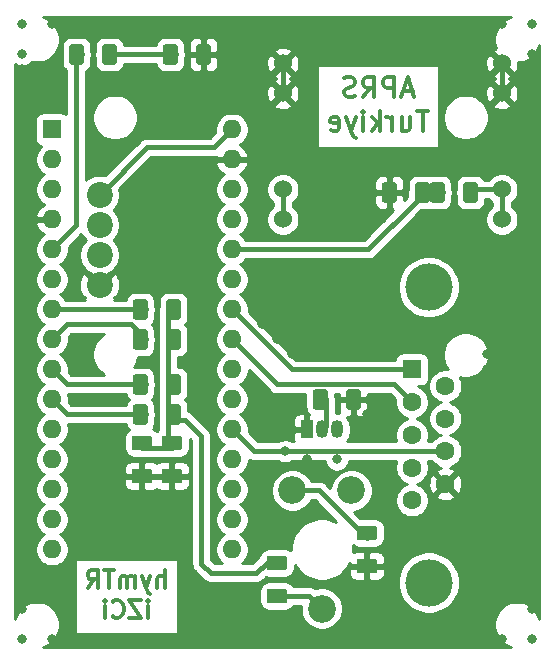
<source format=gbr>
G04 #@! TF.GenerationSoftware,KiCad,Pcbnew,5.1.5-52549c5~84~ubuntu19.10.1*
G04 #@! TF.CreationDate,2020-09-03T13:43:05+03:00*
G04 #@! TF.ProjectId,hymTracker,68796d54-7261-4636-9b65-722e6b696361,rev?*
G04 #@! TF.SameCoordinates,Original*
G04 #@! TF.FileFunction,Copper,L2,Bot*
G04 #@! TF.FilePolarity,Positive*
%FSLAX46Y46*%
G04 Gerber Fmt 4.6, Leading zero omitted, Abs format (unit mm)*
G04 Created by KiCad (PCBNEW 5.1.5-52549c5~84~ubuntu19.10.1) date 2020-09-03 13:43:05*
%MOMM*%
%LPD*%
G04 APERTURE LIST*
%ADD10C,0.300000*%
%ADD11C,0.100000*%
%ADD12C,2.340000*%
%ADD13C,2.200000*%
%ADD14C,1.524000*%
%ADD15R,1.050000X1.500000*%
%ADD16O,1.050000X1.500000*%
%ADD17C,4.000000*%
%ADD18C,1.600000*%
%ADD19R,1.600000X1.600000*%
%ADD20O,1.600000X1.600000*%
%ADD21C,0.800000*%
%ADD22C,0.400000*%
%ADD23C,0.254000*%
G04 APERTURE END LIST*
D10*
X70494285Y-90873571D02*
X70494285Y-89373571D01*
X69851428Y-90873571D02*
X69851428Y-90087857D01*
X69922857Y-89945000D01*
X70065714Y-89873571D01*
X70280000Y-89873571D01*
X70422857Y-89945000D01*
X70494285Y-90016428D01*
X69280000Y-89873571D02*
X68922857Y-90873571D01*
X68565714Y-89873571D02*
X68922857Y-90873571D01*
X69065714Y-91230714D01*
X69137142Y-91302142D01*
X69280000Y-91373571D01*
X67994285Y-90873571D02*
X67994285Y-89873571D01*
X67994285Y-90016428D02*
X67922857Y-89945000D01*
X67780000Y-89873571D01*
X67565714Y-89873571D01*
X67422857Y-89945000D01*
X67351428Y-90087857D01*
X67351428Y-90873571D01*
X67351428Y-90087857D02*
X67280000Y-89945000D01*
X67137142Y-89873571D01*
X66922857Y-89873571D01*
X66780000Y-89945000D01*
X66708571Y-90087857D01*
X66708571Y-90873571D01*
X66208571Y-89373571D02*
X65351428Y-89373571D01*
X65780000Y-90873571D02*
X65780000Y-89373571D01*
X63994285Y-90873571D02*
X64494285Y-90159285D01*
X64851428Y-90873571D02*
X64851428Y-89373571D01*
X64280000Y-89373571D01*
X64137142Y-89445000D01*
X64065714Y-89516428D01*
X63994285Y-89659285D01*
X63994285Y-89873571D01*
X64065714Y-90016428D01*
X64137142Y-90087857D01*
X64280000Y-90159285D01*
X64851428Y-90159285D01*
X69101428Y-93423571D02*
X69101428Y-92423571D01*
X69101428Y-91923571D02*
X69172857Y-91995000D01*
X69101428Y-92066428D01*
X69030000Y-91995000D01*
X69101428Y-91923571D01*
X69101428Y-92066428D01*
X68530000Y-91923571D02*
X67530000Y-91923571D01*
X68530000Y-93423571D01*
X67530000Y-93423571D01*
X66101428Y-93280714D02*
X66172857Y-93352142D01*
X66387142Y-93423571D01*
X66530000Y-93423571D01*
X66744285Y-93352142D01*
X66887142Y-93209285D01*
X66958571Y-93066428D01*
X67030000Y-92780714D01*
X67030000Y-92566428D01*
X66958571Y-92280714D01*
X66887142Y-92137857D01*
X66744285Y-91995000D01*
X66530000Y-91923571D01*
X66387142Y-91923571D01*
X66172857Y-91995000D01*
X66101428Y-92066428D01*
X65458571Y-93423571D02*
X65458571Y-92423571D01*
X65458571Y-91923571D02*
X65530000Y-91995000D01*
X65458571Y-92066428D01*
X65387142Y-91995000D01*
X65458571Y-91923571D01*
X65458571Y-92066428D01*
X91494285Y-48848333D02*
X90684761Y-48848333D01*
X91656190Y-49334047D02*
X91089523Y-47634047D01*
X90522857Y-49334047D01*
X89956190Y-49334047D02*
X89956190Y-47634047D01*
X89308571Y-47634047D01*
X89146666Y-47715000D01*
X89065714Y-47795952D01*
X88984761Y-47957857D01*
X88984761Y-48200714D01*
X89065714Y-48362619D01*
X89146666Y-48443571D01*
X89308571Y-48524523D01*
X89956190Y-48524523D01*
X87284761Y-49334047D02*
X87851428Y-48524523D01*
X88256190Y-49334047D02*
X88256190Y-47634047D01*
X87608571Y-47634047D01*
X87446666Y-47715000D01*
X87365714Y-47795952D01*
X87284761Y-47957857D01*
X87284761Y-48200714D01*
X87365714Y-48362619D01*
X87446666Y-48443571D01*
X87608571Y-48524523D01*
X88256190Y-48524523D01*
X86637142Y-49253095D02*
X86394285Y-49334047D01*
X85989523Y-49334047D01*
X85827619Y-49253095D01*
X85746666Y-49172142D01*
X85665714Y-49010238D01*
X85665714Y-48848333D01*
X85746666Y-48686428D01*
X85827619Y-48605476D01*
X85989523Y-48524523D01*
X86313333Y-48443571D01*
X86475238Y-48362619D01*
X86556190Y-48281666D01*
X86637142Y-48119761D01*
X86637142Y-47957857D01*
X86556190Y-47795952D01*
X86475238Y-47715000D01*
X86313333Y-47634047D01*
X85908571Y-47634047D01*
X85665714Y-47715000D01*
X92830000Y-50484047D02*
X91858571Y-50484047D01*
X92344285Y-52184047D02*
X92344285Y-50484047D01*
X90563333Y-51050714D02*
X90563333Y-52184047D01*
X91291904Y-51050714D02*
X91291904Y-51941190D01*
X91210952Y-52103095D01*
X91049047Y-52184047D01*
X90806190Y-52184047D01*
X90644285Y-52103095D01*
X90563333Y-52022142D01*
X89753809Y-52184047D02*
X89753809Y-51050714D01*
X89753809Y-51374523D02*
X89672857Y-51212619D01*
X89591904Y-51131666D01*
X89430000Y-51050714D01*
X89268095Y-51050714D01*
X88701428Y-52184047D02*
X88701428Y-50484047D01*
X88539523Y-51536428D02*
X88053809Y-52184047D01*
X88053809Y-51050714D02*
X88701428Y-51698333D01*
X87325238Y-52184047D02*
X87325238Y-51050714D01*
X87325238Y-50484047D02*
X87406190Y-50565000D01*
X87325238Y-50645952D01*
X87244285Y-50565000D01*
X87325238Y-50484047D01*
X87325238Y-50645952D01*
X86677619Y-51050714D02*
X86272857Y-52184047D01*
X85868095Y-51050714D02*
X86272857Y-52184047D01*
X86434761Y-52588809D01*
X86515714Y-52669761D01*
X86677619Y-52750714D01*
X84572857Y-52103095D02*
X84734761Y-52184047D01*
X85058571Y-52184047D01*
X85220476Y-52103095D01*
X85301428Y-51941190D01*
X85301428Y-51293571D01*
X85220476Y-51131666D01*
X85058571Y-51050714D01*
X84734761Y-51050714D01*
X84572857Y-51131666D01*
X84491904Y-51293571D01*
X84491904Y-51455476D01*
X85301428Y-51617380D01*
G04 #@! TA.AperFunction,SMDPad,CuDef*
D11*
G36*
X69229504Y-80786204D02*
G01*
X69253773Y-80789804D01*
X69277571Y-80795765D01*
X69300671Y-80804030D01*
X69322849Y-80814520D01*
X69343893Y-80827133D01*
X69363598Y-80841747D01*
X69381777Y-80858223D01*
X69398253Y-80876402D01*
X69412867Y-80896107D01*
X69425480Y-80917151D01*
X69435970Y-80939329D01*
X69444235Y-80962429D01*
X69450196Y-80986227D01*
X69453796Y-81010496D01*
X69455000Y-81035000D01*
X69455000Y-81785000D01*
X69453796Y-81809504D01*
X69450196Y-81833773D01*
X69444235Y-81857571D01*
X69435970Y-81880671D01*
X69425480Y-81902849D01*
X69412867Y-81923893D01*
X69398253Y-81943598D01*
X69381777Y-81961777D01*
X69363598Y-81978253D01*
X69343893Y-81992867D01*
X69322849Y-82005480D01*
X69300671Y-82015970D01*
X69277571Y-82024235D01*
X69253773Y-82030196D01*
X69229504Y-82033796D01*
X69205000Y-82035000D01*
X67955000Y-82035000D01*
X67930496Y-82033796D01*
X67906227Y-82030196D01*
X67882429Y-82024235D01*
X67859329Y-82015970D01*
X67837151Y-82005480D01*
X67816107Y-81992867D01*
X67796402Y-81978253D01*
X67778223Y-81961777D01*
X67761747Y-81943598D01*
X67747133Y-81923893D01*
X67734520Y-81902849D01*
X67724030Y-81880671D01*
X67715765Y-81857571D01*
X67709804Y-81833773D01*
X67706204Y-81809504D01*
X67705000Y-81785000D01*
X67705000Y-81035000D01*
X67706204Y-81010496D01*
X67709804Y-80986227D01*
X67715765Y-80962429D01*
X67724030Y-80939329D01*
X67734520Y-80917151D01*
X67747133Y-80896107D01*
X67761747Y-80876402D01*
X67778223Y-80858223D01*
X67796402Y-80841747D01*
X67816107Y-80827133D01*
X67837151Y-80814520D01*
X67859329Y-80804030D01*
X67882429Y-80795765D01*
X67906227Y-80789804D01*
X67930496Y-80786204D01*
X67955000Y-80785000D01*
X69205000Y-80785000D01*
X69229504Y-80786204D01*
G37*
G04 #@! TD.AperFunction*
G04 #@! TA.AperFunction,SMDPad,CuDef*
G36*
X69229504Y-77986204D02*
G01*
X69253773Y-77989804D01*
X69277571Y-77995765D01*
X69300671Y-78004030D01*
X69322849Y-78014520D01*
X69343893Y-78027133D01*
X69363598Y-78041747D01*
X69381777Y-78058223D01*
X69398253Y-78076402D01*
X69412867Y-78096107D01*
X69425480Y-78117151D01*
X69435970Y-78139329D01*
X69444235Y-78162429D01*
X69450196Y-78186227D01*
X69453796Y-78210496D01*
X69455000Y-78235000D01*
X69455000Y-78985000D01*
X69453796Y-79009504D01*
X69450196Y-79033773D01*
X69444235Y-79057571D01*
X69435970Y-79080671D01*
X69425480Y-79102849D01*
X69412867Y-79123893D01*
X69398253Y-79143598D01*
X69381777Y-79161777D01*
X69363598Y-79178253D01*
X69343893Y-79192867D01*
X69322849Y-79205480D01*
X69300671Y-79215970D01*
X69277571Y-79224235D01*
X69253773Y-79230196D01*
X69229504Y-79233796D01*
X69205000Y-79235000D01*
X67955000Y-79235000D01*
X67930496Y-79233796D01*
X67906227Y-79230196D01*
X67882429Y-79224235D01*
X67859329Y-79215970D01*
X67837151Y-79205480D01*
X67816107Y-79192867D01*
X67796402Y-79178253D01*
X67778223Y-79161777D01*
X67761747Y-79143598D01*
X67747133Y-79123893D01*
X67734520Y-79102849D01*
X67724030Y-79080671D01*
X67715765Y-79057571D01*
X67709804Y-79033773D01*
X67706204Y-79009504D01*
X67705000Y-78985000D01*
X67705000Y-78235000D01*
X67706204Y-78210496D01*
X67709804Y-78186227D01*
X67715765Y-78162429D01*
X67724030Y-78139329D01*
X67734520Y-78117151D01*
X67747133Y-78096107D01*
X67761747Y-78076402D01*
X67778223Y-78058223D01*
X67796402Y-78041747D01*
X67816107Y-78027133D01*
X67837151Y-78014520D01*
X67859329Y-78004030D01*
X67882429Y-77995765D01*
X67906227Y-77989804D01*
X67930496Y-77986204D01*
X67955000Y-77985000D01*
X69205000Y-77985000D01*
X69229504Y-77986204D01*
G37*
G04 #@! TD.AperFunction*
G04 #@! TA.AperFunction,SMDPad,CuDef*
G36*
X71389504Y-44846204D02*
G01*
X71413773Y-44849804D01*
X71437571Y-44855765D01*
X71460671Y-44864030D01*
X71482849Y-44874520D01*
X71503893Y-44887133D01*
X71523598Y-44901747D01*
X71541777Y-44918223D01*
X71558253Y-44936402D01*
X71572867Y-44956107D01*
X71585480Y-44977151D01*
X71595970Y-44999329D01*
X71604235Y-45022429D01*
X71610196Y-45046227D01*
X71613796Y-45070496D01*
X71615000Y-45095000D01*
X71615000Y-46345000D01*
X71613796Y-46369504D01*
X71610196Y-46393773D01*
X71604235Y-46417571D01*
X71595970Y-46440671D01*
X71585480Y-46462849D01*
X71572867Y-46483893D01*
X71558253Y-46503598D01*
X71541777Y-46521777D01*
X71523598Y-46538253D01*
X71503893Y-46552867D01*
X71482849Y-46565480D01*
X71460671Y-46575970D01*
X71437571Y-46584235D01*
X71413773Y-46590196D01*
X71389504Y-46593796D01*
X71365000Y-46595000D01*
X70615000Y-46595000D01*
X70590496Y-46593796D01*
X70566227Y-46590196D01*
X70542429Y-46584235D01*
X70519329Y-46575970D01*
X70497151Y-46565480D01*
X70476107Y-46552867D01*
X70456402Y-46538253D01*
X70438223Y-46521777D01*
X70421747Y-46503598D01*
X70407133Y-46483893D01*
X70394520Y-46462849D01*
X70384030Y-46440671D01*
X70375765Y-46417571D01*
X70369804Y-46393773D01*
X70366204Y-46369504D01*
X70365000Y-46345000D01*
X70365000Y-45095000D01*
X70366204Y-45070496D01*
X70369804Y-45046227D01*
X70375765Y-45022429D01*
X70384030Y-44999329D01*
X70394520Y-44977151D01*
X70407133Y-44956107D01*
X70421747Y-44936402D01*
X70438223Y-44918223D01*
X70456402Y-44901747D01*
X70476107Y-44887133D01*
X70497151Y-44874520D01*
X70519329Y-44864030D01*
X70542429Y-44855765D01*
X70566227Y-44849804D01*
X70590496Y-44846204D01*
X70615000Y-44845000D01*
X71365000Y-44845000D01*
X71389504Y-44846204D01*
G37*
G04 #@! TD.AperFunction*
G04 #@! TA.AperFunction,SMDPad,CuDef*
G36*
X74189504Y-44846204D02*
G01*
X74213773Y-44849804D01*
X74237571Y-44855765D01*
X74260671Y-44864030D01*
X74282849Y-44874520D01*
X74303893Y-44887133D01*
X74323598Y-44901747D01*
X74341777Y-44918223D01*
X74358253Y-44936402D01*
X74372867Y-44956107D01*
X74385480Y-44977151D01*
X74395970Y-44999329D01*
X74404235Y-45022429D01*
X74410196Y-45046227D01*
X74413796Y-45070496D01*
X74415000Y-45095000D01*
X74415000Y-46345000D01*
X74413796Y-46369504D01*
X74410196Y-46393773D01*
X74404235Y-46417571D01*
X74395970Y-46440671D01*
X74385480Y-46462849D01*
X74372867Y-46483893D01*
X74358253Y-46503598D01*
X74341777Y-46521777D01*
X74323598Y-46538253D01*
X74303893Y-46552867D01*
X74282849Y-46565480D01*
X74260671Y-46575970D01*
X74237571Y-46584235D01*
X74213773Y-46590196D01*
X74189504Y-46593796D01*
X74165000Y-46595000D01*
X73415000Y-46595000D01*
X73390496Y-46593796D01*
X73366227Y-46590196D01*
X73342429Y-46584235D01*
X73319329Y-46575970D01*
X73297151Y-46565480D01*
X73276107Y-46552867D01*
X73256402Y-46538253D01*
X73238223Y-46521777D01*
X73221747Y-46503598D01*
X73207133Y-46483893D01*
X73194520Y-46462849D01*
X73184030Y-46440671D01*
X73175765Y-46417571D01*
X73169804Y-46393773D01*
X73166204Y-46369504D01*
X73165000Y-46345000D01*
X73165000Y-45095000D01*
X73166204Y-45070496D01*
X73169804Y-45046227D01*
X73175765Y-45022429D01*
X73184030Y-44999329D01*
X73194520Y-44977151D01*
X73207133Y-44956107D01*
X73221747Y-44936402D01*
X73238223Y-44918223D01*
X73256402Y-44901747D01*
X73276107Y-44887133D01*
X73297151Y-44874520D01*
X73319329Y-44864030D01*
X73342429Y-44855765D01*
X73366227Y-44849804D01*
X73390496Y-44846204D01*
X73415000Y-44845000D01*
X74165000Y-44845000D01*
X74189504Y-44846204D01*
G37*
G04 #@! TD.AperFunction*
G04 #@! TA.AperFunction,SMDPad,CuDef*
G36*
X88279504Y-85606204D02*
G01*
X88303773Y-85609804D01*
X88327571Y-85615765D01*
X88350671Y-85624030D01*
X88372849Y-85634520D01*
X88393893Y-85647133D01*
X88413598Y-85661747D01*
X88431777Y-85678223D01*
X88448253Y-85696402D01*
X88462867Y-85716107D01*
X88475480Y-85737151D01*
X88485970Y-85759329D01*
X88494235Y-85782429D01*
X88500196Y-85806227D01*
X88503796Y-85830496D01*
X88505000Y-85855000D01*
X88505000Y-86605000D01*
X88503796Y-86629504D01*
X88500196Y-86653773D01*
X88494235Y-86677571D01*
X88485970Y-86700671D01*
X88475480Y-86722849D01*
X88462867Y-86743893D01*
X88448253Y-86763598D01*
X88431777Y-86781777D01*
X88413598Y-86798253D01*
X88393893Y-86812867D01*
X88372849Y-86825480D01*
X88350671Y-86835970D01*
X88327571Y-86844235D01*
X88303773Y-86850196D01*
X88279504Y-86853796D01*
X88255000Y-86855000D01*
X87005000Y-86855000D01*
X86980496Y-86853796D01*
X86956227Y-86850196D01*
X86932429Y-86844235D01*
X86909329Y-86835970D01*
X86887151Y-86825480D01*
X86866107Y-86812867D01*
X86846402Y-86798253D01*
X86828223Y-86781777D01*
X86811747Y-86763598D01*
X86797133Y-86743893D01*
X86784520Y-86722849D01*
X86774030Y-86700671D01*
X86765765Y-86677571D01*
X86759804Y-86653773D01*
X86756204Y-86629504D01*
X86755000Y-86605000D01*
X86755000Y-85855000D01*
X86756204Y-85830496D01*
X86759804Y-85806227D01*
X86765765Y-85782429D01*
X86774030Y-85759329D01*
X86784520Y-85737151D01*
X86797133Y-85716107D01*
X86811747Y-85696402D01*
X86828223Y-85678223D01*
X86846402Y-85661747D01*
X86866107Y-85647133D01*
X86887151Y-85634520D01*
X86909329Y-85624030D01*
X86932429Y-85615765D01*
X86956227Y-85609804D01*
X86980496Y-85606204D01*
X87005000Y-85605000D01*
X88255000Y-85605000D01*
X88279504Y-85606204D01*
G37*
G04 #@! TD.AperFunction*
G04 #@! TA.AperFunction,SMDPad,CuDef*
G36*
X88279504Y-88406204D02*
G01*
X88303773Y-88409804D01*
X88327571Y-88415765D01*
X88350671Y-88424030D01*
X88372849Y-88434520D01*
X88393893Y-88447133D01*
X88413598Y-88461747D01*
X88431777Y-88478223D01*
X88448253Y-88496402D01*
X88462867Y-88516107D01*
X88475480Y-88537151D01*
X88485970Y-88559329D01*
X88494235Y-88582429D01*
X88500196Y-88606227D01*
X88503796Y-88630496D01*
X88505000Y-88655000D01*
X88505000Y-89405000D01*
X88503796Y-89429504D01*
X88500196Y-89453773D01*
X88494235Y-89477571D01*
X88485970Y-89500671D01*
X88475480Y-89522849D01*
X88462867Y-89543893D01*
X88448253Y-89563598D01*
X88431777Y-89581777D01*
X88413598Y-89598253D01*
X88393893Y-89612867D01*
X88372849Y-89625480D01*
X88350671Y-89635970D01*
X88327571Y-89644235D01*
X88303773Y-89650196D01*
X88279504Y-89653796D01*
X88255000Y-89655000D01*
X87005000Y-89655000D01*
X86980496Y-89653796D01*
X86956227Y-89650196D01*
X86932429Y-89644235D01*
X86909329Y-89635970D01*
X86887151Y-89625480D01*
X86866107Y-89612867D01*
X86846402Y-89598253D01*
X86828223Y-89581777D01*
X86811747Y-89563598D01*
X86797133Y-89543893D01*
X86784520Y-89522849D01*
X86774030Y-89500671D01*
X86765765Y-89477571D01*
X86759804Y-89453773D01*
X86756204Y-89429504D01*
X86755000Y-89405000D01*
X86755000Y-88655000D01*
X86756204Y-88630496D01*
X86759804Y-88606227D01*
X86765765Y-88582429D01*
X86774030Y-88559329D01*
X86784520Y-88537151D01*
X86797133Y-88516107D01*
X86811747Y-88496402D01*
X86828223Y-88478223D01*
X86846402Y-88461747D01*
X86866107Y-88447133D01*
X86887151Y-88434520D01*
X86909329Y-88424030D01*
X86932429Y-88415765D01*
X86956227Y-88409804D01*
X86980496Y-88406204D01*
X87005000Y-88405000D01*
X88255000Y-88405000D01*
X88279504Y-88406204D01*
G37*
G04 #@! TD.AperFunction*
G04 #@! TA.AperFunction,SMDPad,CuDef*
G36*
X71769504Y-77986204D02*
G01*
X71793773Y-77989804D01*
X71817571Y-77995765D01*
X71840671Y-78004030D01*
X71862849Y-78014520D01*
X71883893Y-78027133D01*
X71903598Y-78041747D01*
X71921777Y-78058223D01*
X71938253Y-78076402D01*
X71952867Y-78096107D01*
X71965480Y-78117151D01*
X71975970Y-78139329D01*
X71984235Y-78162429D01*
X71990196Y-78186227D01*
X71993796Y-78210496D01*
X71995000Y-78235000D01*
X71995000Y-78985000D01*
X71993796Y-79009504D01*
X71990196Y-79033773D01*
X71984235Y-79057571D01*
X71975970Y-79080671D01*
X71965480Y-79102849D01*
X71952867Y-79123893D01*
X71938253Y-79143598D01*
X71921777Y-79161777D01*
X71903598Y-79178253D01*
X71883893Y-79192867D01*
X71862849Y-79205480D01*
X71840671Y-79215970D01*
X71817571Y-79224235D01*
X71793773Y-79230196D01*
X71769504Y-79233796D01*
X71745000Y-79235000D01*
X70495000Y-79235000D01*
X70470496Y-79233796D01*
X70446227Y-79230196D01*
X70422429Y-79224235D01*
X70399329Y-79215970D01*
X70377151Y-79205480D01*
X70356107Y-79192867D01*
X70336402Y-79178253D01*
X70318223Y-79161777D01*
X70301747Y-79143598D01*
X70287133Y-79123893D01*
X70274520Y-79102849D01*
X70264030Y-79080671D01*
X70255765Y-79057571D01*
X70249804Y-79033773D01*
X70246204Y-79009504D01*
X70245000Y-78985000D01*
X70245000Y-78235000D01*
X70246204Y-78210496D01*
X70249804Y-78186227D01*
X70255765Y-78162429D01*
X70264030Y-78139329D01*
X70274520Y-78117151D01*
X70287133Y-78096107D01*
X70301747Y-78076402D01*
X70318223Y-78058223D01*
X70336402Y-78041747D01*
X70356107Y-78027133D01*
X70377151Y-78014520D01*
X70399329Y-78004030D01*
X70422429Y-77995765D01*
X70446227Y-77989804D01*
X70470496Y-77986204D01*
X70495000Y-77985000D01*
X71745000Y-77985000D01*
X71769504Y-77986204D01*
G37*
G04 #@! TD.AperFunction*
G04 #@! TA.AperFunction,SMDPad,CuDef*
G36*
X71769504Y-80786204D02*
G01*
X71793773Y-80789804D01*
X71817571Y-80795765D01*
X71840671Y-80804030D01*
X71862849Y-80814520D01*
X71883893Y-80827133D01*
X71903598Y-80841747D01*
X71921777Y-80858223D01*
X71938253Y-80876402D01*
X71952867Y-80896107D01*
X71965480Y-80917151D01*
X71975970Y-80939329D01*
X71984235Y-80962429D01*
X71990196Y-80986227D01*
X71993796Y-81010496D01*
X71995000Y-81035000D01*
X71995000Y-81785000D01*
X71993796Y-81809504D01*
X71990196Y-81833773D01*
X71984235Y-81857571D01*
X71975970Y-81880671D01*
X71965480Y-81902849D01*
X71952867Y-81923893D01*
X71938253Y-81943598D01*
X71921777Y-81961777D01*
X71903598Y-81978253D01*
X71883893Y-81992867D01*
X71862849Y-82005480D01*
X71840671Y-82015970D01*
X71817571Y-82024235D01*
X71793773Y-82030196D01*
X71769504Y-82033796D01*
X71745000Y-82035000D01*
X70495000Y-82035000D01*
X70470496Y-82033796D01*
X70446227Y-82030196D01*
X70422429Y-82024235D01*
X70399329Y-82015970D01*
X70377151Y-82005480D01*
X70356107Y-81992867D01*
X70336402Y-81978253D01*
X70318223Y-81961777D01*
X70301747Y-81943598D01*
X70287133Y-81923893D01*
X70274520Y-81902849D01*
X70264030Y-81880671D01*
X70255765Y-81857571D01*
X70249804Y-81833773D01*
X70246204Y-81809504D01*
X70245000Y-81785000D01*
X70245000Y-81035000D01*
X70246204Y-81010496D01*
X70249804Y-80986227D01*
X70255765Y-80962429D01*
X70264030Y-80939329D01*
X70274520Y-80917151D01*
X70287133Y-80896107D01*
X70301747Y-80876402D01*
X70318223Y-80858223D01*
X70336402Y-80841747D01*
X70356107Y-80827133D01*
X70377151Y-80814520D01*
X70399329Y-80804030D01*
X70422429Y-80795765D01*
X70446227Y-80789804D01*
X70470496Y-80786204D01*
X70495000Y-80785000D01*
X71745000Y-80785000D01*
X71769504Y-80786204D01*
G37*
G04 #@! TD.AperFunction*
G04 #@! TA.AperFunction,SMDPad,CuDef*
G36*
X86889504Y-74056204D02*
G01*
X86913773Y-74059804D01*
X86937571Y-74065765D01*
X86960671Y-74074030D01*
X86982849Y-74084520D01*
X87003893Y-74097133D01*
X87023598Y-74111747D01*
X87041777Y-74128223D01*
X87058253Y-74146402D01*
X87072867Y-74166107D01*
X87085480Y-74187151D01*
X87095970Y-74209329D01*
X87104235Y-74232429D01*
X87110196Y-74256227D01*
X87113796Y-74280496D01*
X87115000Y-74305000D01*
X87115000Y-75555000D01*
X87113796Y-75579504D01*
X87110196Y-75603773D01*
X87104235Y-75627571D01*
X87095970Y-75650671D01*
X87085480Y-75672849D01*
X87072867Y-75693893D01*
X87058253Y-75713598D01*
X87041777Y-75731777D01*
X87023598Y-75748253D01*
X87003893Y-75762867D01*
X86982849Y-75775480D01*
X86960671Y-75785970D01*
X86937571Y-75794235D01*
X86913773Y-75800196D01*
X86889504Y-75803796D01*
X86865000Y-75805000D01*
X86115000Y-75805000D01*
X86090496Y-75803796D01*
X86066227Y-75800196D01*
X86042429Y-75794235D01*
X86019329Y-75785970D01*
X85997151Y-75775480D01*
X85976107Y-75762867D01*
X85956402Y-75748253D01*
X85938223Y-75731777D01*
X85921747Y-75713598D01*
X85907133Y-75693893D01*
X85894520Y-75672849D01*
X85884030Y-75650671D01*
X85875765Y-75627571D01*
X85869804Y-75603773D01*
X85866204Y-75579504D01*
X85865000Y-75555000D01*
X85865000Y-74305000D01*
X85866204Y-74280496D01*
X85869804Y-74256227D01*
X85875765Y-74232429D01*
X85884030Y-74209329D01*
X85894520Y-74187151D01*
X85907133Y-74166107D01*
X85921747Y-74146402D01*
X85938223Y-74128223D01*
X85956402Y-74111747D01*
X85976107Y-74097133D01*
X85997151Y-74084520D01*
X86019329Y-74074030D01*
X86042429Y-74065765D01*
X86066227Y-74059804D01*
X86090496Y-74056204D01*
X86115000Y-74055000D01*
X86865000Y-74055000D01*
X86889504Y-74056204D01*
G37*
G04 #@! TD.AperFunction*
G04 #@! TA.AperFunction,SMDPad,CuDef*
G36*
X84089504Y-74056204D02*
G01*
X84113773Y-74059804D01*
X84137571Y-74065765D01*
X84160671Y-74074030D01*
X84182849Y-74084520D01*
X84203893Y-74097133D01*
X84223598Y-74111747D01*
X84241777Y-74128223D01*
X84258253Y-74146402D01*
X84272867Y-74166107D01*
X84285480Y-74187151D01*
X84295970Y-74209329D01*
X84304235Y-74232429D01*
X84310196Y-74256227D01*
X84313796Y-74280496D01*
X84315000Y-74305000D01*
X84315000Y-75555000D01*
X84313796Y-75579504D01*
X84310196Y-75603773D01*
X84304235Y-75627571D01*
X84295970Y-75650671D01*
X84285480Y-75672849D01*
X84272867Y-75693893D01*
X84258253Y-75713598D01*
X84241777Y-75731777D01*
X84223598Y-75748253D01*
X84203893Y-75762867D01*
X84182849Y-75775480D01*
X84160671Y-75785970D01*
X84137571Y-75794235D01*
X84113773Y-75800196D01*
X84089504Y-75803796D01*
X84065000Y-75805000D01*
X83315000Y-75805000D01*
X83290496Y-75803796D01*
X83266227Y-75800196D01*
X83242429Y-75794235D01*
X83219329Y-75785970D01*
X83197151Y-75775480D01*
X83176107Y-75762867D01*
X83156402Y-75748253D01*
X83138223Y-75731777D01*
X83121747Y-75713598D01*
X83107133Y-75693893D01*
X83094520Y-75672849D01*
X83084030Y-75650671D01*
X83075765Y-75627571D01*
X83069804Y-75603773D01*
X83066204Y-75579504D01*
X83065000Y-75555000D01*
X83065000Y-74305000D01*
X83066204Y-74280496D01*
X83069804Y-74256227D01*
X83075765Y-74232429D01*
X83084030Y-74209329D01*
X83094520Y-74187151D01*
X83107133Y-74166107D01*
X83121747Y-74146402D01*
X83138223Y-74128223D01*
X83156402Y-74111747D01*
X83176107Y-74097133D01*
X83197151Y-74084520D01*
X83219329Y-74074030D01*
X83242429Y-74065765D01*
X83266227Y-74059804D01*
X83290496Y-74056204D01*
X83315000Y-74055000D01*
X84065000Y-74055000D01*
X84089504Y-74056204D01*
G37*
G04 #@! TD.AperFunction*
G04 #@! TA.AperFunction,SMDPad,CuDef*
G36*
X68849504Y-75326204D02*
G01*
X68873773Y-75329804D01*
X68897571Y-75335765D01*
X68920671Y-75344030D01*
X68942849Y-75354520D01*
X68963893Y-75367133D01*
X68983598Y-75381747D01*
X69001777Y-75398223D01*
X69018253Y-75416402D01*
X69032867Y-75436107D01*
X69045480Y-75457151D01*
X69055970Y-75479329D01*
X69064235Y-75502429D01*
X69070196Y-75526227D01*
X69073796Y-75550496D01*
X69075000Y-75575000D01*
X69075000Y-76825000D01*
X69073796Y-76849504D01*
X69070196Y-76873773D01*
X69064235Y-76897571D01*
X69055970Y-76920671D01*
X69045480Y-76942849D01*
X69032867Y-76963893D01*
X69018253Y-76983598D01*
X69001777Y-77001777D01*
X68983598Y-77018253D01*
X68963893Y-77032867D01*
X68942849Y-77045480D01*
X68920671Y-77055970D01*
X68897571Y-77064235D01*
X68873773Y-77070196D01*
X68849504Y-77073796D01*
X68825000Y-77075000D01*
X68075000Y-77075000D01*
X68050496Y-77073796D01*
X68026227Y-77070196D01*
X68002429Y-77064235D01*
X67979329Y-77055970D01*
X67957151Y-77045480D01*
X67936107Y-77032867D01*
X67916402Y-77018253D01*
X67898223Y-77001777D01*
X67881747Y-76983598D01*
X67867133Y-76963893D01*
X67854520Y-76942849D01*
X67844030Y-76920671D01*
X67835765Y-76897571D01*
X67829804Y-76873773D01*
X67826204Y-76849504D01*
X67825000Y-76825000D01*
X67825000Y-75575000D01*
X67826204Y-75550496D01*
X67829804Y-75526227D01*
X67835765Y-75502429D01*
X67844030Y-75479329D01*
X67854520Y-75457151D01*
X67867133Y-75436107D01*
X67881747Y-75416402D01*
X67898223Y-75398223D01*
X67916402Y-75381747D01*
X67936107Y-75367133D01*
X67957151Y-75354520D01*
X67979329Y-75344030D01*
X68002429Y-75335765D01*
X68026227Y-75329804D01*
X68050496Y-75326204D01*
X68075000Y-75325000D01*
X68825000Y-75325000D01*
X68849504Y-75326204D01*
G37*
G04 #@! TD.AperFunction*
G04 #@! TA.AperFunction,SMDPad,CuDef*
G36*
X71649504Y-75326204D02*
G01*
X71673773Y-75329804D01*
X71697571Y-75335765D01*
X71720671Y-75344030D01*
X71742849Y-75354520D01*
X71763893Y-75367133D01*
X71783598Y-75381747D01*
X71801777Y-75398223D01*
X71818253Y-75416402D01*
X71832867Y-75436107D01*
X71845480Y-75457151D01*
X71855970Y-75479329D01*
X71864235Y-75502429D01*
X71870196Y-75526227D01*
X71873796Y-75550496D01*
X71875000Y-75575000D01*
X71875000Y-76825000D01*
X71873796Y-76849504D01*
X71870196Y-76873773D01*
X71864235Y-76897571D01*
X71855970Y-76920671D01*
X71845480Y-76942849D01*
X71832867Y-76963893D01*
X71818253Y-76983598D01*
X71801777Y-77001777D01*
X71783598Y-77018253D01*
X71763893Y-77032867D01*
X71742849Y-77045480D01*
X71720671Y-77055970D01*
X71697571Y-77064235D01*
X71673773Y-77070196D01*
X71649504Y-77073796D01*
X71625000Y-77075000D01*
X70875000Y-77075000D01*
X70850496Y-77073796D01*
X70826227Y-77070196D01*
X70802429Y-77064235D01*
X70779329Y-77055970D01*
X70757151Y-77045480D01*
X70736107Y-77032867D01*
X70716402Y-77018253D01*
X70698223Y-77001777D01*
X70681747Y-76983598D01*
X70667133Y-76963893D01*
X70654520Y-76942849D01*
X70644030Y-76920671D01*
X70635765Y-76897571D01*
X70629804Y-76873773D01*
X70626204Y-76849504D01*
X70625000Y-76825000D01*
X70625000Y-75575000D01*
X70626204Y-75550496D01*
X70629804Y-75526227D01*
X70635765Y-75502429D01*
X70644030Y-75479329D01*
X70654520Y-75457151D01*
X70667133Y-75436107D01*
X70681747Y-75416402D01*
X70698223Y-75398223D01*
X70716402Y-75381747D01*
X70736107Y-75367133D01*
X70757151Y-75354520D01*
X70779329Y-75344030D01*
X70802429Y-75335765D01*
X70826227Y-75329804D01*
X70850496Y-75326204D01*
X70875000Y-75325000D01*
X71625000Y-75325000D01*
X71649504Y-75326204D01*
G37*
G04 #@! TD.AperFunction*
G04 #@! TA.AperFunction,SMDPad,CuDef*
G36*
X68849504Y-72786204D02*
G01*
X68873773Y-72789804D01*
X68897571Y-72795765D01*
X68920671Y-72804030D01*
X68942849Y-72814520D01*
X68963893Y-72827133D01*
X68983598Y-72841747D01*
X69001777Y-72858223D01*
X69018253Y-72876402D01*
X69032867Y-72896107D01*
X69045480Y-72917151D01*
X69055970Y-72939329D01*
X69064235Y-72962429D01*
X69070196Y-72986227D01*
X69073796Y-73010496D01*
X69075000Y-73035000D01*
X69075000Y-74285000D01*
X69073796Y-74309504D01*
X69070196Y-74333773D01*
X69064235Y-74357571D01*
X69055970Y-74380671D01*
X69045480Y-74402849D01*
X69032867Y-74423893D01*
X69018253Y-74443598D01*
X69001777Y-74461777D01*
X68983598Y-74478253D01*
X68963893Y-74492867D01*
X68942849Y-74505480D01*
X68920671Y-74515970D01*
X68897571Y-74524235D01*
X68873773Y-74530196D01*
X68849504Y-74533796D01*
X68825000Y-74535000D01*
X68075000Y-74535000D01*
X68050496Y-74533796D01*
X68026227Y-74530196D01*
X68002429Y-74524235D01*
X67979329Y-74515970D01*
X67957151Y-74505480D01*
X67936107Y-74492867D01*
X67916402Y-74478253D01*
X67898223Y-74461777D01*
X67881747Y-74443598D01*
X67867133Y-74423893D01*
X67854520Y-74402849D01*
X67844030Y-74380671D01*
X67835765Y-74357571D01*
X67829804Y-74333773D01*
X67826204Y-74309504D01*
X67825000Y-74285000D01*
X67825000Y-73035000D01*
X67826204Y-73010496D01*
X67829804Y-72986227D01*
X67835765Y-72962429D01*
X67844030Y-72939329D01*
X67854520Y-72917151D01*
X67867133Y-72896107D01*
X67881747Y-72876402D01*
X67898223Y-72858223D01*
X67916402Y-72841747D01*
X67936107Y-72827133D01*
X67957151Y-72814520D01*
X67979329Y-72804030D01*
X68002429Y-72795765D01*
X68026227Y-72789804D01*
X68050496Y-72786204D01*
X68075000Y-72785000D01*
X68825000Y-72785000D01*
X68849504Y-72786204D01*
G37*
G04 #@! TD.AperFunction*
G04 #@! TA.AperFunction,SMDPad,CuDef*
G36*
X71649504Y-72786204D02*
G01*
X71673773Y-72789804D01*
X71697571Y-72795765D01*
X71720671Y-72804030D01*
X71742849Y-72814520D01*
X71763893Y-72827133D01*
X71783598Y-72841747D01*
X71801777Y-72858223D01*
X71818253Y-72876402D01*
X71832867Y-72896107D01*
X71845480Y-72917151D01*
X71855970Y-72939329D01*
X71864235Y-72962429D01*
X71870196Y-72986227D01*
X71873796Y-73010496D01*
X71875000Y-73035000D01*
X71875000Y-74285000D01*
X71873796Y-74309504D01*
X71870196Y-74333773D01*
X71864235Y-74357571D01*
X71855970Y-74380671D01*
X71845480Y-74402849D01*
X71832867Y-74423893D01*
X71818253Y-74443598D01*
X71801777Y-74461777D01*
X71783598Y-74478253D01*
X71763893Y-74492867D01*
X71742849Y-74505480D01*
X71720671Y-74515970D01*
X71697571Y-74524235D01*
X71673773Y-74530196D01*
X71649504Y-74533796D01*
X71625000Y-74535000D01*
X70875000Y-74535000D01*
X70850496Y-74533796D01*
X70826227Y-74530196D01*
X70802429Y-74524235D01*
X70779329Y-74515970D01*
X70757151Y-74505480D01*
X70736107Y-74492867D01*
X70716402Y-74478253D01*
X70698223Y-74461777D01*
X70681747Y-74443598D01*
X70667133Y-74423893D01*
X70654520Y-74402849D01*
X70644030Y-74380671D01*
X70635765Y-74357571D01*
X70629804Y-74333773D01*
X70626204Y-74309504D01*
X70625000Y-74285000D01*
X70625000Y-73035000D01*
X70626204Y-73010496D01*
X70629804Y-72986227D01*
X70635765Y-72962429D01*
X70644030Y-72939329D01*
X70654520Y-72917151D01*
X70667133Y-72896107D01*
X70681747Y-72876402D01*
X70698223Y-72858223D01*
X70716402Y-72841747D01*
X70736107Y-72827133D01*
X70757151Y-72814520D01*
X70779329Y-72804030D01*
X70802429Y-72795765D01*
X70826227Y-72789804D01*
X70850496Y-72786204D01*
X70875000Y-72785000D01*
X71625000Y-72785000D01*
X71649504Y-72786204D01*
G37*
G04 #@! TD.AperFunction*
G04 #@! TA.AperFunction,SMDPad,CuDef*
G36*
X68849504Y-68976204D02*
G01*
X68873773Y-68979804D01*
X68897571Y-68985765D01*
X68920671Y-68994030D01*
X68942849Y-69004520D01*
X68963893Y-69017133D01*
X68983598Y-69031747D01*
X69001777Y-69048223D01*
X69018253Y-69066402D01*
X69032867Y-69086107D01*
X69045480Y-69107151D01*
X69055970Y-69129329D01*
X69064235Y-69152429D01*
X69070196Y-69176227D01*
X69073796Y-69200496D01*
X69075000Y-69225000D01*
X69075000Y-70475000D01*
X69073796Y-70499504D01*
X69070196Y-70523773D01*
X69064235Y-70547571D01*
X69055970Y-70570671D01*
X69045480Y-70592849D01*
X69032867Y-70613893D01*
X69018253Y-70633598D01*
X69001777Y-70651777D01*
X68983598Y-70668253D01*
X68963893Y-70682867D01*
X68942849Y-70695480D01*
X68920671Y-70705970D01*
X68897571Y-70714235D01*
X68873773Y-70720196D01*
X68849504Y-70723796D01*
X68825000Y-70725000D01*
X68075000Y-70725000D01*
X68050496Y-70723796D01*
X68026227Y-70720196D01*
X68002429Y-70714235D01*
X67979329Y-70705970D01*
X67957151Y-70695480D01*
X67936107Y-70682867D01*
X67916402Y-70668253D01*
X67898223Y-70651777D01*
X67881747Y-70633598D01*
X67867133Y-70613893D01*
X67854520Y-70592849D01*
X67844030Y-70570671D01*
X67835765Y-70547571D01*
X67829804Y-70523773D01*
X67826204Y-70499504D01*
X67825000Y-70475000D01*
X67825000Y-69225000D01*
X67826204Y-69200496D01*
X67829804Y-69176227D01*
X67835765Y-69152429D01*
X67844030Y-69129329D01*
X67854520Y-69107151D01*
X67867133Y-69086107D01*
X67881747Y-69066402D01*
X67898223Y-69048223D01*
X67916402Y-69031747D01*
X67936107Y-69017133D01*
X67957151Y-69004520D01*
X67979329Y-68994030D01*
X68002429Y-68985765D01*
X68026227Y-68979804D01*
X68050496Y-68976204D01*
X68075000Y-68975000D01*
X68825000Y-68975000D01*
X68849504Y-68976204D01*
G37*
G04 #@! TD.AperFunction*
G04 #@! TA.AperFunction,SMDPad,CuDef*
G36*
X71649504Y-68976204D02*
G01*
X71673773Y-68979804D01*
X71697571Y-68985765D01*
X71720671Y-68994030D01*
X71742849Y-69004520D01*
X71763893Y-69017133D01*
X71783598Y-69031747D01*
X71801777Y-69048223D01*
X71818253Y-69066402D01*
X71832867Y-69086107D01*
X71845480Y-69107151D01*
X71855970Y-69129329D01*
X71864235Y-69152429D01*
X71870196Y-69176227D01*
X71873796Y-69200496D01*
X71875000Y-69225000D01*
X71875000Y-70475000D01*
X71873796Y-70499504D01*
X71870196Y-70523773D01*
X71864235Y-70547571D01*
X71855970Y-70570671D01*
X71845480Y-70592849D01*
X71832867Y-70613893D01*
X71818253Y-70633598D01*
X71801777Y-70651777D01*
X71783598Y-70668253D01*
X71763893Y-70682867D01*
X71742849Y-70695480D01*
X71720671Y-70705970D01*
X71697571Y-70714235D01*
X71673773Y-70720196D01*
X71649504Y-70723796D01*
X71625000Y-70725000D01*
X70875000Y-70725000D01*
X70850496Y-70723796D01*
X70826227Y-70720196D01*
X70802429Y-70714235D01*
X70779329Y-70705970D01*
X70757151Y-70695480D01*
X70736107Y-70682867D01*
X70716402Y-70668253D01*
X70698223Y-70651777D01*
X70681747Y-70633598D01*
X70667133Y-70613893D01*
X70654520Y-70592849D01*
X70644030Y-70570671D01*
X70635765Y-70547571D01*
X70629804Y-70523773D01*
X70626204Y-70499504D01*
X70625000Y-70475000D01*
X70625000Y-69225000D01*
X70626204Y-69200496D01*
X70629804Y-69176227D01*
X70635765Y-69152429D01*
X70644030Y-69129329D01*
X70654520Y-69107151D01*
X70667133Y-69086107D01*
X70681747Y-69066402D01*
X70698223Y-69048223D01*
X70716402Y-69031747D01*
X70736107Y-69017133D01*
X70757151Y-69004520D01*
X70779329Y-68994030D01*
X70802429Y-68985765D01*
X70826227Y-68979804D01*
X70850496Y-68976204D01*
X70875000Y-68975000D01*
X71625000Y-68975000D01*
X71649504Y-68976204D01*
G37*
G04 #@! TD.AperFunction*
G04 #@! TA.AperFunction,SMDPad,CuDef*
G36*
X68849504Y-66436204D02*
G01*
X68873773Y-66439804D01*
X68897571Y-66445765D01*
X68920671Y-66454030D01*
X68942849Y-66464520D01*
X68963893Y-66477133D01*
X68983598Y-66491747D01*
X69001777Y-66508223D01*
X69018253Y-66526402D01*
X69032867Y-66546107D01*
X69045480Y-66567151D01*
X69055970Y-66589329D01*
X69064235Y-66612429D01*
X69070196Y-66636227D01*
X69073796Y-66660496D01*
X69075000Y-66685000D01*
X69075000Y-67935000D01*
X69073796Y-67959504D01*
X69070196Y-67983773D01*
X69064235Y-68007571D01*
X69055970Y-68030671D01*
X69045480Y-68052849D01*
X69032867Y-68073893D01*
X69018253Y-68093598D01*
X69001777Y-68111777D01*
X68983598Y-68128253D01*
X68963893Y-68142867D01*
X68942849Y-68155480D01*
X68920671Y-68165970D01*
X68897571Y-68174235D01*
X68873773Y-68180196D01*
X68849504Y-68183796D01*
X68825000Y-68185000D01*
X68075000Y-68185000D01*
X68050496Y-68183796D01*
X68026227Y-68180196D01*
X68002429Y-68174235D01*
X67979329Y-68165970D01*
X67957151Y-68155480D01*
X67936107Y-68142867D01*
X67916402Y-68128253D01*
X67898223Y-68111777D01*
X67881747Y-68093598D01*
X67867133Y-68073893D01*
X67854520Y-68052849D01*
X67844030Y-68030671D01*
X67835765Y-68007571D01*
X67829804Y-67983773D01*
X67826204Y-67959504D01*
X67825000Y-67935000D01*
X67825000Y-66685000D01*
X67826204Y-66660496D01*
X67829804Y-66636227D01*
X67835765Y-66612429D01*
X67844030Y-66589329D01*
X67854520Y-66567151D01*
X67867133Y-66546107D01*
X67881747Y-66526402D01*
X67898223Y-66508223D01*
X67916402Y-66491747D01*
X67936107Y-66477133D01*
X67957151Y-66464520D01*
X67979329Y-66454030D01*
X68002429Y-66445765D01*
X68026227Y-66439804D01*
X68050496Y-66436204D01*
X68075000Y-66435000D01*
X68825000Y-66435000D01*
X68849504Y-66436204D01*
G37*
G04 #@! TD.AperFunction*
G04 #@! TA.AperFunction,SMDPad,CuDef*
G36*
X71649504Y-66436204D02*
G01*
X71673773Y-66439804D01*
X71697571Y-66445765D01*
X71720671Y-66454030D01*
X71742849Y-66464520D01*
X71763893Y-66477133D01*
X71783598Y-66491747D01*
X71801777Y-66508223D01*
X71818253Y-66526402D01*
X71832867Y-66546107D01*
X71845480Y-66567151D01*
X71855970Y-66589329D01*
X71864235Y-66612429D01*
X71870196Y-66636227D01*
X71873796Y-66660496D01*
X71875000Y-66685000D01*
X71875000Y-67935000D01*
X71873796Y-67959504D01*
X71870196Y-67983773D01*
X71864235Y-68007571D01*
X71855970Y-68030671D01*
X71845480Y-68052849D01*
X71832867Y-68073893D01*
X71818253Y-68093598D01*
X71801777Y-68111777D01*
X71783598Y-68128253D01*
X71763893Y-68142867D01*
X71742849Y-68155480D01*
X71720671Y-68165970D01*
X71697571Y-68174235D01*
X71673773Y-68180196D01*
X71649504Y-68183796D01*
X71625000Y-68185000D01*
X70875000Y-68185000D01*
X70850496Y-68183796D01*
X70826227Y-68180196D01*
X70802429Y-68174235D01*
X70779329Y-68165970D01*
X70757151Y-68155480D01*
X70736107Y-68142867D01*
X70716402Y-68128253D01*
X70698223Y-68111777D01*
X70681747Y-68093598D01*
X70667133Y-68073893D01*
X70654520Y-68052849D01*
X70644030Y-68030671D01*
X70635765Y-68007571D01*
X70629804Y-67983773D01*
X70626204Y-67959504D01*
X70625000Y-67935000D01*
X70625000Y-66685000D01*
X70626204Y-66660496D01*
X70629804Y-66636227D01*
X70635765Y-66612429D01*
X70644030Y-66589329D01*
X70654520Y-66567151D01*
X70667133Y-66546107D01*
X70681747Y-66526402D01*
X70698223Y-66508223D01*
X70716402Y-66491747D01*
X70736107Y-66477133D01*
X70757151Y-66464520D01*
X70779329Y-66454030D01*
X70802429Y-66445765D01*
X70826227Y-66439804D01*
X70850496Y-66436204D01*
X70875000Y-66435000D01*
X71625000Y-66435000D01*
X71649504Y-66436204D01*
G37*
G04 #@! TD.AperFunction*
G04 #@! TA.AperFunction,SMDPad,CuDef*
G36*
X66237004Y-44846204D02*
G01*
X66261273Y-44849804D01*
X66285071Y-44855765D01*
X66308171Y-44864030D01*
X66330349Y-44874520D01*
X66351393Y-44887133D01*
X66371098Y-44901747D01*
X66389277Y-44918223D01*
X66405753Y-44936402D01*
X66420367Y-44956107D01*
X66432980Y-44977151D01*
X66443470Y-44999329D01*
X66451735Y-45022429D01*
X66457696Y-45046227D01*
X66461296Y-45070496D01*
X66462500Y-45095000D01*
X66462500Y-46345000D01*
X66461296Y-46369504D01*
X66457696Y-46393773D01*
X66451735Y-46417571D01*
X66443470Y-46440671D01*
X66432980Y-46462849D01*
X66420367Y-46483893D01*
X66405753Y-46503598D01*
X66389277Y-46521777D01*
X66371098Y-46538253D01*
X66351393Y-46552867D01*
X66330349Y-46565480D01*
X66308171Y-46575970D01*
X66285071Y-46584235D01*
X66261273Y-46590196D01*
X66237004Y-46593796D01*
X66212500Y-46595000D01*
X65462500Y-46595000D01*
X65437996Y-46593796D01*
X65413727Y-46590196D01*
X65389929Y-46584235D01*
X65366829Y-46575970D01*
X65344651Y-46565480D01*
X65323607Y-46552867D01*
X65303902Y-46538253D01*
X65285723Y-46521777D01*
X65269247Y-46503598D01*
X65254633Y-46483893D01*
X65242020Y-46462849D01*
X65231530Y-46440671D01*
X65223265Y-46417571D01*
X65217304Y-46393773D01*
X65213704Y-46369504D01*
X65212500Y-46345000D01*
X65212500Y-45095000D01*
X65213704Y-45070496D01*
X65217304Y-45046227D01*
X65223265Y-45022429D01*
X65231530Y-44999329D01*
X65242020Y-44977151D01*
X65254633Y-44956107D01*
X65269247Y-44936402D01*
X65285723Y-44918223D01*
X65303902Y-44901747D01*
X65323607Y-44887133D01*
X65344651Y-44874520D01*
X65366829Y-44864030D01*
X65389929Y-44855765D01*
X65413727Y-44849804D01*
X65437996Y-44846204D01*
X65462500Y-44845000D01*
X66212500Y-44845000D01*
X66237004Y-44846204D01*
G37*
G04 #@! TD.AperFunction*
G04 #@! TA.AperFunction,SMDPad,CuDef*
G36*
X63437004Y-44846204D02*
G01*
X63461273Y-44849804D01*
X63485071Y-44855765D01*
X63508171Y-44864030D01*
X63530349Y-44874520D01*
X63551393Y-44887133D01*
X63571098Y-44901747D01*
X63589277Y-44918223D01*
X63605753Y-44936402D01*
X63620367Y-44956107D01*
X63632980Y-44977151D01*
X63643470Y-44999329D01*
X63651735Y-45022429D01*
X63657696Y-45046227D01*
X63661296Y-45070496D01*
X63662500Y-45095000D01*
X63662500Y-46345000D01*
X63661296Y-46369504D01*
X63657696Y-46393773D01*
X63651735Y-46417571D01*
X63643470Y-46440671D01*
X63632980Y-46462849D01*
X63620367Y-46483893D01*
X63605753Y-46503598D01*
X63589277Y-46521777D01*
X63571098Y-46538253D01*
X63551393Y-46552867D01*
X63530349Y-46565480D01*
X63508171Y-46575970D01*
X63485071Y-46584235D01*
X63461273Y-46590196D01*
X63437004Y-46593796D01*
X63412500Y-46595000D01*
X62662500Y-46595000D01*
X62637996Y-46593796D01*
X62613727Y-46590196D01*
X62589929Y-46584235D01*
X62566829Y-46575970D01*
X62544651Y-46565480D01*
X62523607Y-46552867D01*
X62503902Y-46538253D01*
X62485723Y-46521777D01*
X62469247Y-46503598D01*
X62454633Y-46483893D01*
X62442020Y-46462849D01*
X62431530Y-46440671D01*
X62423265Y-46417571D01*
X62417304Y-46393773D01*
X62413704Y-46369504D01*
X62412500Y-46345000D01*
X62412500Y-45095000D01*
X62413704Y-45070496D01*
X62417304Y-45046227D01*
X62423265Y-45022429D01*
X62431530Y-44999329D01*
X62442020Y-44977151D01*
X62454633Y-44956107D01*
X62469247Y-44936402D01*
X62485723Y-44918223D01*
X62503902Y-44901747D01*
X62523607Y-44887133D01*
X62544651Y-44874520D01*
X62566829Y-44864030D01*
X62589929Y-44855765D01*
X62613727Y-44849804D01*
X62637996Y-44846204D01*
X62662500Y-44845000D01*
X63412500Y-44845000D01*
X63437004Y-44846204D01*
G37*
G04 #@! TD.AperFunction*
G04 #@! TA.AperFunction,SMDPad,CuDef*
G36*
X92731504Y-56530204D02*
G01*
X92755773Y-56533804D01*
X92779571Y-56539765D01*
X92802671Y-56548030D01*
X92824849Y-56558520D01*
X92845893Y-56571133D01*
X92865598Y-56585747D01*
X92883777Y-56602223D01*
X92900253Y-56620402D01*
X92914867Y-56640107D01*
X92927480Y-56661151D01*
X92937970Y-56683329D01*
X92946235Y-56706429D01*
X92952196Y-56730227D01*
X92955796Y-56754496D01*
X92957000Y-56779000D01*
X92957000Y-58029000D01*
X92955796Y-58053504D01*
X92952196Y-58077773D01*
X92946235Y-58101571D01*
X92937970Y-58124671D01*
X92927480Y-58146849D01*
X92914867Y-58167893D01*
X92900253Y-58187598D01*
X92883777Y-58205777D01*
X92865598Y-58222253D01*
X92845893Y-58236867D01*
X92824849Y-58249480D01*
X92802671Y-58259970D01*
X92779571Y-58268235D01*
X92755773Y-58274196D01*
X92731504Y-58277796D01*
X92707000Y-58279000D01*
X91957000Y-58279000D01*
X91932496Y-58277796D01*
X91908227Y-58274196D01*
X91884429Y-58268235D01*
X91861329Y-58259970D01*
X91839151Y-58249480D01*
X91818107Y-58236867D01*
X91798402Y-58222253D01*
X91780223Y-58205777D01*
X91763747Y-58187598D01*
X91749133Y-58167893D01*
X91736520Y-58146849D01*
X91726030Y-58124671D01*
X91717765Y-58101571D01*
X91711804Y-58077773D01*
X91708204Y-58053504D01*
X91707000Y-58029000D01*
X91707000Y-56779000D01*
X91708204Y-56754496D01*
X91711804Y-56730227D01*
X91717765Y-56706429D01*
X91726030Y-56683329D01*
X91736520Y-56661151D01*
X91749133Y-56640107D01*
X91763747Y-56620402D01*
X91780223Y-56602223D01*
X91798402Y-56585747D01*
X91818107Y-56571133D01*
X91839151Y-56558520D01*
X91861329Y-56548030D01*
X91884429Y-56539765D01*
X91908227Y-56533804D01*
X91932496Y-56530204D01*
X91957000Y-56529000D01*
X92707000Y-56529000D01*
X92731504Y-56530204D01*
G37*
G04 #@! TD.AperFunction*
G04 #@! TA.AperFunction,SMDPad,CuDef*
G36*
X89931504Y-56530204D02*
G01*
X89955773Y-56533804D01*
X89979571Y-56539765D01*
X90002671Y-56548030D01*
X90024849Y-56558520D01*
X90045893Y-56571133D01*
X90065598Y-56585747D01*
X90083777Y-56602223D01*
X90100253Y-56620402D01*
X90114867Y-56640107D01*
X90127480Y-56661151D01*
X90137970Y-56683329D01*
X90146235Y-56706429D01*
X90152196Y-56730227D01*
X90155796Y-56754496D01*
X90157000Y-56779000D01*
X90157000Y-58029000D01*
X90155796Y-58053504D01*
X90152196Y-58077773D01*
X90146235Y-58101571D01*
X90137970Y-58124671D01*
X90127480Y-58146849D01*
X90114867Y-58167893D01*
X90100253Y-58187598D01*
X90083777Y-58205777D01*
X90065598Y-58222253D01*
X90045893Y-58236867D01*
X90024849Y-58249480D01*
X90002671Y-58259970D01*
X89979571Y-58268235D01*
X89955773Y-58274196D01*
X89931504Y-58277796D01*
X89907000Y-58279000D01*
X89157000Y-58279000D01*
X89132496Y-58277796D01*
X89108227Y-58274196D01*
X89084429Y-58268235D01*
X89061329Y-58259970D01*
X89039151Y-58249480D01*
X89018107Y-58236867D01*
X88998402Y-58222253D01*
X88980223Y-58205777D01*
X88963747Y-58187598D01*
X88949133Y-58167893D01*
X88936520Y-58146849D01*
X88926030Y-58124671D01*
X88917765Y-58101571D01*
X88911804Y-58077773D01*
X88908204Y-58053504D01*
X88907000Y-58029000D01*
X88907000Y-56779000D01*
X88908204Y-56754496D01*
X88911804Y-56730227D01*
X88917765Y-56706429D01*
X88926030Y-56683329D01*
X88936520Y-56661151D01*
X88949133Y-56640107D01*
X88963747Y-56620402D01*
X88980223Y-56602223D01*
X88998402Y-56585747D01*
X89018107Y-56571133D01*
X89039151Y-56558520D01*
X89061329Y-56548030D01*
X89084429Y-56539765D01*
X89108227Y-56533804D01*
X89132496Y-56530204D01*
X89157000Y-56529000D01*
X89907000Y-56529000D01*
X89931504Y-56530204D01*
G37*
G04 #@! TD.AperFunction*
G04 #@! TA.AperFunction,SMDPad,CuDef*
G36*
X96795504Y-56530204D02*
G01*
X96819773Y-56533804D01*
X96843571Y-56539765D01*
X96866671Y-56548030D01*
X96888849Y-56558520D01*
X96909893Y-56571133D01*
X96929598Y-56585747D01*
X96947777Y-56602223D01*
X96964253Y-56620402D01*
X96978867Y-56640107D01*
X96991480Y-56661151D01*
X97001970Y-56683329D01*
X97010235Y-56706429D01*
X97016196Y-56730227D01*
X97019796Y-56754496D01*
X97021000Y-56779000D01*
X97021000Y-58029000D01*
X97019796Y-58053504D01*
X97016196Y-58077773D01*
X97010235Y-58101571D01*
X97001970Y-58124671D01*
X96991480Y-58146849D01*
X96978867Y-58167893D01*
X96964253Y-58187598D01*
X96947777Y-58205777D01*
X96929598Y-58222253D01*
X96909893Y-58236867D01*
X96888849Y-58249480D01*
X96866671Y-58259970D01*
X96843571Y-58268235D01*
X96819773Y-58274196D01*
X96795504Y-58277796D01*
X96771000Y-58279000D01*
X96021000Y-58279000D01*
X95996496Y-58277796D01*
X95972227Y-58274196D01*
X95948429Y-58268235D01*
X95925329Y-58259970D01*
X95903151Y-58249480D01*
X95882107Y-58236867D01*
X95862402Y-58222253D01*
X95844223Y-58205777D01*
X95827747Y-58187598D01*
X95813133Y-58167893D01*
X95800520Y-58146849D01*
X95790030Y-58124671D01*
X95781765Y-58101571D01*
X95775804Y-58077773D01*
X95772204Y-58053504D01*
X95771000Y-58029000D01*
X95771000Y-56779000D01*
X95772204Y-56754496D01*
X95775804Y-56730227D01*
X95781765Y-56706429D01*
X95790030Y-56683329D01*
X95800520Y-56661151D01*
X95813133Y-56640107D01*
X95827747Y-56620402D01*
X95844223Y-56602223D01*
X95862402Y-56585747D01*
X95882107Y-56571133D01*
X95903151Y-56558520D01*
X95925329Y-56548030D01*
X95948429Y-56539765D01*
X95972227Y-56533804D01*
X95996496Y-56530204D01*
X96021000Y-56529000D01*
X96771000Y-56529000D01*
X96795504Y-56530204D01*
G37*
G04 #@! TD.AperFunction*
G04 #@! TA.AperFunction,SMDPad,CuDef*
G36*
X93995504Y-56530204D02*
G01*
X94019773Y-56533804D01*
X94043571Y-56539765D01*
X94066671Y-56548030D01*
X94088849Y-56558520D01*
X94109893Y-56571133D01*
X94129598Y-56585747D01*
X94147777Y-56602223D01*
X94164253Y-56620402D01*
X94178867Y-56640107D01*
X94191480Y-56661151D01*
X94201970Y-56683329D01*
X94210235Y-56706429D01*
X94216196Y-56730227D01*
X94219796Y-56754496D01*
X94221000Y-56779000D01*
X94221000Y-58029000D01*
X94219796Y-58053504D01*
X94216196Y-58077773D01*
X94210235Y-58101571D01*
X94201970Y-58124671D01*
X94191480Y-58146849D01*
X94178867Y-58167893D01*
X94164253Y-58187598D01*
X94147777Y-58205777D01*
X94129598Y-58222253D01*
X94109893Y-58236867D01*
X94088849Y-58249480D01*
X94066671Y-58259970D01*
X94043571Y-58268235D01*
X94019773Y-58274196D01*
X93995504Y-58277796D01*
X93971000Y-58279000D01*
X93221000Y-58279000D01*
X93196496Y-58277796D01*
X93172227Y-58274196D01*
X93148429Y-58268235D01*
X93125329Y-58259970D01*
X93103151Y-58249480D01*
X93082107Y-58236867D01*
X93062402Y-58222253D01*
X93044223Y-58205777D01*
X93027747Y-58187598D01*
X93013133Y-58167893D01*
X93000520Y-58146849D01*
X92990030Y-58124671D01*
X92981765Y-58101571D01*
X92975804Y-58077773D01*
X92972204Y-58053504D01*
X92971000Y-58029000D01*
X92971000Y-56779000D01*
X92972204Y-56754496D01*
X92975804Y-56730227D01*
X92981765Y-56706429D01*
X92990030Y-56683329D01*
X93000520Y-56661151D01*
X93013133Y-56640107D01*
X93027747Y-56620402D01*
X93044223Y-56602223D01*
X93062402Y-56585747D01*
X93082107Y-56571133D01*
X93103151Y-56558520D01*
X93125329Y-56548030D01*
X93148429Y-56539765D01*
X93172227Y-56533804D01*
X93196496Y-56530204D01*
X93221000Y-56529000D01*
X93971000Y-56529000D01*
X93995504Y-56530204D01*
G37*
G04 #@! TD.AperFunction*
D12*
X81320000Y-82630000D03*
X83820000Y-92630000D03*
X86320000Y-82630000D03*
D13*
X64994000Y-65244000D03*
X64994000Y-62704000D03*
X64994000Y-60164000D03*
X64994000Y-57624000D03*
D14*
X80518000Y-46482000D03*
X80518000Y-49022000D03*
X80518000Y-57150000D03*
X80518000Y-59690000D03*
X99060000Y-46482000D03*
X99060000Y-49022000D03*
X99060000Y-57150000D03*
X99060000Y-59690000D03*
D15*
X82550000Y-77470000D03*
D16*
X85090000Y-77470000D03*
X83820000Y-77470000D03*
D17*
X92860000Y-65430000D03*
X92860000Y-90430000D03*
D18*
X94280000Y-82085000D03*
X94280000Y-79315000D03*
X94280000Y-76545000D03*
X94280000Y-73775000D03*
X91440000Y-83470000D03*
X91440000Y-80700000D03*
X91440000Y-77930000D03*
X91440000Y-75160000D03*
D19*
X91440000Y-72390000D03*
G04 #@! TA.AperFunction,SMDPad,CuDef*
D11*
G36*
X80659504Y-90946204D02*
G01*
X80683773Y-90949804D01*
X80707571Y-90955765D01*
X80730671Y-90964030D01*
X80752849Y-90974520D01*
X80773893Y-90987133D01*
X80793598Y-91001747D01*
X80811777Y-91018223D01*
X80828253Y-91036402D01*
X80842867Y-91056107D01*
X80855480Y-91077151D01*
X80865970Y-91099329D01*
X80874235Y-91122429D01*
X80880196Y-91146227D01*
X80883796Y-91170496D01*
X80885000Y-91195000D01*
X80885000Y-91945000D01*
X80883796Y-91969504D01*
X80880196Y-91993773D01*
X80874235Y-92017571D01*
X80865970Y-92040671D01*
X80855480Y-92062849D01*
X80842867Y-92083893D01*
X80828253Y-92103598D01*
X80811777Y-92121777D01*
X80793598Y-92138253D01*
X80773893Y-92152867D01*
X80752849Y-92165480D01*
X80730671Y-92175970D01*
X80707571Y-92184235D01*
X80683773Y-92190196D01*
X80659504Y-92193796D01*
X80635000Y-92195000D01*
X79385000Y-92195000D01*
X79360496Y-92193796D01*
X79336227Y-92190196D01*
X79312429Y-92184235D01*
X79289329Y-92175970D01*
X79267151Y-92165480D01*
X79246107Y-92152867D01*
X79226402Y-92138253D01*
X79208223Y-92121777D01*
X79191747Y-92103598D01*
X79177133Y-92083893D01*
X79164520Y-92062849D01*
X79154030Y-92040671D01*
X79145765Y-92017571D01*
X79139804Y-91993773D01*
X79136204Y-91969504D01*
X79135000Y-91945000D01*
X79135000Y-91195000D01*
X79136204Y-91170496D01*
X79139804Y-91146227D01*
X79145765Y-91122429D01*
X79154030Y-91099329D01*
X79164520Y-91077151D01*
X79177133Y-91056107D01*
X79191747Y-91036402D01*
X79208223Y-91018223D01*
X79226402Y-91001747D01*
X79246107Y-90987133D01*
X79267151Y-90974520D01*
X79289329Y-90964030D01*
X79312429Y-90955765D01*
X79336227Y-90949804D01*
X79360496Y-90946204D01*
X79385000Y-90945000D01*
X80635000Y-90945000D01*
X80659504Y-90946204D01*
G37*
G04 #@! TD.AperFunction*
G04 #@! TA.AperFunction,SMDPad,CuDef*
G36*
X80659504Y-88146204D02*
G01*
X80683773Y-88149804D01*
X80707571Y-88155765D01*
X80730671Y-88164030D01*
X80752849Y-88174520D01*
X80773893Y-88187133D01*
X80793598Y-88201747D01*
X80811777Y-88218223D01*
X80828253Y-88236402D01*
X80842867Y-88256107D01*
X80855480Y-88277151D01*
X80865970Y-88299329D01*
X80874235Y-88322429D01*
X80880196Y-88346227D01*
X80883796Y-88370496D01*
X80885000Y-88395000D01*
X80885000Y-89145000D01*
X80883796Y-89169504D01*
X80880196Y-89193773D01*
X80874235Y-89217571D01*
X80865970Y-89240671D01*
X80855480Y-89262849D01*
X80842867Y-89283893D01*
X80828253Y-89303598D01*
X80811777Y-89321777D01*
X80793598Y-89338253D01*
X80773893Y-89352867D01*
X80752849Y-89365480D01*
X80730671Y-89375970D01*
X80707571Y-89384235D01*
X80683773Y-89390196D01*
X80659504Y-89393796D01*
X80635000Y-89395000D01*
X79385000Y-89395000D01*
X79360496Y-89393796D01*
X79336227Y-89390196D01*
X79312429Y-89384235D01*
X79289329Y-89375970D01*
X79267151Y-89365480D01*
X79246107Y-89352867D01*
X79226402Y-89338253D01*
X79208223Y-89321777D01*
X79191747Y-89303598D01*
X79177133Y-89283893D01*
X79164520Y-89262849D01*
X79154030Y-89240671D01*
X79145765Y-89217571D01*
X79139804Y-89193773D01*
X79136204Y-89169504D01*
X79135000Y-89145000D01*
X79135000Y-88395000D01*
X79136204Y-88370496D01*
X79139804Y-88346227D01*
X79145765Y-88322429D01*
X79154030Y-88299329D01*
X79164520Y-88277151D01*
X79177133Y-88256107D01*
X79191747Y-88236402D01*
X79208223Y-88218223D01*
X79226402Y-88201747D01*
X79246107Y-88187133D01*
X79267151Y-88174520D01*
X79289329Y-88164030D01*
X79312429Y-88155765D01*
X79336227Y-88149804D01*
X79360496Y-88146204D01*
X79385000Y-88145000D01*
X80635000Y-88145000D01*
X80659504Y-88146204D01*
G37*
G04 #@! TD.AperFunction*
D20*
X76200000Y-87630000D03*
X60960000Y-87630000D03*
X76200000Y-52070000D03*
X60960000Y-85090000D03*
X76200000Y-54610000D03*
X60960000Y-82550000D03*
X76200000Y-57150000D03*
X60960000Y-80010000D03*
X76200000Y-59690000D03*
X60960000Y-77470000D03*
X76200000Y-62230000D03*
X60960000Y-74930000D03*
X76200000Y-64770000D03*
X60960000Y-72390000D03*
X76200000Y-67310000D03*
X60960000Y-69850000D03*
X76200000Y-69850000D03*
X60960000Y-67310000D03*
X76200000Y-72390000D03*
X60960000Y-64770000D03*
X76200000Y-74930000D03*
X60960000Y-62230000D03*
X76200000Y-77470000D03*
X60960000Y-59690000D03*
X76200000Y-80010000D03*
X60960000Y-57150000D03*
X76200000Y-82550000D03*
X60960000Y-54610000D03*
X76200000Y-85090000D03*
D19*
X60960000Y-52070000D03*
D21*
X101600000Y-95250000D03*
X58420000Y-95250000D03*
X58420000Y-45720000D03*
X58420000Y-43180000D03*
X101600000Y-43180000D03*
X85090000Y-80010000D03*
X101600000Y-45720000D03*
X101600000Y-92710000D03*
X99060000Y-95250000D03*
X60960000Y-95250000D03*
X58420000Y-92710000D03*
X60960000Y-43180000D03*
X99060000Y-43180000D03*
X78740000Y-66040000D03*
X87630000Y-71120000D03*
X101600000Y-46990000D03*
X101600000Y-48260000D03*
X101600000Y-49530000D03*
X101600000Y-50800000D03*
X101600000Y-52070000D03*
X101600000Y-53340000D03*
X101600000Y-54610000D03*
X101600000Y-55880000D03*
X101600000Y-57150000D03*
X101600000Y-58420000D03*
X101600000Y-59690000D03*
X101600000Y-60960000D03*
X101600000Y-62230000D03*
X101600000Y-63500000D03*
X101600000Y-64770000D03*
X101600000Y-66040000D03*
X101600000Y-67310000D03*
X101600000Y-68580000D03*
X101600000Y-69850000D03*
X101600000Y-71120000D03*
X101600000Y-72390000D03*
X101600000Y-73660000D03*
X101600000Y-74930000D03*
X101600000Y-76200000D03*
X101600000Y-77470000D03*
X101600000Y-78740000D03*
X101600000Y-80010000D03*
X101600000Y-81280000D03*
X101600000Y-82550000D03*
X101600000Y-83820000D03*
X101600000Y-85090000D03*
X101600000Y-86360000D03*
X101600000Y-87630000D03*
X101600000Y-88900000D03*
X101600000Y-91440000D03*
X101600000Y-90170000D03*
X97790000Y-95250000D03*
X96520000Y-95250000D03*
X95250000Y-95250000D03*
X93980000Y-95250000D03*
X92710000Y-95250000D03*
X91440000Y-95250000D03*
X88900000Y-95250000D03*
X88900000Y-95250000D03*
X90170000Y-95250000D03*
X87630000Y-95250000D03*
X86360000Y-95250000D03*
X85090000Y-95250000D03*
X83820000Y-95250000D03*
X82550000Y-95250000D03*
X81280000Y-95250000D03*
X80010000Y-95250000D03*
X78740000Y-95250000D03*
X77470000Y-95250000D03*
X76200000Y-95250000D03*
X73660000Y-95250000D03*
X74930000Y-95250000D03*
X72390000Y-95250000D03*
X71120000Y-95250000D03*
X69850000Y-95250000D03*
X68580000Y-95250000D03*
X67310000Y-95250000D03*
X66040000Y-95250000D03*
X64770000Y-95250000D03*
X63500000Y-95250000D03*
X62230000Y-95250000D03*
X58420000Y-91440000D03*
X58420000Y-90170000D03*
X58420000Y-87630000D03*
X58420000Y-88900000D03*
X58420000Y-86360000D03*
X58420000Y-85090000D03*
X58420000Y-82550000D03*
X58420000Y-83820000D03*
X58420000Y-81280000D03*
X58420000Y-80010000D03*
X58420000Y-78740000D03*
X58420000Y-77470000D03*
X58420000Y-76200000D03*
X58420000Y-74930000D03*
X58420000Y-73660000D03*
X58420000Y-72390000D03*
X58420000Y-71120000D03*
X58420000Y-69850000D03*
X58420000Y-68580000D03*
X58420000Y-67310000D03*
X58420000Y-66040000D03*
X58420000Y-64770000D03*
X58420000Y-63500000D03*
X58420000Y-62230000D03*
X58420000Y-60960000D03*
X58420000Y-59690000D03*
X58420000Y-58420000D03*
X58420000Y-57150000D03*
X58420000Y-55880000D03*
X58420000Y-54610000D03*
X58420000Y-53340000D03*
X58420000Y-52070000D03*
X58420000Y-50800000D03*
X58420000Y-49530000D03*
X58420000Y-48260000D03*
X58420000Y-46990000D03*
X62230000Y-43180000D03*
X63500000Y-43180000D03*
X64770000Y-43180000D03*
X66040000Y-43180000D03*
X67310000Y-43180000D03*
X68580000Y-43180000D03*
X69850000Y-43180000D03*
X71120000Y-43180000D03*
X72390000Y-43180000D03*
X73660000Y-43180000D03*
X74930000Y-43180000D03*
X76200000Y-43180000D03*
X77470000Y-43180000D03*
X78740000Y-43180000D03*
X80010000Y-43180000D03*
X81280000Y-43180000D03*
X82550000Y-43180000D03*
X83820000Y-43180000D03*
X85090000Y-43180000D03*
X86360000Y-43180000D03*
X87630000Y-43180000D03*
X88900000Y-43180000D03*
X90170000Y-43180000D03*
X91440000Y-43180000D03*
X92710000Y-43180000D03*
X93980000Y-43180000D03*
X95250000Y-43180000D03*
X96520000Y-43180000D03*
X97790000Y-43180000D03*
X97790000Y-60960000D03*
X97790000Y-62230000D03*
X97790000Y-63500000D03*
X97790000Y-66040000D03*
X97790000Y-64770000D03*
X97790000Y-67310000D03*
X97790000Y-68580000D03*
X97790000Y-69850000D03*
X97790000Y-71120000D03*
X97790000Y-72390000D03*
X97790000Y-73660000D03*
X96520000Y-74930000D03*
X100330000Y-60960000D03*
X100330000Y-62230000D03*
X100330000Y-63500000D03*
X100330000Y-64770000D03*
X100330000Y-66040000D03*
X100330000Y-67310000D03*
X100330000Y-68580000D03*
X100330000Y-69850000D03*
X100330000Y-72390000D03*
X100330000Y-71120000D03*
X100330000Y-73660000D03*
X100330000Y-74930000D03*
X99060000Y-76200000D03*
X97790000Y-77470000D03*
X81280000Y-76200000D03*
X80010000Y-77470000D03*
X82550000Y-80010000D03*
X87630000Y-77470000D03*
X87630000Y-76200000D03*
X81280000Y-85090000D03*
X80010000Y-86360000D03*
X80010000Y-85090000D03*
X90170000Y-82550000D03*
X87630000Y-69850000D03*
X87630000Y-68580000D03*
X87630000Y-67310000D03*
X87630000Y-64770000D03*
X87630000Y-63500000D03*
X78740000Y-67310000D03*
X78740000Y-68580000D03*
X80010000Y-69850000D03*
X81280000Y-71120000D03*
X83820000Y-71120000D03*
X82550000Y-71120000D03*
X85090000Y-71120000D03*
X86360000Y-71120000D03*
X86360000Y-66040000D03*
X85090000Y-66040000D03*
X83820000Y-66040000D03*
X81280000Y-66040000D03*
X82550000Y-66040000D03*
X80010000Y-66040000D03*
X78740000Y-63500000D03*
X80010000Y-63500000D03*
X81280000Y-63500000D03*
X82550000Y-63500000D03*
X83820000Y-63500000D03*
X86360000Y-63500000D03*
X86360000Y-63500000D03*
X82550000Y-45720000D03*
X82550000Y-46990000D03*
X82550000Y-48260000D03*
X82550000Y-49530000D03*
X82550000Y-50800000D03*
X81280000Y-50800000D03*
X80010000Y-50800000D03*
X81280000Y-52070000D03*
X82550000Y-52070000D03*
X82550000Y-53340000D03*
X96520000Y-45720000D03*
X96520000Y-46990000D03*
X96520000Y-48260000D03*
X95250000Y-48260000D03*
X95250000Y-46990000D03*
X95250000Y-45720000D03*
X93980000Y-45720000D03*
X92710000Y-45720000D03*
X91440000Y-45720000D03*
X90170000Y-45720000D03*
X88900000Y-45720000D03*
X86360000Y-45720000D03*
X86360000Y-45720000D03*
X85090000Y-45720000D03*
X83820000Y-45720000D03*
X97790000Y-53340000D03*
X97790000Y-54610000D03*
X97790000Y-55880000D03*
X87630000Y-55880000D03*
X87630000Y-57150000D03*
X87630000Y-58420000D03*
X87630000Y-59690000D03*
X88900000Y-59690000D03*
X87630000Y-60960000D03*
X86360000Y-60960000D03*
X86360000Y-59690000D03*
X85090000Y-59690000D03*
X85090000Y-60960000D03*
X83820000Y-60960000D03*
X83820000Y-59690000D03*
X82550000Y-59690000D03*
X82550000Y-60960000D03*
X82550000Y-54610000D03*
X82550000Y-55880000D03*
X82550000Y-58420000D03*
X82550000Y-57150000D03*
X89060000Y-55360000D03*
X90170000Y-54610000D03*
X91520000Y-54650000D03*
X92710000Y-54610000D03*
X93980000Y-54610000D03*
X95250000Y-54610000D03*
X96520000Y-54610000D03*
X87630000Y-45720000D03*
X73740000Y-75950000D03*
X73710000Y-71670000D03*
X73710000Y-67740000D03*
X73620000Y-64360000D03*
X70100000Y-64400000D03*
X65750000Y-74950000D03*
X64590000Y-72620000D03*
X80705000Y-79315000D03*
D22*
X84152500Y-77137500D02*
X83820000Y-77470000D01*
X84152500Y-74930000D02*
X84152500Y-77137500D01*
X80518000Y-57150000D02*
X80518000Y-59690000D01*
X76200000Y-52070000D02*
X74676000Y-53594000D01*
X69024000Y-53594000D02*
X64994000Y-57624000D01*
X74676000Y-53594000D02*
X69024000Y-53594000D01*
X99060000Y-46482000D02*
X99060000Y-49022000D01*
X80518000Y-46482000D02*
X80518000Y-49022000D01*
X94058500Y-57404000D02*
X91869500Y-57404000D01*
X77331370Y-62230000D02*
X76200000Y-62230000D01*
X87743500Y-62230000D02*
X77331370Y-62230000D01*
X91869500Y-58104000D02*
X87743500Y-62230000D01*
X91869500Y-57404000D02*
X91869500Y-58104000D01*
X62230000Y-76200000D02*
X60960000Y-74930000D01*
X68912500Y-76200000D02*
X62230000Y-76200000D01*
X62230000Y-73660000D02*
X60960000Y-72390000D01*
X68912500Y-73660000D02*
X62230000Y-73660000D01*
X81280000Y-72390000D02*
X76200000Y-67310000D01*
X91440000Y-72390000D02*
X81280000Y-72390000D01*
X68912500Y-69850000D02*
X67642500Y-68580000D01*
X62230000Y-68580000D02*
X60960000Y-69850000D01*
X67642500Y-68580000D02*
X62230000Y-68580000D01*
X80010000Y-73660000D02*
X76200000Y-69850000D01*
X91440000Y-75160000D02*
X89940000Y-73660000D01*
X89940000Y-73660000D02*
X80010000Y-73660000D01*
X68912500Y-67310000D02*
X60960000Y-67310000D01*
X62992000Y-46228000D02*
X63500000Y-45720000D01*
X60960000Y-62230000D02*
X62992000Y-60198000D01*
X62992000Y-60198000D02*
X62992000Y-46228000D01*
X78045000Y-79315000D02*
X76200000Y-77470000D01*
X94280000Y-79315000D02*
X80705000Y-79315000D01*
X80705000Y-79315000D02*
X78045000Y-79315000D01*
X70787500Y-78740000D02*
X71120000Y-79072500D01*
X70787500Y-76200000D02*
X70787500Y-78740000D01*
X70787500Y-67310000D02*
X70787500Y-69850000D01*
X70787500Y-69850000D02*
X70787500Y-73660000D01*
X70787500Y-73660000D02*
X70787500Y-76200000D01*
X71120000Y-79072500D02*
X68580000Y-79072500D01*
X71273027Y-76685527D02*
X70787500Y-76200000D01*
X72255527Y-76685527D02*
X71273027Y-76685527D01*
X73610000Y-78040000D02*
X72255527Y-76685527D01*
X80010000Y-88770000D02*
X79135000Y-88770000D01*
X78275000Y-89630000D02*
X74390000Y-89630000D01*
X74390000Y-89630000D02*
X73610000Y-88850000D01*
X79135000Y-88770000D02*
X78275000Y-89630000D01*
X73610000Y-88850000D02*
X73610000Y-78040000D01*
X82760000Y-91570000D02*
X83820000Y-92630000D01*
X80010000Y-91570000D02*
X82760000Y-91570000D01*
X65375000Y-45720000D02*
X71452500Y-45720000D01*
X96187500Y-57150000D02*
X95933500Y-57404000D01*
X99060000Y-57150000D02*
X96187500Y-57150000D01*
X99060000Y-59690000D02*
X99060000Y-57150000D01*
X83567500Y-82630000D02*
X81320000Y-82630000D01*
X87630000Y-86692500D02*
X83567500Y-82630000D01*
D23*
G36*
X99763945Y-42583966D02*
G01*
X99410776Y-42730254D01*
X99092933Y-42942630D01*
X98822630Y-43212933D01*
X98610254Y-43530776D01*
X98463966Y-43883945D01*
X98389390Y-44258867D01*
X98389390Y-44641133D01*
X98463966Y-45016055D01*
X98534533Y-45186418D01*
X98456977Y-45214364D01*
X98341020Y-45276344D01*
X98274040Y-45516435D01*
X99060000Y-46302395D01*
X99074143Y-46288253D01*
X99253748Y-46467858D01*
X99239605Y-46482000D01*
X100025565Y-47267960D01*
X100265656Y-47200980D01*
X100382756Y-46951952D01*
X100449023Y-46684865D01*
X100461910Y-46409983D01*
X100458992Y-46390610D01*
X100521133Y-46390610D01*
X100896055Y-46316034D01*
X101249224Y-46169746D01*
X101567067Y-45957370D01*
X101837370Y-45687067D01*
X102049746Y-45369224D01*
X102196034Y-45016055D01*
X102210001Y-44945838D01*
X102210000Y-93484157D01*
X102196034Y-93413945D01*
X102049746Y-93060776D01*
X101837370Y-92742933D01*
X101567067Y-92472630D01*
X101249224Y-92260254D01*
X100896055Y-92113966D01*
X100521133Y-92039390D01*
X100138867Y-92039390D01*
X99763945Y-92113966D01*
X99410776Y-92260254D01*
X99092933Y-92472630D01*
X98822630Y-92742933D01*
X98610254Y-93060776D01*
X98463966Y-93413945D01*
X98389390Y-93788867D01*
X98389390Y-94171133D01*
X98463966Y-94546055D01*
X98610254Y-94899224D01*
X98822630Y-95217067D01*
X99092933Y-95487370D01*
X99410776Y-95699746D01*
X99763945Y-95846034D01*
X99834157Y-95860000D01*
X60185843Y-95860000D01*
X60256055Y-95846034D01*
X60609224Y-95699746D01*
X60927067Y-95487370D01*
X61197370Y-95217067D01*
X61409746Y-94899224D01*
X61556034Y-94546055D01*
X61630610Y-94171133D01*
X61630610Y-93788867D01*
X61556034Y-93413945D01*
X61409746Y-93060776D01*
X61197370Y-92742933D01*
X60927067Y-92472630D01*
X60609224Y-92260254D01*
X60256055Y-92113966D01*
X59881133Y-92039390D01*
X59498867Y-92039390D01*
X59123945Y-92113966D01*
X58770776Y-92260254D01*
X58452933Y-92472630D01*
X58182630Y-92742933D01*
X57970254Y-93060776D01*
X57823966Y-93413945D01*
X57810000Y-93484157D01*
X57810000Y-51270000D01*
X59521928Y-51270000D01*
X59521928Y-52870000D01*
X59534188Y-52994482D01*
X59570498Y-53114180D01*
X59629463Y-53224494D01*
X59708815Y-53321185D01*
X59805506Y-53400537D01*
X59915820Y-53459502D01*
X60035518Y-53495812D01*
X60043961Y-53496643D01*
X59845363Y-53695241D01*
X59688320Y-53930273D01*
X59580147Y-54191426D01*
X59525000Y-54468665D01*
X59525000Y-54751335D01*
X59580147Y-55028574D01*
X59688320Y-55289727D01*
X59845363Y-55524759D01*
X60045241Y-55724637D01*
X60277759Y-55880000D01*
X60045241Y-56035363D01*
X59845363Y-56235241D01*
X59688320Y-56470273D01*
X59580147Y-56731426D01*
X59525000Y-57008665D01*
X59525000Y-57291335D01*
X59580147Y-57568574D01*
X59688320Y-57829727D01*
X59845363Y-58064759D01*
X60045241Y-58264637D01*
X60280273Y-58421680D01*
X60290865Y-58426067D01*
X60104869Y-58537615D01*
X59896481Y-58726586D01*
X59728963Y-58952580D01*
X59608754Y-59206913D01*
X59568096Y-59340961D01*
X59690085Y-59563000D01*
X60833000Y-59563000D01*
X60833000Y-59543000D01*
X61087000Y-59543000D01*
X61087000Y-59563000D01*
X61107000Y-59563000D01*
X61107000Y-59817000D01*
X61087000Y-59817000D01*
X61087000Y-59837000D01*
X60833000Y-59837000D01*
X60833000Y-59817000D01*
X59690085Y-59817000D01*
X59568096Y-60039039D01*
X59608754Y-60173087D01*
X59728963Y-60427420D01*
X59896481Y-60653414D01*
X60104869Y-60842385D01*
X60290865Y-60953933D01*
X60280273Y-60958320D01*
X60045241Y-61115363D01*
X59845363Y-61315241D01*
X59688320Y-61550273D01*
X59580147Y-61811426D01*
X59525000Y-62088665D01*
X59525000Y-62371335D01*
X59580147Y-62648574D01*
X59688320Y-62909727D01*
X59845363Y-63144759D01*
X60045241Y-63344637D01*
X60277759Y-63500000D01*
X60045241Y-63655363D01*
X59845363Y-63855241D01*
X59688320Y-64090273D01*
X59580147Y-64351426D01*
X59525000Y-64628665D01*
X59525000Y-64911335D01*
X59580147Y-65188574D01*
X59688320Y-65449727D01*
X59845363Y-65684759D01*
X60045241Y-65884637D01*
X60277759Y-66040000D01*
X60045241Y-66195363D01*
X59845363Y-66395241D01*
X59688320Y-66630273D01*
X59580147Y-66891426D01*
X59525000Y-67168665D01*
X59525000Y-67451335D01*
X59580147Y-67728574D01*
X59688320Y-67989727D01*
X59845363Y-68224759D01*
X60045241Y-68424637D01*
X60277759Y-68580000D01*
X60045241Y-68735363D01*
X59845363Y-68935241D01*
X59688320Y-69170273D01*
X59580147Y-69431426D01*
X59525000Y-69708665D01*
X59525000Y-69991335D01*
X59580147Y-70268574D01*
X59688320Y-70529727D01*
X59845363Y-70764759D01*
X60045241Y-70964637D01*
X60277759Y-71120000D01*
X60045241Y-71275363D01*
X59845363Y-71475241D01*
X59688320Y-71710273D01*
X59580147Y-71971426D01*
X59525000Y-72248665D01*
X59525000Y-72531335D01*
X59580147Y-72808574D01*
X59688320Y-73069727D01*
X59845363Y-73304759D01*
X60045241Y-73504637D01*
X60277759Y-73660000D01*
X60045241Y-73815363D01*
X59845363Y-74015241D01*
X59688320Y-74250273D01*
X59580147Y-74511426D01*
X59525000Y-74788665D01*
X59525000Y-75071335D01*
X59580147Y-75348574D01*
X59688320Y-75609727D01*
X59845363Y-75844759D01*
X60045241Y-76044637D01*
X60277759Y-76200000D01*
X60045241Y-76355363D01*
X59845363Y-76555241D01*
X59688320Y-76790273D01*
X59580147Y-77051426D01*
X59525000Y-77328665D01*
X59525000Y-77611335D01*
X59580147Y-77888574D01*
X59688320Y-78149727D01*
X59845363Y-78384759D01*
X60045241Y-78584637D01*
X60277759Y-78740000D01*
X60045241Y-78895363D01*
X59845363Y-79095241D01*
X59688320Y-79330273D01*
X59580147Y-79591426D01*
X59525000Y-79868665D01*
X59525000Y-80151335D01*
X59580147Y-80428574D01*
X59688320Y-80689727D01*
X59845363Y-80924759D01*
X60045241Y-81124637D01*
X60277759Y-81280000D01*
X60045241Y-81435363D01*
X59845363Y-81635241D01*
X59688320Y-81870273D01*
X59580147Y-82131426D01*
X59525000Y-82408665D01*
X59525000Y-82691335D01*
X59580147Y-82968574D01*
X59688320Y-83229727D01*
X59845363Y-83464759D01*
X60045241Y-83664637D01*
X60277759Y-83820000D01*
X60045241Y-83975363D01*
X59845363Y-84175241D01*
X59688320Y-84410273D01*
X59580147Y-84671426D01*
X59525000Y-84948665D01*
X59525000Y-85231335D01*
X59580147Y-85508574D01*
X59688320Y-85769727D01*
X59845363Y-86004759D01*
X60045241Y-86204637D01*
X60277759Y-86360000D01*
X60045241Y-86515363D01*
X59845363Y-86715241D01*
X59688320Y-86950273D01*
X59580147Y-87211426D01*
X59525000Y-87488665D01*
X59525000Y-87771335D01*
X59580147Y-88048574D01*
X59688320Y-88309727D01*
X59845363Y-88544759D01*
X60045241Y-88744637D01*
X60280273Y-88901680D01*
X60541426Y-89009853D01*
X60818665Y-89065000D01*
X61101335Y-89065000D01*
X61378574Y-89009853D01*
X61639727Y-88901680D01*
X61874759Y-88744637D01*
X62074637Y-88544759D01*
X62168020Y-88405000D01*
X62923572Y-88405000D01*
X62923572Y-94775000D01*
X71636429Y-94775000D01*
X71636429Y-91195000D01*
X78496928Y-91195000D01*
X78496928Y-91945000D01*
X78513992Y-92118254D01*
X78564528Y-92284850D01*
X78646595Y-92438386D01*
X78757038Y-92572962D01*
X78891614Y-92683405D01*
X79045150Y-92765472D01*
X79211746Y-92816008D01*
X79385000Y-92833072D01*
X80635000Y-92833072D01*
X80808254Y-92816008D01*
X80974850Y-92765472D01*
X81128386Y-92683405D01*
X81262962Y-92572962D01*
X81373405Y-92438386D01*
X81391250Y-92405000D01*
X82024393Y-92405000D01*
X82015000Y-92452223D01*
X82015000Y-92807777D01*
X82084365Y-93156499D01*
X82220429Y-93484988D01*
X82417965Y-93780621D01*
X82669379Y-94032035D01*
X82965012Y-94229571D01*
X83293501Y-94365635D01*
X83642223Y-94435000D01*
X83997777Y-94435000D01*
X84346499Y-94365635D01*
X84674988Y-94229571D01*
X84970621Y-94032035D01*
X85222035Y-93780621D01*
X85419571Y-93484988D01*
X85555635Y-93156499D01*
X85625000Y-92807777D01*
X85625000Y-92452223D01*
X85555635Y-92103501D01*
X85419571Y-91775012D01*
X85222035Y-91479379D01*
X84970621Y-91227965D01*
X84674988Y-91030429D01*
X84346499Y-90894365D01*
X83997777Y-90825000D01*
X83642223Y-90825000D01*
X83293501Y-90894365D01*
X83266555Y-90905526D01*
X83226146Y-90872364D01*
X83081087Y-90794828D01*
X82923689Y-90747082D01*
X82801019Y-90735000D01*
X82801018Y-90735000D01*
X82760000Y-90730960D01*
X82718982Y-90735000D01*
X81391250Y-90735000D01*
X81373405Y-90701614D01*
X81262962Y-90567038D01*
X81128386Y-90456595D01*
X80974850Y-90374528D01*
X80808254Y-90323992D01*
X80635000Y-90306928D01*
X79385000Y-90306928D01*
X79211746Y-90323992D01*
X79045150Y-90374528D01*
X78891614Y-90456595D01*
X78757038Y-90567038D01*
X78646595Y-90701614D01*
X78564528Y-90855150D01*
X78513992Y-91021746D01*
X78496928Y-91195000D01*
X71636429Y-91195000D01*
X71636429Y-88405000D01*
X62923572Y-88405000D01*
X62168020Y-88405000D01*
X62231680Y-88309727D01*
X62339853Y-88048574D01*
X62395000Y-87771335D01*
X62395000Y-87488665D01*
X62339853Y-87211426D01*
X62231680Y-86950273D01*
X62074637Y-86715241D01*
X61874759Y-86515363D01*
X61642241Y-86360000D01*
X61874759Y-86204637D01*
X62074637Y-86004759D01*
X62231680Y-85769727D01*
X62339853Y-85508574D01*
X62395000Y-85231335D01*
X62395000Y-84948665D01*
X62339853Y-84671426D01*
X62231680Y-84410273D01*
X62074637Y-84175241D01*
X61874759Y-83975363D01*
X61642241Y-83820000D01*
X61874759Y-83664637D01*
X62074637Y-83464759D01*
X62231680Y-83229727D01*
X62339853Y-82968574D01*
X62395000Y-82691335D01*
X62395000Y-82408665D01*
X62339853Y-82131426D01*
X62299913Y-82035000D01*
X67066928Y-82035000D01*
X67079188Y-82159482D01*
X67115498Y-82279180D01*
X67174463Y-82389494D01*
X67253815Y-82486185D01*
X67350506Y-82565537D01*
X67460820Y-82624502D01*
X67580518Y-82660812D01*
X67705000Y-82673072D01*
X68294250Y-82670000D01*
X68453000Y-82511250D01*
X68453000Y-81537000D01*
X68707000Y-81537000D01*
X68707000Y-82511250D01*
X68865750Y-82670000D01*
X69455000Y-82673072D01*
X69579482Y-82660812D01*
X69699180Y-82624502D01*
X69809494Y-82565537D01*
X69850000Y-82532295D01*
X69890506Y-82565537D01*
X70000820Y-82624502D01*
X70120518Y-82660812D01*
X70245000Y-82673072D01*
X70834250Y-82670000D01*
X70993000Y-82511250D01*
X70993000Y-81537000D01*
X71247000Y-81537000D01*
X71247000Y-82511250D01*
X71405750Y-82670000D01*
X71995000Y-82673072D01*
X72119482Y-82660812D01*
X72239180Y-82624502D01*
X72349494Y-82565537D01*
X72446185Y-82486185D01*
X72525537Y-82389494D01*
X72584502Y-82279180D01*
X72620812Y-82159482D01*
X72633072Y-82035000D01*
X72630000Y-81695750D01*
X72471250Y-81537000D01*
X71247000Y-81537000D01*
X70993000Y-81537000D01*
X68707000Y-81537000D01*
X68453000Y-81537000D01*
X67228750Y-81537000D01*
X67070000Y-81695750D01*
X67066928Y-82035000D01*
X62299913Y-82035000D01*
X62231680Y-81870273D01*
X62074637Y-81635241D01*
X61874759Y-81435363D01*
X61642241Y-81280000D01*
X61874759Y-81124637D01*
X62074637Y-80924759D01*
X62168020Y-80785000D01*
X67066928Y-80785000D01*
X67070000Y-81124250D01*
X67228750Y-81283000D01*
X68453000Y-81283000D01*
X68453000Y-80308750D01*
X68707000Y-80308750D01*
X68707000Y-81283000D01*
X70993000Y-81283000D01*
X70993000Y-80308750D01*
X71247000Y-80308750D01*
X71247000Y-81283000D01*
X72471250Y-81283000D01*
X72630000Y-81124250D01*
X72633072Y-80785000D01*
X72620812Y-80660518D01*
X72584502Y-80540820D01*
X72525537Y-80430506D01*
X72446185Y-80333815D01*
X72349494Y-80254463D01*
X72239180Y-80195498D01*
X72119482Y-80159188D01*
X71995000Y-80146928D01*
X71405750Y-80150000D01*
X71247000Y-80308750D01*
X70993000Y-80308750D01*
X70834250Y-80150000D01*
X70245000Y-80146928D01*
X70120518Y-80159188D01*
X70000820Y-80195498D01*
X69890506Y-80254463D01*
X69850000Y-80287705D01*
X69809494Y-80254463D01*
X69699180Y-80195498D01*
X69579482Y-80159188D01*
X69455000Y-80146928D01*
X68865750Y-80150000D01*
X68707000Y-80308750D01*
X68453000Y-80308750D01*
X68294250Y-80150000D01*
X67705000Y-80146928D01*
X67580518Y-80159188D01*
X67460820Y-80195498D01*
X67350506Y-80254463D01*
X67253815Y-80333815D01*
X67174463Y-80430506D01*
X67115498Y-80540820D01*
X67079188Y-80660518D01*
X67066928Y-80785000D01*
X62168020Y-80785000D01*
X62231680Y-80689727D01*
X62339853Y-80428574D01*
X62395000Y-80151335D01*
X62395000Y-79868665D01*
X62339853Y-79591426D01*
X62231680Y-79330273D01*
X62074637Y-79095241D01*
X61874759Y-78895363D01*
X61642241Y-78740000D01*
X61874759Y-78584637D01*
X62074637Y-78384759D01*
X62231680Y-78149727D01*
X62339853Y-77888574D01*
X62395000Y-77611335D01*
X62395000Y-77328665D01*
X62339853Y-77051426D01*
X62333049Y-77035000D01*
X67215139Y-77035000D01*
X67254528Y-77164850D01*
X67336595Y-77318386D01*
X67447038Y-77452962D01*
X67484984Y-77484103D01*
X67461614Y-77496595D01*
X67327038Y-77607038D01*
X67216595Y-77741614D01*
X67134528Y-77895150D01*
X67083992Y-78061746D01*
X67066928Y-78235000D01*
X67066928Y-78985000D01*
X67083992Y-79158254D01*
X67134528Y-79324850D01*
X67216595Y-79478386D01*
X67327038Y-79612962D01*
X67461614Y-79723405D01*
X67615150Y-79805472D01*
X67781746Y-79856008D01*
X67955000Y-79873072D01*
X68342646Y-79873072D01*
X68416311Y-79895418D01*
X68538981Y-79907500D01*
X71078981Y-79907500D01*
X71119999Y-79911540D01*
X71161018Y-79907500D01*
X71161019Y-79907500D01*
X71283689Y-79895418D01*
X71357354Y-79873072D01*
X71745000Y-79873072D01*
X71918254Y-79856008D01*
X72084850Y-79805472D01*
X72238386Y-79723405D01*
X72372962Y-79612962D01*
X72483405Y-79478386D01*
X72565472Y-79324850D01*
X72616008Y-79158254D01*
X72633072Y-78985000D01*
X72633072Y-78243940D01*
X72775001Y-78385869D01*
X72775000Y-88808981D01*
X72770960Y-88850000D01*
X72775000Y-88891018D01*
X72787082Y-89013688D01*
X72834828Y-89171086D01*
X72912364Y-89316145D01*
X73016709Y-89443291D01*
X73048578Y-89469445D01*
X73770563Y-90191431D01*
X73796709Y-90223291D01*
X73828568Y-90249437D01*
X73828570Y-90249439D01*
X73860023Y-90275251D01*
X73923854Y-90327636D01*
X74068913Y-90405172D01*
X74226311Y-90452918D01*
X74348981Y-90465000D01*
X74348982Y-90465000D01*
X74390000Y-90469040D01*
X74431018Y-90465000D01*
X78233982Y-90465000D01*
X78275000Y-90469040D01*
X78316018Y-90465000D01*
X78316019Y-90465000D01*
X78438689Y-90452918D01*
X78596087Y-90405172D01*
X78741146Y-90327636D01*
X78868291Y-90223291D01*
X78894445Y-90191422D01*
X79102883Y-89982985D01*
X79211746Y-90016008D01*
X79385000Y-90033072D01*
X80635000Y-90033072D01*
X80808254Y-90016008D01*
X80974850Y-89965472D01*
X81128386Y-89883405D01*
X81262962Y-89772962D01*
X81373405Y-89638386D01*
X81455472Y-89484850D01*
X81506008Y-89318254D01*
X81523072Y-89145000D01*
X81523072Y-88935280D01*
X81773262Y-89309715D01*
X82140285Y-89676738D01*
X82571859Y-89965107D01*
X83051399Y-90163739D01*
X83560475Y-90265000D01*
X84079525Y-90265000D01*
X84588601Y-90163739D01*
X85068141Y-89965107D01*
X85499715Y-89676738D01*
X85521453Y-89655000D01*
X86116928Y-89655000D01*
X86129188Y-89779482D01*
X86165498Y-89899180D01*
X86224463Y-90009494D01*
X86303815Y-90106185D01*
X86400506Y-90185537D01*
X86510820Y-90244502D01*
X86630518Y-90280812D01*
X86755000Y-90293072D01*
X87344250Y-90290000D01*
X87503000Y-90131250D01*
X87503000Y-89157000D01*
X87757000Y-89157000D01*
X87757000Y-90131250D01*
X87915750Y-90290000D01*
X88505000Y-90293072D01*
X88629482Y-90280812D01*
X88749180Y-90244502D01*
X88859494Y-90185537D01*
X88877847Y-90170475D01*
X90225000Y-90170475D01*
X90225000Y-90689525D01*
X90326261Y-91198601D01*
X90524893Y-91678141D01*
X90813262Y-92109715D01*
X91180285Y-92476738D01*
X91611859Y-92765107D01*
X92091399Y-92963739D01*
X92600475Y-93065000D01*
X93119525Y-93065000D01*
X93628601Y-92963739D01*
X94108141Y-92765107D01*
X94539715Y-92476738D01*
X94906738Y-92109715D01*
X95195107Y-91678141D01*
X95393739Y-91198601D01*
X95495000Y-90689525D01*
X95495000Y-90170475D01*
X95393739Y-89661399D01*
X95195107Y-89181859D01*
X94906738Y-88750285D01*
X94539715Y-88383262D01*
X94108141Y-88094893D01*
X93628601Y-87896261D01*
X93119525Y-87795000D01*
X92600475Y-87795000D01*
X92091399Y-87896261D01*
X91611859Y-88094893D01*
X91180285Y-88383262D01*
X90813262Y-88750285D01*
X90524893Y-89181859D01*
X90326261Y-89661399D01*
X90225000Y-90170475D01*
X88877847Y-90170475D01*
X88956185Y-90106185D01*
X89035537Y-90009494D01*
X89094502Y-89899180D01*
X89130812Y-89779482D01*
X89143072Y-89655000D01*
X89140000Y-89315750D01*
X88981250Y-89157000D01*
X87757000Y-89157000D01*
X87503000Y-89157000D01*
X86278750Y-89157000D01*
X86120000Y-89315750D01*
X86116928Y-89655000D01*
X85521453Y-89655000D01*
X85866738Y-89309715D01*
X86155107Y-88878141D01*
X86184040Y-88808290D01*
X86278750Y-88903000D01*
X87503000Y-88903000D01*
X87503000Y-87928750D01*
X87757000Y-87928750D01*
X87757000Y-88903000D01*
X88981250Y-88903000D01*
X89140000Y-88744250D01*
X89143072Y-88405000D01*
X89130812Y-88280518D01*
X89094502Y-88160820D01*
X89035537Y-88050506D01*
X88956185Y-87953815D01*
X88859494Y-87874463D01*
X88749180Y-87815498D01*
X88629482Y-87779188D01*
X88505000Y-87766928D01*
X87915750Y-87770000D01*
X87757000Y-87928750D01*
X87503000Y-87928750D01*
X87344250Y-87770000D01*
X86755000Y-87766928D01*
X86630518Y-87779188D01*
X86510820Y-87815498D01*
X86455000Y-87845335D01*
X86455000Y-87370475D01*
X86437520Y-87282598D01*
X86511614Y-87343405D01*
X86665150Y-87425472D01*
X86831746Y-87476008D01*
X87005000Y-87493072D01*
X87392646Y-87493072D01*
X87466312Y-87515418D01*
X87630000Y-87531540D01*
X87793688Y-87515418D01*
X87867353Y-87493072D01*
X88255000Y-87493072D01*
X88428254Y-87476008D01*
X88594850Y-87425472D01*
X88748386Y-87343405D01*
X88882962Y-87232962D01*
X88993405Y-87098386D01*
X89075472Y-86944850D01*
X89126008Y-86778254D01*
X89143072Y-86605000D01*
X89143072Y-85855000D01*
X89126008Y-85681746D01*
X89075472Y-85515150D01*
X88993405Y-85361614D01*
X88882962Y-85227038D01*
X88748386Y-85116595D01*
X88594850Y-85034528D01*
X88428254Y-84983992D01*
X88255000Y-84966928D01*
X87085296Y-84966928D01*
X86544145Y-84425777D01*
X86846499Y-84365635D01*
X87174988Y-84229571D01*
X87470621Y-84032035D01*
X87722035Y-83780621D01*
X87919571Y-83484988D01*
X88055635Y-83156499D01*
X88125000Y-82807777D01*
X88125000Y-82452223D01*
X88055635Y-82103501D01*
X87919571Y-81775012D01*
X87722035Y-81479379D01*
X87470621Y-81227965D01*
X87174988Y-81030429D01*
X86846499Y-80894365D01*
X86497777Y-80825000D01*
X86142223Y-80825000D01*
X85793501Y-80894365D01*
X85465012Y-81030429D01*
X85169379Y-81227965D01*
X84917965Y-81479379D01*
X84720429Y-81775012D01*
X84584365Y-82103501D01*
X84524223Y-82405856D01*
X84186946Y-82068579D01*
X84160791Y-82036709D01*
X84033646Y-81932364D01*
X83888587Y-81854828D01*
X83731189Y-81807082D01*
X83608519Y-81795000D01*
X83608518Y-81795000D01*
X83567500Y-81790960D01*
X83526482Y-81795000D01*
X82927850Y-81795000D01*
X82919571Y-81775012D01*
X82722035Y-81479379D01*
X82470621Y-81227965D01*
X82174988Y-81030429D01*
X81846499Y-80894365D01*
X81497777Y-80825000D01*
X81142223Y-80825000D01*
X80793501Y-80894365D01*
X80465012Y-81030429D01*
X80169379Y-81227965D01*
X79917965Y-81479379D01*
X79720429Y-81775012D01*
X79584365Y-82103501D01*
X79515000Y-82452223D01*
X79515000Y-82807777D01*
X79584365Y-83156499D01*
X79720429Y-83484988D01*
X79917965Y-83780621D01*
X80169379Y-84032035D01*
X80465012Y-84229571D01*
X80793501Y-84365635D01*
X81142223Y-84435000D01*
X81497777Y-84435000D01*
X81846499Y-84365635D01*
X82174988Y-84229571D01*
X82470621Y-84032035D01*
X82722035Y-83780621D01*
X82919571Y-83484988D01*
X82927850Y-83465000D01*
X83221633Y-83465000D01*
X85039776Y-85283144D01*
X84588601Y-85096261D01*
X84079525Y-84995000D01*
X83560475Y-84995000D01*
X83051399Y-85096261D01*
X82571859Y-85294893D01*
X82140285Y-85583262D01*
X81773262Y-85950285D01*
X81484893Y-86381859D01*
X81286261Y-86861399D01*
X81185000Y-87370475D01*
X81185000Y-87703057D01*
X81128386Y-87656595D01*
X80974850Y-87574528D01*
X80808254Y-87523992D01*
X80635000Y-87506928D01*
X79385000Y-87506928D01*
X79211746Y-87523992D01*
X79045150Y-87574528D01*
X78891614Y-87656595D01*
X78757038Y-87767038D01*
X78646595Y-87901614D01*
X78564528Y-88055150D01*
X78519412Y-88203878D01*
X78515563Y-88208568D01*
X77929132Y-88795000D01*
X77039385Y-88795000D01*
X77114759Y-88744637D01*
X77314637Y-88544759D01*
X77471680Y-88309727D01*
X77579853Y-88048574D01*
X77635000Y-87771335D01*
X77635000Y-87488665D01*
X77579853Y-87211426D01*
X77471680Y-86950273D01*
X77314637Y-86715241D01*
X77114759Y-86515363D01*
X76882241Y-86360000D01*
X77114759Y-86204637D01*
X77314637Y-86004759D01*
X77471680Y-85769727D01*
X77579853Y-85508574D01*
X77635000Y-85231335D01*
X77635000Y-84948665D01*
X77579853Y-84671426D01*
X77471680Y-84410273D01*
X77314637Y-84175241D01*
X77114759Y-83975363D01*
X76882241Y-83820000D01*
X77114759Y-83664637D01*
X77314637Y-83464759D01*
X77471680Y-83229727D01*
X77579853Y-82968574D01*
X77635000Y-82691335D01*
X77635000Y-82408665D01*
X77579853Y-82131426D01*
X77471680Y-81870273D01*
X77314637Y-81635241D01*
X77114759Y-81435363D01*
X76882241Y-81280000D01*
X77114759Y-81124637D01*
X77314637Y-80924759D01*
X77471680Y-80689727D01*
X77579853Y-80428574D01*
X77635000Y-80151335D01*
X77635000Y-80042647D01*
X77723913Y-80090172D01*
X77881311Y-80137918D01*
X78044999Y-80154040D01*
X78086018Y-80150000D01*
X80091715Y-80150000D01*
X80214744Y-80232205D01*
X80403102Y-80310226D01*
X80603061Y-80350000D01*
X80806939Y-80350000D01*
X81006898Y-80310226D01*
X81195256Y-80232205D01*
X81318285Y-80150000D01*
X84062571Y-80150000D01*
X84094774Y-80311898D01*
X84172795Y-80500256D01*
X84286063Y-80669774D01*
X84430226Y-80813937D01*
X84599744Y-80927205D01*
X84788102Y-81005226D01*
X84988061Y-81045000D01*
X85191939Y-81045000D01*
X85391898Y-81005226D01*
X85580256Y-80927205D01*
X85749774Y-80813937D01*
X85893937Y-80669774D01*
X86007205Y-80500256D01*
X86085226Y-80311898D01*
X86117429Y-80150000D01*
X90114585Y-80150000D01*
X90060147Y-80281426D01*
X90005000Y-80558665D01*
X90005000Y-80841335D01*
X90060147Y-81118574D01*
X90168320Y-81379727D01*
X90325363Y-81614759D01*
X90525241Y-81814637D01*
X90760273Y-81971680D01*
X91021426Y-82079853D01*
X91047301Y-82085000D01*
X91021426Y-82090147D01*
X90760273Y-82198320D01*
X90525241Y-82355363D01*
X90325363Y-82555241D01*
X90168320Y-82790273D01*
X90060147Y-83051426D01*
X90005000Y-83328665D01*
X90005000Y-83611335D01*
X90060147Y-83888574D01*
X90168320Y-84149727D01*
X90325363Y-84384759D01*
X90525241Y-84584637D01*
X90760273Y-84741680D01*
X91021426Y-84849853D01*
X91298665Y-84905000D01*
X91581335Y-84905000D01*
X91858574Y-84849853D01*
X92119727Y-84741680D01*
X92354759Y-84584637D01*
X92554637Y-84384759D01*
X92711680Y-84149727D01*
X92819853Y-83888574D01*
X92875000Y-83611335D01*
X92875000Y-83328665D01*
X92825080Y-83077702D01*
X93466903Y-83077702D01*
X93538486Y-83321671D01*
X93793996Y-83442571D01*
X94068184Y-83511300D01*
X94350512Y-83525217D01*
X94630130Y-83483787D01*
X94896292Y-83388603D01*
X95021514Y-83321671D01*
X95093097Y-83077702D01*
X94280000Y-82264605D01*
X93466903Y-83077702D01*
X92825080Y-83077702D01*
X92819853Y-83051426D01*
X92711680Y-82790273D01*
X92554637Y-82555241D01*
X92354759Y-82355363D01*
X92119727Y-82198320D01*
X92016380Y-82155512D01*
X92839783Y-82155512D01*
X92881213Y-82435130D01*
X92976397Y-82701292D01*
X93043329Y-82826514D01*
X93287298Y-82898097D01*
X94100395Y-82085000D01*
X94459605Y-82085000D01*
X95272702Y-82898097D01*
X95516671Y-82826514D01*
X95637571Y-82571004D01*
X95706300Y-82296816D01*
X95720217Y-82014488D01*
X95678787Y-81734870D01*
X95583603Y-81468708D01*
X95516671Y-81343486D01*
X95272702Y-81271903D01*
X94459605Y-82085000D01*
X94100395Y-82085000D01*
X93287298Y-81271903D01*
X93043329Y-81343486D01*
X92922429Y-81598996D01*
X92853700Y-81873184D01*
X92839783Y-82155512D01*
X92016380Y-82155512D01*
X91858574Y-82090147D01*
X91832699Y-82085000D01*
X91858574Y-82079853D01*
X92119727Y-81971680D01*
X92354759Y-81814637D01*
X92554637Y-81614759D01*
X92711680Y-81379727D01*
X92819853Y-81118574D01*
X92875000Y-80841335D01*
X92875000Y-80558665D01*
X92819853Y-80281426D01*
X92765415Y-80150000D01*
X93112070Y-80150000D01*
X93165363Y-80229759D01*
X93365241Y-80429637D01*
X93600273Y-80586680D01*
X93861426Y-80694853D01*
X93889882Y-80700513D01*
X93663708Y-80781397D01*
X93538486Y-80848329D01*
X93466903Y-81092298D01*
X94280000Y-81905395D01*
X95093097Y-81092298D01*
X95021514Y-80848329D01*
X94766004Y-80727429D01*
X94663711Y-80701788D01*
X94698574Y-80694853D01*
X94959727Y-80586680D01*
X95194759Y-80429637D01*
X95394637Y-80229759D01*
X95551680Y-79994727D01*
X95659853Y-79733574D01*
X95715000Y-79456335D01*
X95715000Y-79173665D01*
X95659853Y-78896426D01*
X95551680Y-78635273D01*
X95394637Y-78400241D01*
X95194759Y-78200363D01*
X94959727Y-78043320D01*
X94698574Y-77935147D01*
X94672699Y-77930000D01*
X94698574Y-77924853D01*
X94959727Y-77816680D01*
X95194759Y-77659637D01*
X95394637Y-77459759D01*
X95551680Y-77224727D01*
X95659853Y-76963574D01*
X95715000Y-76686335D01*
X95715000Y-76403665D01*
X95659853Y-76126426D01*
X95551680Y-75865273D01*
X95394637Y-75630241D01*
X95194759Y-75430363D01*
X94959727Y-75273320D01*
X94698574Y-75165147D01*
X94672699Y-75160000D01*
X94698574Y-75154853D01*
X94959727Y-75046680D01*
X95194759Y-74889637D01*
X95394637Y-74689759D01*
X95551680Y-74454727D01*
X95659853Y-74193574D01*
X95715000Y-73916335D01*
X95715000Y-73633665D01*
X95659853Y-73356426D01*
X95551680Y-73095273D01*
X95508665Y-73030897D01*
X95808867Y-73090610D01*
X96191133Y-73090610D01*
X96566055Y-73016034D01*
X96919224Y-72869746D01*
X97237067Y-72657370D01*
X97507370Y-72387067D01*
X97719746Y-72069224D01*
X97866034Y-71716055D01*
X97940610Y-71341133D01*
X97940610Y-70958867D01*
X97866034Y-70583945D01*
X97719746Y-70230776D01*
X97507370Y-69912933D01*
X97237067Y-69642630D01*
X96919224Y-69430254D01*
X96566055Y-69283966D01*
X96191133Y-69209390D01*
X95808867Y-69209390D01*
X95433945Y-69283966D01*
X95080776Y-69430254D01*
X94762933Y-69642630D01*
X94492630Y-69912933D01*
X94280254Y-70230776D01*
X94133966Y-70583945D01*
X94059390Y-70958867D01*
X94059390Y-71341133D01*
X94133966Y-71716055D01*
X94280254Y-72069224D01*
X94467289Y-72349141D01*
X94421335Y-72340000D01*
X94138665Y-72340000D01*
X93861426Y-72395147D01*
X93600273Y-72503320D01*
X93365241Y-72660363D01*
X93165363Y-72860241D01*
X93008320Y-73095273D01*
X92900147Y-73356426D01*
X92845000Y-73633665D01*
X92845000Y-73916335D01*
X92900147Y-74193574D01*
X93008320Y-74454727D01*
X93165363Y-74689759D01*
X93365241Y-74889637D01*
X93600273Y-75046680D01*
X93861426Y-75154853D01*
X93887301Y-75160000D01*
X93861426Y-75165147D01*
X93600273Y-75273320D01*
X93365241Y-75430363D01*
X93165363Y-75630241D01*
X93008320Y-75865273D01*
X92900147Y-76126426D01*
X92845000Y-76403665D01*
X92845000Y-76686335D01*
X92900147Y-76963574D01*
X93008320Y-77224727D01*
X93165363Y-77459759D01*
X93365241Y-77659637D01*
X93600273Y-77816680D01*
X93861426Y-77924853D01*
X93887301Y-77930000D01*
X93861426Y-77935147D01*
X93600273Y-78043320D01*
X93365241Y-78200363D01*
X93165363Y-78400241D01*
X93112070Y-78480000D01*
X92765415Y-78480000D01*
X92819853Y-78348574D01*
X92875000Y-78071335D01*
X92875000Y-77788665D01*
X92819853Y-77511426D01*
X92711680Y-77250273D01*
X92554637Y-77015241D01*
X92354759Y-76815363D01*
X92119727Y-76658320D01*
X91858574Y-76550147D01*
X91832699Y-76545000D01*
X91858574Y-76539853D01*
X92119727Y-76431680D01*
X92354759Y-76274637D01*
X92554637Y-76074759D01*
X92711680Y-75839727D01*
X92819853Y-75578574D01*
X92875000Y-75301335D01*
X92875000Y-75018665D01*
X92819853Y-74741426D01*
X92711680Y-74480273D01*
X92554637Y-74245241D01*
X92354759Y-74045363D01*
X92119727Y-73888320D01*
X91974275Y-73828072D01*
X92240000Y-73828072D01*
X92364482Y-73815812D01*
X92484180Y-73779502D01*
X92594494Y-73720537D01*
X92691185Y-73641185D01*
X92770537Y-73544494D01*
X92829502Y-73434180D01*
X92865812Y-73314482D01*
X92878072Y-73190000D01*
X92878072Y-71590000D01*
X92865812Y-71465518D01*
X92829502Y-71345820D01*
X92770537Y-71235506D01*
X92691185Y-71138815D01*
X92594494Y-71059463D01*
X92484180Y-71000498D01*
X92364482Y-70964188D01*
X92240000Y-70951928D01*
X90640000Y-70951928D01*
X90515518Y-70964188D01*
X90395820Y-71000498D01*
X90285506Y-71059463D01*
X90188815Y-71138815D01*
X90109463Y-71235506D01*
X90050498Y-71345820D01*
X90014188Y-71465518D01*
X90005375Y-71555000D01*
X81625869Y-71555000D01*
X77616285Y-67545418D01*
X77635000Y-67451335D01*
X77635000Y-67168665D01*
X77579853Y-66891426D01*
X77471680Y-66630273D01*
X77314637Y-66395241D01*
X77114759Y-66195363D01*
X76882241Y-66040000D01*
X77114759Y-65884637D01*
X77314637Y-65684759D01*
X77471680Y-65449727D01*
X77579853Y-65188574D01*
X77583453Y-65170475D01*
X90225000Y-65170475D01*
X90225000Y-65689525D01*
X90326261Y-66198601D01*
X90524893Y-66678141D01*
X90813262Y-67109715D01*
X91180285Y-67476738D01*
X91611859Y-67765107D01*
X92091399Y-67963739D01*
X92600475Y-68065000D01*
X93119525Y-68065000D01*
X93628601Y-67963739D01*
X94108141Y-67765107D01*
X94539715Y-67476738D01*
X94906738Y-67109715D01*
X95195107Y-66678141D01*
X95393739Y-66198601D01*
X95495000Y-65689525D01*
X95495000Y-65170475D01*
X95393739Y-64661399D01*
X95195107Y-64181859D01*
X94906738Y-63750285D01*
X94539715Y-63383262D01*
X94108141Y-63094893D01*
X93628601Y-62896261D01*
X93119525Y-62795000D01*
X92600475Y-62795000D01*
X92091399Y-62896261D01*
X91611859Y-63094893D01*
X91180285Y-63383262D01*
X90813262Y-63750285D01*
X90524893Y-64181859D01*
X90326261Y-64661399D01*
X90225000Y-65170475D01*
X77583453Y-65170475D01*
X77635000Y-64911335D01*
X77635000Y-64628665D01*
X77579853Y-64351426D01*
X77471680Y-64090273D01*
X77314637Y-63855241D01*
X77114759Y-63655363D01*
X76882241Y-63500000D01*
X77114759Y-63344637D01*
X77314637Y-63144759D01*
X77367930Y-63065000D01*
X87702482Y-63065000D01*
X87743500Y-63069040D01*
X87784518Y-63065000D01*
X87784519Y-63065000D01*
X87907189Y-63052918D01*
X88064587Y-63005172D01*
X88209646Y-62927636D01*
X88336791Y-62823291D01*
X88362946Y-62791421D01*
X92237296Y-58917072D01*
X92707000Y-58917072D01*
X92880254Y-58900008D01*
X92964000Y-58874604D01*
X93047746Y-58900008D01*
X93221000Y-58917072D01*
X93971000Y-58917072D01*
X94144254Y-58900008D01*
X94310850Y-58849472D01*
X94464386Y-58767405D01*
X94598962Y-58656962D01*
X94709405Y-58522386D01*
X94791472Y-58368850D01*
X94842008Y-58202254D01*
X94859072Y-58029000D01*
X94859072Y-57641354D01*
X94881418Y-57567689D01*
X94897540Y-57404000D01*
X95094460Y-57404000D01*
X95110582Y-57567688D01*
X95132928Y-57641353D01*
X95132928Y-58029000D01*
X95149992Y-58202254D01*
X95200528Y-58368850D01*
X95282595Y-58522386D01*
X95393038Y-58656962D01*
X95527614Y-58767405D01*
X95681150Y-58849472D01*
X95847746Y-58900008D01*
X96021000Y-58917072D01*
X96771000Y-58917072D01*
X96944254Y-58900008D01*
X97110850Y-58849472D01*
X97264386Y-58767405D01*
X97398962Y-58656962D01*
X97509405Y-58522386D01*
X97591472Y-58368850D01*
X97642008Y-58202254D01*
X97659072Y-58029000D01*
X97659072Y-57985000D01*
X97937773Y-57985000D01*
X97974880Y-58040535D01*
X98169465Y-58235120D01*
X98225001Y-58272228D01*
X98225000Y-58567772D01*
X98169465Y-58604880D01*
X97974880Y-58799465D01*
X97821995Y-59028273D01*
X97716686Y-59282510D01*
X97663000Y-59552408D01*
X97663000Y-59827592D01*
X97716686Y-60097490D01*
X97821995Y-60351727D01*
X97974880Y-60580535D01*
X98169465Y-60775120D01*
X98398273Y-60928005D01*
X98652510Y-61033314D01*
X98922408Y-61087000D01*
X99197592Y-61087000D01*
X99467490Y-61033314D01*
X99721727Y-60928005D01*
X99950535Y-60775120D01*
X100145120Y-60580535D01*
X100298005Y-60351727D01*
X100403314Y-60097490D01*
X100457000Y-59827592D01*
X100457000Y-59552408D01*
X100403314Y-59282510D01*
X100298005Y-59028273D01*
X100145120Y-58799465D01*
X99950535Y-58604880D01*
X99895000Y-58567773D01*
X99895000Y-58272227D01*
X99950535Y-58235120D01*
X100145120Y-58040535D01*
X100298005Y-57811727D01*
X100403314Y-57557490D01*
X100457000Y-57287592D01*
X100457000Y-57012408D01*
X100403314Y-56742510D01*
X100298005Y-56488273D01*
X100145120Y-56259465D01*
X99950535Y-56064880D01*
X99721727Y-55911995D01*
X99467490Y-55806686D01*
X99197592Y-55753000D01*
X98922408Y-55753000D01*
X98652510Y-55806686D01*
X98398273Y-55911995D01*
X98169465Y-56064880D01*
X97974880Y-56259465D01*
X97937773Y-56315000D01*
X97525112Y-56315000D01*
X97509405Y-56285614D01*
X97398962Y-56151038D01*
X97264386Y-56040595D01*
X97110850Y-55958528D01*
X96944254Y-55907992D01*
X96771000Y-55890928D01*
X96021000Y-55890928D01*
X95847746Y-55907992D01*
X95681150Y-55958528D01*
X95527614Y-56040595D01*
X95393038Y-56151038D01*
X95282595Y-56285614D01*
X95200528Y-56439150D01*
X95149992Y-56605746D01*
X95132928Y-56779000D01*
X95132928Y-57166647D01*
X95110582Y-57240312D01*
X95094460Y-57404000D01*
X94897540Y-57404000D01*
X94881418Y-57240311D01*
X94859072Y-57166646D01*
X94859072Y-56779000D01*
X94842008Y-56605746D01*
X94791472Y-56439150D01*
X94709405Y-56285614D01*
X94598962Y-56151038D01*
X94464386Y-56040595D01*
X94310850Y-55958528D01*
X94144254Y-55907992D01*
X93971000Y-55890928D01*
X93221000Y-55890928D01*
X93047746Y-55907992D01*
X92964000Y-55933396D01*
X92880254Y-55907992D01*
X92707000Y-55890928D01*
X91957000Y-55890928D01*
X91783746Y-55907992D01*
X91617150Y-55958528D01*
X91463614Y-56040595D01*
X91329038Y-56151038D01*
X91218595Y-56285614D01*
X91136528Y-56439150D01*
X91085992Y-56605746D01*
X91068928Y-56779000D01*
X91068928Y-57166646D01*
X91046582Y-57240311D01*
X91030460Y-57404000D01*
X91034500Y-57445019D01*
X91034500Y-57758132D01*
X90793612Y-57999020D01*
X90792000Y-57689750D01*
X90633250Y-57531000D01*
X89659000Y-57531000D01*
X89659000Y-58755250D01*
X89817750Y-58914000D01*
X89878086Y-58914546D01*
X87397633Y-61395000D01*
X77367930Y-61395000D01*
X77314637Y-61315241D01*
X77114759Y-61115363D01*
X76882241Y-60960000D01*
X77114759Y-60804637D01*
X77314637Y-60604759D01*
X77471680Y-60369727D01*
X77579853Y-60108574D01*
X77635000Y-59831335D01*
X77635000Y-59548665D01*
X77579853Y-59271426D01*
X77471680Y-59010273D01*
X77314637Y-58775241D01*
X77114759Y-58575363D01*
X76882241Y-58420000D01*
X77114759Y-58264637D01*
X77314637Y-58064759D01*
X77471680Y-57829727D01*
X77579853Y-57568574D01*
X77635000Y-57291335D01*
X77635000Y-57012408D01*
X79121000Y-57012408D01*
X79121000Y-57287592D01*
X79174686Y-57557490D01*
X79279995Y-57811727D01*
X79432880Y-58040535D01*
X79627465Y-58235120D01*
X79683000Y-58272228D01*
X79683001Y-58567772D01*
X79627465Y-58604880D01*
X79432880Y-58799465D01*
X79279995Y-59028273D01*
X79174686Y-59282510D01*
X79121000Y-59552408D01*
X79121000Y-59827592D01*
X79174686Y-60097490D01*
X79279995Y-60351727D01*
X79432880Y-60580535D01*
X79627465Y-60775120D01*
X79856273Y-60928005D01*
X80110510Y-61033314D01*
X80380408Y-61087000D01*
X80655592Y-61087000D01*
X80925490Y-61033314D01*
X81179727Y-60928005D01*
X81408535Y-60775120D01*
X81603120Y-60580535D01*
X81756005Y-60351727D01*
X81861314Y-60097490D01*
X81915000Y-59827592D01*
X81915000Y-59552408D01*
X81861314Y-59282510D01*
X81756005Y-59028273D01*
X81603120Y-58799465D01*
X81408535Y-58604880D01*
X81353000Y-58567773D01*
X81353000Y-58279000D01*
X88268928Y-58279000D01*
X88281188Y-58403482D01*
X88317498Y-58523180D01*
X88376463Y-58633494D01*
X88455815Y-58730185D01*
X88552506Y-58809537D01*
X88662820Y-58868502D01*
X88782518Y-58904812D01*
X88907000Y-58917072D01*
X89246250Y-58914000D01*
X89405000Y-58755250D01*
X89405000Y-57531000D01*
X88430750Y-57531000D01*
X88272000Y-57689750D01*
X88268928Y-58279000D01*
X81353000Y-58279000D01*
X81353000Y-58272227D01*
X81408535Y-58235120D01*
X81603120Y-58040535D01*
X81756005Y-57811727D01*
X81861314Y-57557490D01*
X81915000Y-57287592D01*
X81915000Y-57012408D01*
X81861314Y-56742510D01*
X81772875Y-56529000D01*
X88268928Y-56529000D01*
X88272000Y-57118250D01*
X88430750Y-57277000D01*
X89405000Y-57277000D01*
X89405000Y-56052750D01*
X89659000Y-56052750D01*
X89659000Y-57277000D01*
X90633250Y-57277000D01*
X90792000Y-57118250D01*
X90795072Y-56529000D01*
X90782812Y-56404518D01*
X90746502Y-56284820D01*
X90687537Y-56174506D01*
X90608185Y-56077815D01*
X90511494Y-55998463D01*
X90401180Y-55939498D01*
X90281482Y-55903188D01*
X90157000Y-55890928D01*
X89817750Y-55894000D01*
X89659000Y-56052750D01*
X89405000Y-56052750D01*
X89246250Y-55894000D01*
X88907000Y-55890928D01*
X88782518Y-55903188D01*
X88662820Y-55939498D01*
X88552506Y-55998463D01*
X88455815Y-56077815D01*
X88376463Y-56174506D01*
X88317498Y-56284820D01*
X88281188Y-56404518D01*
X88268928Y-56529000D01*
X81772875Y-56529000D01*
X81756005Y-56488273D01*
X81603120Y-56259465D01*
X81408535Y-56064880D01*
X81179727Y-55911995D01*
X80925490Y-55806686D01*
X80655592Y-55753000D01*
X80380408Y-55753000D01*
X80110510Y-55806686D01*
X79856273Y-55911995D01*
X79627465Y-56064880D01*
X79432880Y-56259465D01*
X79279995Y-56488273D01*
X79174686Y-56742510D01*
X79121000Y-57012408D01*
X77635000Y-57012408D01*
X77635000Y-57008665D01*
X77579853Y-56731426D01*
X77471680Y-56470273D01*
X77314637Y-56235241D01*
X77114759Y-56035363D01*
X76879727Y-55878320D01*
X76869135Y-55873933D01*
X77055131Y-55762385D01*
X77263519Y-55573414D01*
X77431037Y-55347420D01*
X77551246Y-55093087D01*
X77591904Y-54959039D01*
X77469915Y-54737000D01*
X76327000Y-54737000D01*
X76327000Y-54757000D01*
X76073000Y-54757000D01*
X76073000Y-54737000D01*
X74930085Y-54737000D01*
X74808096Y-54959039D01*
X74848754Y-55093087D01*
X74968963Y-55347420D01*
X75136481Y-55573414D01*
X75344869Y-55762385D01*
X75530865Y-55873933D01*
X75520273Y-55878320D01*
X75285241Y-56035363D01*
X75085363Y-56235241D01*
X74928320Y-56470273D01*
X74820147Y-56731426D01*
X74765000Y-57008665D01*
X74765000Y-57291335D01*
X74820147Y-57568574D01*
X74928320Y-57829727D01*
X75085363Y-58064759D01*
X75285241Y-58264637D01*
X75517759Y-58420000D01*
X75285241Y-58575363D01*
X75085363Y-58775241D01*
X74928320Y-59010273D01*
X74820147Y-59271426D01*
X74765000Y-59548665D01*
X74765000Y-59831335D01*
X74820147Y-60108574D01*
X74928320Y-60369727D01*
X75085363Y-60604759D01*
X75285241Y-60804637D01*
X75517759Y-60960000D01*
X75285241Y-61115363D01*
X75085363Y-61315241D01*
X74928320Y-61550273D01*
X74820147Y-61811426D01*
X74765000Y-62088665D01*
X74765000Y-62371335D01*
X74820147Y-62648574D01*
X74928320Y-62909727D01*
X75085363Y-63144759D01*
X75285241Y-63344637D01*
X75517759Y-63500000D01*
X75285241Y-63655363D01*
X75085363Y-63855241D01*
X74928320Y-64090273D01*
X74820147Y-64351426D01*
X74765000Y-64628665D01*
X74765000Y-64911335D01*
X74820147Y-65188574D01*
X74928320Y-65449727D01*
X75085363Y-65684759D01*
X75285241Y-65884637D01*
X75517759Y-66040000D01*
X75285241Y-66195363D01*
X75085363Y-66395241D01*
X74928320Y-66630273D01*
X74820147Y-66891426D01*
X74765000Y-67168665D01*
X74765000Y-67451335D01*
X74820147Y-67728574D01*
X74928320Y-67989727D01*
X75085363Y-68224759D01*
X75285241Y-68424637D01*
X75517759Y-68580000D01*
X75285241Y-68735363D01*
X75085363Y-68935241D01*
X74928320Y-69170273D01*
X74820147Y-69431426D01*
X74765000Y-69708665D01*
X74765000Y-69991335D01*
X74820147Y-70268574D01*
X74928320Y-70529727D01*
X75085363Y-70764759D01*
X75285241Y-70964637D01*
X75517759Y-71120000D01*
X75285241Y-71275363D01*
X75085363Y-71475241D01*
X74928320Y-71710273D01*
X74820147Y-71971426D01*
X74765000Y-72248665D01*
X74765000Y-72531335D01*
X74820147Y-72808574D01*
X74928320Y-73069727D01*
X75085363Y-73304759D01*
X75285241Y-73504637D01*
X75517759Y-73660000D01*
X75285241Y-73815363D01*
X75085363Y-74015241D01*
X74928320Y-74250273D01*
X74820147Y-74511426D01*
X74765000Y-74788665D01*
X74765000Y-75071335D01*
X74820147Y-75348574D01*
X74928320Y-75609727D01*
X75085363Y-75844759D01*
X75285241Y-76044637D01*
X75517759Y-76200000D01*
X75285241Y-76355363D01*
X75085363Y-76555241D01*
X74928320Y-76790273D01*
X74820147Y-77051426D01*
X74765000Y-77328665D01*
X74765000Y-77611335D01*
X74820147Y-77888574D01*
X74928320Y-78149727D01*
X75085363Y-78384759D01*
X75285241Y-78584637D01*
X75517759Y-78740000D01*
X75285241Y-78895363D01*
X75085363Y-79095241D01*
X74928320Y-79330273D01*
X74820147Y-79591426D01*
X74765000Y-79868665D01*
X74765000Y-80151335D01*
X74820147Y-80428574D01*
X74928320Y-80689727D01*
X75085363Y-80924759D01*
X75285241Y-81124637D01*
X75517759Y-81280000D01*
X75285241Y-81435363D01*
X75085363Y-81635241D01*
X74928320Y-81870273D01*
X74820147Y-82131426D01*
X74765000Y-82408665D01*
X74765000Y-82691335D01*
X74820147Y-82968574D01*
X74928320Y-83229727D01*
X75085363Y-83464759D01*
X75285241Y-83664637D01*
X75517759Y-83820000D01*
X75285241Y-83975363D01*
X75085363Y-84175241D01*
X74928320Y-84410273D01*
X74820147Y-84671426D01*
X74765000Y-84948665D01*
X74765000Y-85231335D01*
X74820147Y-85508574D01*
X74928320Y-85769727D01*
X75085363Y-86004759D01*
X75285241Y-86204637D01*
X75517759Y-86360000D01*
X75285241Y-86515363D01*
X75085363Y-86715241D01*
X74928320Y-86950273D01*
X74820147Y-87211426D01*
X74765000Y-87488665D01*
X74765000Y-87771335D01*
X74820147Y-88048574D01*
X74928320Y-88309727D01*
X75085363Y-88544759D01*
X75285241Y-88744637D01*
X75360615Y-88795000D01*
X74735868Y-88795000D01*
X74445000Y-88504132D01*
X74445000Y-78081018D01*
X74449040Y-78039999D01*
X74432918Y-77876311D01*
X74385172Y-77718913D01*
X74307636Y-77573854D01*
X74267187Y-77524567D01*
X74203291Y-77446709D01*
X74171426Y-77420558D01*
X72874973Y-76124106D01*
X72848818Y-76092236D01*
X72721673Y-75987891D01*
X72576614Y-75910355D01*
X72513072Y-75891080D01*
X72513072Y-75575000D01*
X72496008Y-75401746D01*
X72445472Y-75235150D01*
X72363405Y-75081614D01*
X72252962Y-74947038D01*
X72232201Y-74930000D01*
X72252962Y-74912962D01*
X72363405Y-74778386D01*
X72445472Y-74624850D01*
X72496008Y-74458254D01*
X72513072Y-74285000D01*
X72513072Y-73035000D01*
X72496008Y-72861746D01*
X72445472Y-72695150D01*
X72363405Y-72541614D01*
X72252962Y-72407038D01*
X72118386Y-72296595D01*
X71964850Y-72214528D01*
X71798254Y-72163992D01*
X71625000Y-72146928D01*
X71622500Y-72146928D01*
X71622500Y-71363072D01*
X71625000Y-71363072D01*
X71798254Y-71346008D01*
X71964850Y-71295472D01*
X72118386Y-71213405D01*
X72252962Y-71102962D01*
X72363405Y-70968386D01*
X72445472Y-70814850D01*
X72496008Y-70648254D01*
X72513072Y-70475000D01*
X72513072Y-69225000D01*
X72496008Y-69051746D01*
X72445472Y-68885150D01*
X72363405Y-68731614D01*
X72252962Y-68597038D01*
X72232201Y-68580000D01*
X72252962Y-68562962D01*
X72363405Y-68428386D01*
X72445472Y-68274850D01*
X72496008Y-68108254D01*
X72513072Y-67935000D01*
X72513072Y-66685000D01*
X72496008Y-66511746D01*
X72445472Y-66345150D01*
X72363405Y-66191614D01*
X72252962Y-66057038D01*
X72118386Y-65946595D01*
X71964850Y-65864528D01*
X71798254Y-65813992D01*
X71625000Y-65796928D01*
X70875000Y-65796928D01*
X70701746Y-65813992D01*
X70535150Y-65864528D01*
X70381614Y-65946595D01*
X70247038Y-66057038D01*
X70136595Y-66191614D01*
X70054528Y-66345150D01*
X70003992Y-66511746D01*
X69986928Y-66685000D01*
X69986928Y-67072647D01*
X69964582Y-67146312D01*
X69952500Y-67268982D01*
X69952501Y-69808972D01*
X69952500Y-69808982D01*
X69952501Y-73618972D01*
X69952500Y-73618982D01*
X69952501Y-76158972D01*
X69948460Y-76200000D01*
X69952500Y-76241019D01*
X69952501Y-77536901D01*
X69867038Y-77607038D01*
X69850000Y-77627799D01*
X69832962Y-77607038D01*
X69698386Y-77496595D01*
X69544850Y-77414528D01*
X69496532Y-77399871D01*
X69563405Y-77318386D01*
X69645472Y-77164850D01*
X69696008Y-76998254D01*
X69713072Y-76825000D01*
X69713072Y-76437354D01*
X69735418Y-76363689D01*
X69751540Y-76200000D01*
X69735418Y-76036311D01*
X69713072Y-75962646D01*
X69713072Y-75575000D01*
X69696008Y-75401746D01*
X69645472Y-75235150D01*
X69563405Y-75081614D01*
X69452962Y-74947038D01*
X69432201Y-74930000D01*
X69452962Y-74912962D01*
X69563405Y-74778386D01*
X69645472Y-74624850D01*
X69696008Y-74458254D01*
X69713072Y-74285000D01*
X69713072Y-73897354D01*
X69735418Y-73823689D01*
X69751540Y-73660000D01*
X69735418Y-73496311D01*
X69713072Y-73422646D01*
X69713072Y-73035000D01*
X69696008Y-72861746D01*
X69645472Y-72695150D01*
X69563405Y-72541614D01*
X69452962Y-72407038D01*
X69318386Y-72296595D01*
X69164850Y-72214528D01*
X68998254Y-72163992D01*
X68825000Y-72146928D01*
X68075000Y-72146928D01*
X67945922Y-72159641D01*
X68039746Y-72019224D01*
X68186034Y-71666055D01*
X68246301Y-71363072D01*
X68825000Y-71363072D01*
X68998254Y-71346008D01*
X69164850Y-71295472D01*
X69318386Y-71213405D01*
X69452962Y-71102962D01*
X69563405Y-70968386D01*
X69645472Y-70814850D01*
X69696008Y-70648254D01*
X69713072Y-70475000D01*
X69713072Y-70087351D01*
X69735417Y-70013687D01*
X69751540Y-69849999D01*
X69735417Y-69686311D01*
X69713072Y-69612648D01*
X69713072Y-69225000D01*
X69696008Y-69051746D01*
X69645472Y-68885150D01*
X69563405Y-68731614D01*
X69452962Y-68597038D01*
X69432201Y-68580000D01*
X69452962Y-68562962D01*
X69563405Y-68428386D01*
X69645472Y-68274850D01*
X69696008Y-68108254D01*
X69713072Y-67935000D01*
X69713072Y-67547354D01*
X69735418Y-67473689D01*
X69751540Y-67310000D01*
X69735418Y-67146311D01*
X69713072Y-67072646D01*
X69713072Y-66685000D01*
X69696008Y-66511746D01*
X69645472Y-66345150D01*
X69563405Y-66191614D01*
X69452962Y-66057038D01*
X69318386Y-65946595D01*
X69164850Y-65864528D01*
X68998254Y-65813992D01*
X68825000Y-65796928D01*
X68075000Y-65796928D01*
X67901746Y-65813992D01*
X67735150Y-65864528D01*
X67581614Y-65946595D01*
X67447038Y-66057038D01*
X67336595Y-66191614D01*
X67254528Y-66345150D01*
X67215139Y-66475000D01*
X66227664Y-66475000D01*
X66316136Y-66386528D01*
X66200714Y-66271106D01*
X66475338Y-66163274D01*
X66626216Y-65856616D01*
X66714369Y-65526415D01*
X66736409Y-65185361D01*
X66691489Y-64846561D01*
X66581336Y-64523034D01*
X66475338Y-64324726D01*
X66200712Y-64216893D01*
X65173605Y-65244000D01*
X65187748Y-65258143D01*
X65008143Y-65437748D01*
X64994000Y-65423605D01*
X64979858Y-65437748D01*
X64800253Y-65258143D01*
X64814395Y-65244000D01*
X63787288Y-64216893D01*
X63512662Y-64324726D01*
X63361784Y-64631384D01*
X63273631Y-64961585D01*
X63251591Y-65302639D01*
X63296511Y-65641439D01*
X63406664Y-65964966D01*
X63512662Y-66163274D01*
X63787286Y-66271106D01*
X63671864Y-66386528D01*
X63760336Y-66475000D01*
X62127930Y-66475000D01*
X62074637Y-66395241D01*
X61874759Y-66195363D01*
X61642241Y-66040000D01*
X61874759Y-65884637D01*
X62074637Y-65684759D01*
X62231680Y-65449727D01*
X62339853Y-65188574D01*
X62395000Y-64911335D01*
X62395000Y-64628665D01*
X62339853Y-64351426D01*
X62231680Y-64090273D01*
X62074637Y-63855241D01*
X61874759Y-63655363D01*
X61642241Y-63500000D01*
X61874759Y-63344637D01*
X62074637Y-63144759D01*
X62231680Y-62909727D01*
X62339853Y-62648574D01*
X62395000Y-62371335D01*
X62395000Y-62088665D01*
X62376286Y-61994582D01*
X63435543Y-60935326D01*
X63456463Y-60985831D01*
X63646337Y-61269998D01*
X63810339Y-61434000D01*
X63646337Y-61598002D01*
X63456463Y-61882169D01*
X63325675Y-62197919D01*
X63259000Y-62533117D01*
X63259000Y-62874883D01*
X63325675Y-63210081D01*
X63456463Y-63525831D01*
X63646337Y-63809998D01*
X63888002Y-64051663D01*
X64169074Y-64239469D01*
X64994000Y-65064395D01*
X65818926Y-64239469D01*
X66099998Y-64051663D01*
X66341663Y-63809998D01*
X66531537Y-63525831D01*
X66662325Y-63210081D01*
X66729000Y-62874883D01*
X66729000Y-62533117D01*
X66662325Y-62197919D01*
X66531537Y-61882169D01*
X66341663Y-61598002D01*
X66177661Y-61434000D01*
X66341663Y-61269998D01*
X66531537Y-60985831D01*
X66662325Y-60670081D01*
X66729000Y-60334883D01*
X66729000Y-59993117D01*
X66662325Y-59657919D01*
X66531537Y-59342169D01*
X66341663Y-59058002D01*
X66177661Y-58894000D01*
X66341663Y-58729998D01*
X66531537Y-58445831D01*
X66662325Y-58130081D01*
X66729000Y-57794883D01*
X66729000Y-57453117D01*
X66665415Y-57133453D01*
X69369869Y-54429000D01*
X74634982Y-54429000D01*
X74676000Y-54433040D01*
X74717018Y-54429000D01*
X74717019Y-54429000D01*
X74839689Y-54416918D01*
X74886052Y-54402854D01*
X74930085Y-54483000D01*
X76073000Y-54483000D01*
X76073000Y-54463000D01*
X76327000Y-54463000D01*
X76327000Y-54483000D01*
X77469915Y-54483000D01*
X77591904Y-54260961D01*
X77551246Y-54126913D01*
X77431037Y-53872580D01*
X77263519Y-53646586D01*
X77055131Y-53457615D01*
X76869135Y-53346067D01*
X76879727Y-53341680D01*
X77114759Y-53184637D01*
X77314637Y-52984759D01*
X77471680Y-52749727D01*
X77579853Y-52488574D01*
X77635000Y-52211335D01*
X77635000Y-51928665D01*
X77579853Y-51651426D01*
X77471680Y-51390273D01*
X77314637Y-51155241D01*
X77114759Y-50955363D01*
X76879727Y-50798320D01*
X76618574Y-50690147D01*
X76341335Y-50635000D01*
X76058665Y-50635000D01*
X75781426Y-50690147D01*
X75520273Y-50798320D01*
X75285241Y-50955363D01*
X75085363Y-51155241D01*
X74928320Y-51390273D01*
X74820147Y-51651426D01*
X74765000Y-51928665D01*
X74765000Y-52211335D01*
X74783715Y-52305418D01*
X74330133Y-52759000D01*
X69065018Y-52759000D01*
X69024000Y-52754960D01*
X68982982Y-52759000D01*
X68982981Y-52759000D01*
X68860311Y-52771082D01*
X68702913Y-52818828D01*
X68557854Y-52896364D01*
X68430709Y-53000709D01*
X68404563Y-53032568D01*
X65484547Y-55952585D01*
X65164883Y-55889000D01*
X64823117Y-55889000D01*
X64487919Y-55955675D01*
X64172169Y-56086463D01*
X63888002Y-56276337D01*
X63827000Y-56337339D01*
X63827000Y-50858867D01*
X64359390Y-50858867D01*
X64359390Y-51241133D01*
X64433966Y-51616055D01*
X64580254Y-51969224D01*
X64792630Y-52287067D01*
X65062933Y-52557370D01*
X65380776Y-52769746D01*
X65733945Y-52916034D01*
X66108867Y-52990610D01*
X66491133Y-52990610D01*
X66866055Y-52916034D01*
X67219224Y-52769746D01*
X67537067Y-52557370D01*
X67807370Y-52287067D01*
X68019746Y-51969224D01*
X68166034Y-51616055D01*
X68240610Y-51241133D01*
X68240610Y-50858867D01*
X68166034Y-50483945D01*
X68019746Y-50130776D01*
X67924056Y-49987565D01*
X79732040Y-49987565D01*
X79799020Y-50227656D01*
X80048048Y-50344756D01*
X80315135Y-50411023D01*
X80590017Y-50423910D01*
X80862133Y-50382922D01*
X81121023Y-50289636D01*
X81236980Y-50227656D01*
X81303960Y-49987565D01*
X80518000Y-49201605D01*
X79732040Y-49987565D01*
X67924056Y-49987565D01*
X67807370Y-49812933D01*
X67537067Y-49542630D01*
X67219224Y-49330254D01*
X66866055Y-49183966D01*
X66491133Y-49109390D01*
X66108867Y-49109390D01*
X65733945Y-49183966D01*
X65380776Y-49330254D01*
X65062933Y-49542630D01*
X64792630Y-49812933D01*
X64580254Y-50130776D01*
X64433966Y-50483945D01*
X64359390Y-50858867D01*
X63827000Y-50858867D01*
X63827000Y-49094017D01*
X79116090Y-49094017D01*
X79157078Y-49366133D01*
X79250364Y-49625023D01*
X79312344Y-49740980D01*
X79552435Y-49807960D01*
X80338395Y-49022000D01*
X80697605Y-49022000D01*
X81483565Y-49807960D01*
X81723656Y-49740980D01*
X81840756Y-49491952D01*
X81907023Y-49224865D01*
X81919910Y-48949983D01*
X81878922Y-48677867D01*
X81785636Y-48418977D01*
X81723656Y-48303020D01*
X81483565Y-48236040D01*
X80697605Y-49022000D01*
X80338395Y-49022000D01*
X79552435Y-48236040D01*
X79312344Y-48303020D01*
X79195244Y-48552048D01*
X79128977Y-48819135D01*
X79116090Y-49094017D01*
X63827000Y-49094017D01*
X63827000Y-47447565D01*
X79732040Y-47447565D01*
X79799020Y-47687656D01*
X79929644Y-47749079D01*
X79914977Y-47754364D01*
X79799020Y-47816344D01*
X79732040Y-48056435D01*
X80518000Y-48842395D01*
X81303960Y-48056435D01*
X81236980Y-47816344D01*
X81106356Y-47754921D01*
X81121023Y-47749636D01*
X81236980Y-47687656D01*
X81303960Y-47447565D01*
X80518000Y-46661605D01*
X79732040Y-47447565D01*
X63827000Y-47447565D01*
X63827000Y-47125571D01*
X63905886Y-47083405D01*
X64040462Y-46972962D01*
X64150905Y-46838386D01*
X64232972Y-46684850D01*
X64283508Y-46518254D01*
X64300572Y-46345000D01*
X64300572Y-45957351D01*
X64322917Y-45883689D01*
X64339039Y-45720001D01*
X64339039Y-45720000D01*
X64535960Y-45720000D01*
X64552082Y-45883689D01*
X64574428Y-45957354D01*
X64574428Y-46345000D01*
X64591492Y-46518254D01*
X64642028Y-46684850D01*
X64724095Y-46838386D01*
X64834538Y-46972962D01*
X64969114Y-47083405D01*
X65122650Y-47165472D01*
X65289246Y-47216008D01*
X65462500Y-47233072D01*
X66212500Y-47233072D01*
X66385754Y-47216008D01*
X66552350Y-47165472D01*
X66705886Y-47083405D01*
X66840462Y-46972962D01*
X66950905Y-46838386D01*
X67032972Y-46684850D01*
X67072361Y-46555000D01*
X69755139Y-46555000D01*
X69794528Y-46684850D01*
X69876595Y-46838386D01*
X69987038Y-46972962D01*
X70121614Y-47083405D01*
X70275150Y-47165472D01*
X70441746Y-47216008D01*
X70615000Y-47233072D01*
X71365000Y-47233072D01*
X71538254Y-47216008D01*
X71704850Y-47165472D01*
X71858386Y-47083405D01*
X71992962Y-46972962D01*
X72103405Y-46838386D01*
X72185472Y-46684850D01*
X72212727Y-46595000D01*
X72526928Y-46595000D01*
X72539188Y-46719482D01*
X72575498Y-46839180D01*
X72634463Y-46949494D01*
X72713815Y-47046185D01*
X72810506Y-47125537D01*
X72920820Y-47184502D01*
X73040518Y-47220812D01*
X73165000Y-47233072D01*
X73504250Y-47230000D01*
X73663000Y-47071250D01*
X73663000Y-45847000D01*
X73917000Y-45847000D01*
X73917000Y-47071250D01*
X74075750Y-47230000D01*
X74415000Y-47233072D01*
X74539482Y-47220812D01*
X74659180Y-47184502D01*
X74769494Y-47125537D01*
X74866185Y-47046185D01*
X74945537Y-46949494D01*
X75004502Y-46839180D01*
X75040812Y-46719482D01*
X75053072Y-46595000D01*
X75052859Y-46554017D01*
X79116090Y-46554017D01*
X79157078Y-46826133D01*
X79250364Y-47085023D01*
X79312344Y-47200980D01*
X79552435Y-47267960D01*
X80338395Y-46482000D01*
X80697605Y-46482000D01*
X81483565Y-47267960D01*
X81723656Y-47200980D01*
X81840756Y-46951952D01*
X81907023Y-46684865D01*
X81909548Y-46631000D01*
X83383095Y-46631000D01*
X83383095Y-53601000D01*
X93776905Y-53601000D01*
X93776905Y-50858867D01*
X94059390Y-50858867D01*
X94059390Y-51241133D01*
X94133966Y-51616055D01*
X94280254Y-51969224D01*
X94492630Y-52287067D01*
X94762933Y-52557370D01*
X95080776Y-52769746D01*
X95433945Y-52916034D01*
X95808867Y-52990610D01*
X96191133Y-52990610D01*
X96566055Y-52916034D01*
X96919224Y-52769746D01*
X97237067Y-52557370D01*
X97507370Y-52287067D01*
X97719746Y-51969224D01*
X97866034Y-51616055D01*
X97940610Y-51241133D01*
X97940610Y-50858867D01*
X97866034Y-50483945D01*
X97719746Y-50130776D01*
X97624056Y-49987565D01*
X98274040Y-49987565D01*
X98341020Y-50227656D01*
X98590048Y-50344756D01*
X98857135Y-50411023D01*
X99132017Y-50423910D01*
X99404133Y-50382922D01*
X99663023Y-50289636D01*
X99778980Y-50227656D01*
X99845960Y-49987565D01*
X99060000Y-49201605D01*
X98274040Y-49987565D01*
X97624056Y-49987565D01*
X97507370Y-49812933D01*
X97237067Y-49542630D01*
X96919224Y-49330254D01*
X96566055Y-49183966D01*
X96191133Y-49109390D01*
X95808867Y-49109390D01*
X95433945Y-49183966D01*
X95080776Y-49330254D01*
X94762933Y-49542630D01*
X94492630Y-49812933D01*
X94280254Y-50130776D01*
X94133966Y-50483945D01*
X94059390Y-50858867D01*
X93776905Y-50858867D01*
X93776905Y-49094017D01*
X97658090Y-49094017D01*
X97699078Y-49366133D01*
X97792364Y-49625023D01*
X97854344Y-49740980D01*
X98094435Y-49807960D01*
X98880395Y-49022000D01*
X99239605Y-49022000D01*
X100025565Y-49807960D01*
X100265656Y-49740980D01*
X100382756Y-49491952D01*
X100449023Y-49224865D01*
X100461910Y-48949983D01*
X100420922Y-48677867D01*
X100327636Y-48418977D01*
X100265656Y-48303020D01*
X100025565Y-48236040D01*
X99239605Y-49022000D01*
X98880395Y-49022000D01*
X98094435Y-48236040D01*
X97854344Y-48303020D01*
X97737244Y-48552048D01*
X97670977Y-48819135D01*
X97658090Y-49094017D01*
X93776905Y-49094017D01*
X93776905Y-47447565D01*
X98274040Y-47447565D01*
X98341020Y-47687656D01*
X98471644Y-47749079D01*
X98456977Y-47754364D01*
X98341020Y-47816344D01*
X98274040Y-48056435D01*
X99060000Y-48842395D01*
X99845960Y-48056435D01*
X99778980Y-47816344D01*
X99648356Y-47754921D01*
X99663023Y-47749636D01*
X99778980Y-47687656D01*
X99845960Y-47447565D01*
X99060000Y-46661605D01*
X98274040Y-47447565D01*
X93776905Y-47447565D01*
X93776905Y-46631000D01*
X83383095Y-46631000D01*
X81909548Y-46631000D01*
X81913157Y-46554017D01*
X97658090Y-46554017D01*
X97699078Y-46826133D01*
X97792364Y-47085023D01*
X97854344Y-47200980D01*
X98094435Y-47267960D01*
X98880395Y-46482000D01*
X98094435Y-45696040D01*
X97854344Y-45763020D01*
X97737244Y-46012048D01*
X97670977Y-46279135D01*
X97658090Y-46554017D01*
X81913157Y-46554017D01*
X81919910Y-46409983D01*
X81878922Y-46137867D01*
X81785636Y-45878977D01*
X81723656Y-45763020D01*
X81483565Y-45696040D01*
X80697605Y-46482000D01*
X80338395Y-46482000D01*
X79552435Y-45696040D01*
X79312344Y-45763020D01*
X79195244Y-46012048D01*
X79128977Y-46279135D01*
X79116090Y-46554017D01*
X75052859Y-46554017D01*
X75050000Y-46005750D01*
X74891250Y-45847000D01*
X73917000Y-45847000D01*
X73663000Y-45847000D01*
X72688750Y-45847000D01*
X72530000Y-46005750D01*
X72526928Y-46595000D01*
X72212727Y-46595000D01*
X72236008Y-46518254D01*
X72253072Y-46345000D01*
X72253072Y-45957354D01*
X72275418Y-45883689D01*
X72291540Y-45720000D01*
X72275418Y-45556311D01*
X72253072Y-45482646D01*
X72253072Y-45095000D01*
X72236008Y-44921746D01*
X72212728Y-44845000D01*
X72526928Y-44845000D01*
X72530000Y-45434250D01*
X72688750Y-45593000D01*
X73663000Y-45593000D01*
X73663000Y-44368750D01*
X73917000Y-44368750D01*
X73917000Y-45593000D01*
X74891250Y-45593000D01*
X74967815Y-45516435D01*
X79732040Y-45516435D01*
X80518000Y-46302395D01*
X81303960Y-45516435D01*
X81236980Y-45276344D01*
X80987952Y-45159244D01*
X80720865Y-45092977D01*
X80445983Y-45080090D01*
X80173867Y-45121078D01*
X79914977Y-45214364D01*
X79799020Y-45276344D01*
X79732040Y-45516435D01*
X74967815Y-45516435D01*
X75050000Y-45434250D01*
X75053072Y-44845000D01*
X75040812Y-44720518D01*
X75004502Y-44600820D01*
X74945537Y-44490506D01*
X74866185Y-44393815D01*
X74769494Y-44314463D01*
X74659180Y-44255498D01*
X74539482Y-44219188D01*
X74415000Y-44206928D01*
X74075750Y-44210000D01*
X73917000Y-44368750D01*
X73663000Y-44368750D01*
X73504250Y-44210000D01*
X73165000Y-44206928D01*
X73040518Y-44219188D01*
X72920820Y-44255498D01*
X72810506Y-44314463D01*
X72713815Y-44393815D01*
X72634463Y-44490506D01*
X72575498Y-44600820D01*
X72539188Y-44720518D01*
X72526928Y-44845000D01*
X72212728Y-44845000D01*
X72185472Y-44755150D01*
X72103405Y-44601614D01*
X71992962Y-44467038D01*
X71858386Y-44356595D01*
X71704850Y-44274528D01*
X71538254Y-44223992D01*
X71365000Y-44206928D01*
X70615000Y-44206928D01*
X70441746Y-44223992D01*
X70275150Y-44274528D01*
X70121614Y-44356595D01*
X69987038Y-44467038D01*
X69876595Y-44601614D01*
X69794528Y-44755150D01*
X69755139Y-44885000D01*
X67072361Y-44885000D01*
X67032972Y-44755150D01*
X66950905Y-44601614D01*
X66840462Y-44467038D01*
X66705886Y-44356595D01*
X66552350Y-44274528D01*
X66385754Y-44223992D01*
X66212500Y-44206928D01*
X65462500Y-44206928D01*
X65289246Y-44223992D01*
X65122650Y-44274528D01*
X64969114Y-44356595D01*
X64834538Y-44467038D01*
X64724095Y-44601614D01*
X64642028Y-44755150D01*
X64591492Y-44921746D01*
X64574428Y-45095000D01*
X64574428Y-45482646D01*
X64552082Y-45556311D01*
X64535960Y-45720000D01*
X64339039Y-45720000D01*
X64322917Y-45556313D01*
X64300572Y-45482651D01*
X64300572Y-45095000D01*
X64283508Y-44921746D01*
X64232972Y-44755150D01*
X64150905Y-44601614D01*
X64040462Y-44467038D01*
X63905886Y-44356595D01*
X63752350Y-44274528D01*
X63585754Y-44223992D01*
X63412500Y-44206928D01*
X62662500Y-44206928D01*
X62489246Y-44223992D01*
X62322650Y-44274528D01*
X62169114Y-44356595D01*
X62034538Y-44467038D01*
X61924095Y-44601614D01*
X61842028Y-44755150D01*
X61791492Y-44921746D01*
X61774428Y-45095000D01*
X61774428Y-46345000D01*
X61791492Y-46518254D01*
X61842028Y-46684850D01*
X61924095Y-46838386D01*
X62034538Y-46972962D01*
X62157001Y-47073464D01*
X62157001Y-50774347D01*
X62114494Y-50739463D01*
X62004180Y-50680498D01*
X61884482Y-50644188D01*
X61760000Y-50631928D01*
X60160000Y-50631928D01*
X60035518Y-50644188D01*
X59915820Y-50680498D01*
X59805506Y-50739463D01*
X59708815Y-50818815D01*
X59629463Y-50915506D01*
X59570498Y-51025820D01*
X59534188Y-51145518D01*
X59521928Y-51270000D01*
X57810000Y-51270000D01*
X57810000Y-46557195D01*
X57929744Y-46637205D01*
X58118102Y-46715226D01*
X58318061Y-46755000D01*
X58521939Y-46755000D01*
X58721898Y-46715226D01*
X58910256Y-46637205D01*
X59079774Y-46523937D01*
X59223937Y-46379774D01*
X59249800Y-46341068D01*
X59498867Y-46390610D01*
X59881133Y-46390610D01*
X60256055Y-46316034D01*
X60609224Y-46169746D01*
X60927067Y-45957370D01*
X61197370Y-45687067D01*
X61409746Y-45369224D01*
X61556034Y-45016055D01*
X61630610Y-44641133D01*
X61630610Y-44258867D01*
X61556034Y-43883945D01*
X61409746Y-43530776D01*
X61197370Y-43212933D01*
X60927067Y-42942630D01*
X60609224Y-42730254D01*
X60256055Y-42583966D01*
X60185843Y-42570000D01*
X99834157Y-42570000D01*
X99763945Y-42583966D01*
G37*
X99763945Y-42583966D02*
X99410776Y-42730254D01*
X99092933Y-42942630D01*
X98822630Y-43212933D01*
X98610254Y-43530776D01*
X98463966Y-43883945D01*
X98389390Y-44258867D01*
X98389390Y-44641133D01*
X98463966Y-45016055D01*
X98534533Y-45186418D01*
X98456977Y-45214364D01*
X98341020Y-45276344D01*
X98274040Y-45516435D01*
X99060000Y-46302395D01*
X99074143Y-46288253D01*
X99253748Y-46467858D01*
X99239605Y-46482000D01*
X100025565Y-47267960D01*
X100265656Y-47200980D01*
X100382756Y-46951952D01*
X100449023Y-46684865D01*
X100461910Y-46409983D01*
X100458992Y-46390610D01*
X100521133Y-46390610D01*
X100896055Y-46316034D01*
X101249224Y-46169746D01*
X101567067Y-45957370D01*
X101837370Y-45687067D01*
X102049746Y-45369224D01*
X102196034Y-45016055D01*
X102210001Y-44945838D01*
X102210000Y-93484157D01*
X102196034Y-93413945D01*
X102049746Y-93060776D01*
X101837370Y-92742933D01*
X101567067Y-92472630D01*
X101249224Y-92260254D01*
X100896055Y-92113966D01*
X100521133Y-92039390D01*
X100138867Y-92039390D01*
X99763945Y-92113966D01*
X99410776Y-92260254D01*
X99092933Y-92472630D01*
X98822630Y-92742933D01*
X98610254Y-93060776D01*
X98463966Y-93413945D01*
X98389390Y-93788867D01*
X98389390Y-94171133D01*
X98463966Y-94546055D01*
X98610254Y-94899224D01*
X98822630Y-95217067D01*
X99092933Y-95487370D01*
X99410776Y-95699746D01*
X99763945Y-95846034D01*
X99834157Y-95860000D01*
X60185843Y-95860000D01*
X60256055Y-95846034D01*
X60609224Y-95699746D01*
X60927067Y-95487370D01*
X61197370Y-95217067D01*
X61409746Y-94899224D01*
X61556034Y-94546055D01*
X61630610Y-94171133D01*
X61630610Y-93788867D01*
X61556034Y-93413945D01*
X61409746Y-93060776D01*
X61197370Y-92742933D01*
X60927067Y-92472630D01*
X60609224Y-92260254D01*
X60256055Y-92113966D01*
X59881133Y-92039390D01*
X59498867Y-92039390D01*
X59123945Y-92113966D01*
X58770776Y-92260254D01*
X58452933Y-92472630D01*
X58182630Y-92742933D01*
X57970254Y-93060776D01*
X57823966Y-93413945D01*
X57810000Y-93484157D01*
X57810000Y-51270000D01*
X59521928Y-51270000D01*
X59521928Y-52870000D01*
X59534188Y-52994482D01*
X59570498Y-53114180D01*
X59629463Y-53224494D01*
X59708815Y-53321185D01*
X59805506Y-53400537D01*
X59915820Y-53459502D01*
X60035518Y-53495812D01*
X60043961Y-53496643D01*
X59845363Y-53695241D01*
X59688320Y-53930273D01*
X59580147Y-54191426D01*
X59525000Y-54468665D01*
X59525000Y-54751335D01*
X59580147Y-55028574D01*
X59688320Y-55289727D01*
X59845363Y-55524759D01*
X60045241Y-55724637D01*
X60277759Y-55880000D01*
X60045241Y-56035363D01*
X59845363Y-56235241D01*
X59688320Y-56470273D01*
X59580147Y-56731426D01*
X59525000Y-57008665D01*
X59525000Y-57291335D01*
X59580147Y-57568574D01*
X59688320Y-57829727D01*
X59845363Y-58064759D01*
X60045241Y-58264637D01*
X60280273Y-58421680D01*
X60290865Y-58426067D01*
X60104869Y-58537615D01*
X59896481Y-58726586D01*
X59728963Y-58952580D01*
X59608754Y-59206913D01*
X59568096Y-59340961D01*
X59690085Y-59563000D01*
X60833000Y-59563000D01*
X60833000Y-59543000D01*
X61087000Y-59543000D01*
X61087000Y-59563000D01*
X61107000Y-59563000D01*
X61107000Y-59817000D01*
X61087000Y-59817000D01*
X61087000Y-59837000D01*
X60833000Y-59837000D01*
X60833000Y-59817000D01*
X59690085Y-59817000D01*
X59568096Y-60039039D01*
X59608754Y-60173087D01*
X59728963Y-60427420D01*
X59896481Y-60653414D01*
X60104869Y-60842385D01*
X60290865Y-60953933D01*
X60280273Y-60958320D01*
X60045241Y-61115363D01*
X59845363Y-61315241D01*
X59688320Y-61550273D01*
X59580147Y-61811426D01*
X59525000Y-62088665D01*
X59525000Y-62371335D01*
X59580147Y-62648574D01*
X59688320Y-62909727D01*
X59845363Y-63144759D01*
X60045241Y-63344637D01*
X60277759Y-63500000D01*
X60045241Y-63655363D01*
X59845363Y-63855241D01*
X59688320Y-64090273D01*
X59580147Y-64351426D01*
X59525000Y-64628665D01*
X59525000Y-64911335D01*
X59580147Y-65188574D01*
X59688320Y-65449727D01*
X59845363Y-65684759D01*
X60045241Y-65884637D01*
X60277759Y-66040000D01*
X60045241Y-66195363D01*
X59845363Y-66395241D01*
X59688320Y-66630273D01*
X59580147Y-66891426D01*
X59525000Y-67168665D01*
X59525000Y-67451335D01*
X59580147Y-67728574D01*
X59688320Y-67989727D01*
X59845363Y-68224759D01*
X60045241Y-68424637D01*
X60277759Y-68580000D01*
X60045241Y-68735363D01*
X59845363Y-68935241D01*
X59688320Y-69170273D01*
X59580147Y-69431426D01*
X59525000Y-69708665D01*
X59525000Y-69991335D01*
X59580147Y-70268574D01*
X59688320Y-70529727D01*
X59845363Y-70764759D01*
X60045241Y-70964637D01*
X60277759Y-71120000D01*
X60045241Y-71275363D01*
X59845363Y-71475241D01*
X59688320Y-71710273D01*
X59580147Y-71971426D01*
X59525000Y-72248665D01*
X59525000Y-72531335D01*
X59580147Y-72808574D01*
X59688320Y-73069727D01*
X59845363Y-73304759D01*
X60045241Y-73504637D01*
X60277759Y-73660000D01*
X60045241Y-73815363D01*
X59845363Y-74015241D01*
X59688320Y-74250273D01*
X59580147Y-74511426D01*
X59525000Y-74788665D01*
X59525000Y-75071335D01*
X59580147Y-75348574D01*
X59688320Y-75609727D01*
X59845363Y-75844759D01*
X60045241Y-76044637D01*
X60277759Y-76200000D01*
X60045241Y-76355363D01*
X59845363Y-76555241D01*
X59688320Y-76790273D01*
X59580147Y-77051426D01*
X59525000Y-77328665D01*
X59525000Y-77611335D01*
X59580147Y-77888574D01*
X59688320Y-78149727D01*
X59845363Y-78384759D01*
X60045241Y-78584637D01*
X60277759Y-78740000D01*
X60045241Y-78895363D01*
X59845363Y-79095241D01*
X59688320Y-79330273D01*
X59580147Y-79591426D01*
X59525000Y-79868665D01*
X59525000Y-80151335D01*
X59580147Y-80428574D01*
X59688320Y-80689727D01*
X59845363Y-80924759D01*
X60045241Y-81124637D01*
X60277759Y-81280000D01*
X60045241Y-81435363D01*
X59845363Y-81635241D01*
X59688320Y-81870273D01*
X59580147Y-82131426D01*
X59525000Y-82408665D01*
X59525000Y-82691335D01*
X59580147Y-82968574D01*
X59688320Y-83229727D01*
X59845363Y-83464759D01*
X60045241Y-83664637D01*
X60277759Y-83820000D01*
X60045241Y-83975363D01*
X59845363Y-84175241D01*
X59688320Y-84410273D01*
X59580147Y-84671426D01*
X59525000Y-84948665D01*
X59525000Y-85231335D01*
X59580147Y-85508574D01*
X59688320Y-85769727D01*
X59845363Y-86004759D01*
X60045241Y-86204637D01*
X60277759Y-86360000D01*
X60045241Y-86515363D01*
X59845363Y-86715241D01*
X59688320Y-86950273D01*
X59580147Y-87211426D01*
X59525000Y-87488665D01*
X59525000Y-87771335D01*
X59580147Y-88048574D01*
X59688320Y-88309727D01*
X59845363Y-88544759D01*
X60045241Y-88744637D01*
X60280273Y-88901680D01*
X60541426Y-89009853D01*
X60818665Y-89065000D01*
X61101335Y-89065000D01*
X61378574Y-89009853D01*
X61639727Y-88901680D01*
X61874759Y-88744637D01*
X62074637Y-88544759D01*
X62168020Y-88405000D01*
X62923572Y-88405000D01*
X62923572Y-94775000D01*
X71636429Y-94775000D01*
X71636429Y-91195000D01*
X78496928Y-91195000D01*
X78496928Y-91945000D01*
X78513992Y-92118254D01*
X78564528Y-92284850D01*
X78646595Y-92438386D01*
X78757038Y-92572962D01*
X78891614Y-92683405D01*
X79045150Y-92765472D01*
X79211746Y-92816008D01*
X79385000Y-92833072D01*
X80635000Y-92833072D01*
X80808254Y-92816008D01*
X80974850Y-92765472D01*
X81128386Y-92683405D01*
X81262962Y-92572962D01*
X81373405Y-92438386D01*
X81391250Y-92405000D01*
X82024393Y-92405000D01*
X82015000Y-92452223D01*
X82015000Y-92807777D01*
X82084365Y-93156499D01*
X82220429Y-93484988D01*
X82417965Y-93780621D01*
X82669379Y-94032035D01*
X82965012Y-94229571D01*
X83293501Y-94365635D01*
X83642223Y-94435000D01*
X83997777Y-94435000D01*
X84346499Y-94365635D01*
X84674988Y-94229571D01*
X84970621Y-94032035D01*
X85222035Y-93780621D01*
X85419571Y-93484988D01*
X85555635Y-93156499D01*
X85625000Y-92807777D01*
X85625000Y-92452223D01*
X85555635Y-92103501D01*
X85419571Y-91775012D01*
X85222035Y-91479379D01*
X84970621Y-91227965D01*
X84674988Y-91030429D01*
X84346499Y-90894365D01*
X83997777Y-90825000D01*
X83642223Y-90825000D01*
X83293501Y-90894365D01*
X83266555Y-90905526D01*
X83226146Y-90872364D01*
X83081087Y-90794828D01*
X82923689Y-90747082D01*
X82801019Y-90735000D01*
X82801018Y-90735000D01*
X82760000Y-90730960D01*
X82718982Y-90735000D01*
X81391250Y-90735000D01*
X81373405Y-90701614D01*
X81262962Y-90567038D01*
X81128386Y-90456595D01*
X80974850Y-90374528D01*
X80808254Y-90323992D01*
X80635000Y-90306928D01*
X79385000Y-90306928D01*
X79211746Y-90323992D01*
X79045150Y-90374528D01*
X78891614Y-90456595D01*
X78757038Y-90567038D01*
X78646595Y-90701614D01*
X78564528Y-90855150D01*
X78513992Y-91021746D01*
X78496928Y-91195000D01*
X71636429Y-91195000D01*
X71636429Y-88405000D01*
X62923572Y-88405000D01*
X62168020Y-88405000D01*
X62231680Y-88309727D01*
X62339853Y-88048574D01*
X62395000Y-87771335D01*
X62395000Y-87488665D01*
X62339853Y-87211426D01*
X62231680Y-86950273D01*
X62074637Y-86715241D01*
X61874759Y-86515363D01*
X61642241Y-86360000D01*
X61874759Y-86204637D01*
X62074637Y-86004759D01*
X62231680Y-85769727D01*
X62339853Y-85508574D01*
X62395000Y-85231335D01*
X62395000Y-84948665D01*
X62339853Y-84671426D01*
X62231680Y-84410273D01*
X62074637Y-84175241D01*
X61874759Y-83975363D01*
X61642241Y-83820000D01*
X61874759Y-83664637D01*
X62074637Y-83464759D01*
X62231680Y-83229727D01*
X62339853Y-82968574D01*
X62395000Y-82691335D01*
X62395000Y-82408665D01*
X62339853Y-82131426D01*
X62299913Y-82035000D01*
X67066928Y-82035000D01*
X67079188Y-82159482D01*
X67115498Y-82279180D01*
X67174463Y-82389494D01*
X67253815Y-82486185D01*
X67350506Y-82565537D01*
X67460820Y-82624502D01*
X67580518Y-82660812D01*
X67705000Y-82673072D01*
X68294250Y-82670000D01*
X68453000Y-82511250D01*
X68453000Y-81537000D01*
X68707000Y-81537000D01*
X68707000Y-82511250D01*
X68865750Y-82670000D01*
X69455000Y-82673072D01*
X69579482Y-82660812D01*
X69699180Y-82624502D01*
X69809494Y-82565537D01*
X69850000Y-82532295D01*
X69890506Y-82565537D01*
X70000820Y-82624502D01*
X70120518Y-82660812D01*
X70245000Y-82673072D01*
X70834250Y-82670000D01*
X70993000Y-82511250D01*
X70993000Y-81537000D01*
X71247000Y-81537000D01*
X71247000Y-82511250D01*
X71405750Y-82670000D01*
X71995000Y-82673072D01*
X72119482Y-82660812D01*
X72239180Y-82624502D01*
X72349494Y-82565537D01*
X72446185Y-82486185D01*
X72525537Y-82389494D01*
X72584502Y-82279180D01*
X72620812Y-82159482D01*
X72633072Y-82035000D01*
X72630000Y-81695750D01*
X72471250Y-81537000D01*
X71247000Y-81537000D01*
X70993000Y-81537000D01*
X68707000Y-81537000D01*
X68453000Y-81537000D01*
X67228750Y-81537000D01*
X67070000Y-81695750D01*
X67066928Y-82035000D01*
X62299913Y-82035000D01*
X62231680Y-81870273D01*
X62074637Y-81635241D01*
X61874759Y-81435363D01*
X61642241Y-81280000D01*
X61874759Y-81124637D01*
X62074637Y-80924759D01*
X62168020Y-80785000D01*
X67066928Y-80785000D01*
X67070000Y-81124250D01*
X67228750Y-81283000D01*
X68453000Y-81283000D01*
X68453000Y-80308750D01*
X68707000Y-80308750D01*
X68707000Y-81283000D01*
X70993000Y-81283000D01*
X70993000Y-80308750D01*
X71247000Y-80308750D01*
X71247000Y-81283000D01*
X72471250Y-81283000D01*
X72630000Y-81124250D01*
X72633072Y-80785000D01*
X72620812Y-80660518D01*
X72584502Y-80540820D01*
X72525537Y-80430506D01*
X72446185Y-80333815D01*
X72349494Y-80254463D01*
X72239180Y-80195498D01*
X72119482Y-80159188D01*
X71995000Y-80146928D01*
X71405750Y-80150000D01*
X71247000Y-80308750D01*
X70993000Y-80308750D01*
X70834250Y-80150000D01*
X70245000Y-80146928D01*
X70120518Y-80159188D01*
X70000820Y-80195498D01*
X69890506Y-80254463D01*
X69850000Y-80287705D01*
X69809494Y-80254463D01*
X69699180Y-80195498D01*
X69579482Y-80159188D01*
X69455000Y-80146928D01*
X68865750Y-80150000D01*
X68707000Y-80308750D01*
X68453000Y-80308750D01*
X68294250Y-80150000D01*
X67705000Y-80146928D01*
X67580518Y-80159188D01*
X67460820Y-80195498D01*
X67350506Y-80254463D01*
X67253815Y-80333815D01*
X67174463Y-80430506D01*
X67115498Y-80540820D01*
X67079188Y-80660518D01*
X67066928Y-80785000D01*
X62168020Y-80785000D01*
X62231680Y-80689727D01*
X62339853Y-80428574D01*
X62395000Y-80151335D01*
X62395000Y-79868665D01*
X62339853Y-79591426D01*
X62231680Y-79330273D01*
X62074637Y-79095241D01*
X61874759Y-78895363D01*
X61642241Y-78740000D01*
X61874759Y-78584637D01*
X62074637Y-78384759D01*
X62231680Y-78149727D01*
X62339853Y-77888574D01*
X62395000Y-77611335D01*
X62395000Y-77328665D01*
X62339853Y-77051426D01*
X62333049Y-77035000D01*
X67215139Y-77035000D01*
X67254528Y-77164850D01*
X67336595Y-77318386D01*
X67447038Y-77452962D01*
X67484984Y-77484103D01*
X67461614Y-77496595D01*
X67327038Y-77607038D01*
X67216595Y-77741614D01*
X67134528Y-77895150D01*
X67083992Y-78061746D01*
X67066928Y-78235000D01*
X67066928Y-78985000D01*
X67083992Y-79158254D01*
X67134528Y-79324850D01*
X67216595Y-79478386D01*
X67327038Y-79612962D01*
X67461614Y-79723405D01*
X67615150Y-79805472D01*
X67781746Y-79856008D01*
X67955000Y-79873072D01*
X68342646Y-79873072D01*
X68416311Y-79895418D01*
X68538981Y-79907500D01*
X71078981Y-79907500D01*
X71119999Y-79911540D01*
X71161018Y-79907500D01*
X71161019Y-79907500D01*
X71283689Y-79895418D01*
X71357354Y-79873072D01*
X71745000Y-79873072D01*
X71918254Y-79856008D01*
X72084850Y-79805472D01*
X72238386Y-79723405D01*
X72372962Y-79612962D01*
X72483405Y-79478386D01*
X72565472Y-79324850D01*
X72616008Y-79158254D01*
X72633072Y-78985000D01*
X72633072Y-78243940D01*
X72775001Y-78385869D01*
X72775000Y-88808981D01*
X72770960Y-88850000D01*
X72775000Y-88891018D01*
X72787082Y-89013688D01*
X72834828Y-89171086D01*
X72912364Y-89316145D01*
X73016709Y-89443291D01*
X73048578Y-89469445D01*
X73770563Y-90191431D01*
X73796709Y-90223291D01*
X73828568Y-90249437D01*
X73828570Y-90249439D01*
X73860023Y-90275251D01*
X73923854Y-90327636D01*
X74068913Y-90405172D01*
X74226311Y-90452918D01*
X74348981Y-90465000D01*
X74348982Y-90465000D01*
X74390000Y-90469040D01*
X74431018Y-90465000D01*
X78233982Y-90465000D01*
X78275000Y-90469040D01*
X78316018Y-90465000D01*
X78316019Y-90465000D01*
X78438689Y-90452918D01*
X78596087Y-90405172D01*
X78741146Y-90327636D01*
X78868291Y-90223291D01*
X78894445Y-90191422D01*
X79102883Y-89982985D01*
X79211746Y-90016008D01*
X79385000Y-90033072D01*
X80635000Y-90033072D01*
X80808254Y-90016008D01*
X80974850Y-89965472D01*
X81128386Y-89883405D01*
X81262962Y-89772962D01*
X81373405Y-89638386D01*
X81455472Y-89484850D01*
X81506008Y-89318254D01*
X81523072Y-89145000D01*
X81523072Y-88935280D01*
X81773262Y-89309715D01*
X82140285Y-89676738D01*
X82571859Y-89965107D01*
X83051399Y-90163739D01*
X83560475Y-90265000D01*
X84079525Y-90265000D01*
X84588601Y-90163739D01*
X85068141Y-89965107D01*
X85499715Y-89676738D01*
X85521453Y-89655000D01*
X86116928Y-89655000D01*
X86129188Y-89779482D01*
X86165498Y-89899180D01*
X86224463Y-90009494D01*
X86303815Y-90106185D01*
X86400506Y-90185537D01*
X86510820Y-90244502D01*
X86630518Y-90280812D01*
X86755000Y-90293072D01*
X87344250Y-90290000D01*
X87503000Y-90131250D01*
X87503000Y-89157000D01*
X87757000Y-89157000D01*
X87757000Y-90131250D01*
X87915750Y-90290000D01*
X88505000Y-90293072D01*
X88629482Y-90280812D01*
X88749180Y-90244502D01*
X88859494Y-90185537D01*
X88877847Y-90170475D01*
X90225000Y-90170475D01*
X90225000Y-90689525D01*
X90326261Y-91198601D01*
X90524893Y-91678141D01*
X90813262Y-92109715D01*
X91180285Y-92476738D01*
X91611859Y-92765107D01*
X92091399Y-92963739D01*
X92600475Y-93065000D01*
X93119525Y-93065000D01*
X93628601Y-92963739D01*
X94108141Y-92765107D01*
X94539715Y-92476738D01*
X94906738Y-92109715D01*
X95195107Y-91678141D01*
X95393739Y-91198601D01*
X95495000Y-90689525D01*
X95495000Y-90170475D01*
X95393739Y-89661399D01*
X95195107Y-89181859D01*
X94906738Y-88750285D01*
X94539715Y-88383262D01*
X94108141Y-88094893D01*
X93628601Y-87896261D01*
X93119525Y-87795000D01*
X92600475Y-87795000D01*
X92091399Y-87896261D01*
X91611859Y-88094893D01*
X91180285Y-88383262D01*
X90813262Y-88750285D01*
X90524893Y-89181859D01*
X90326261Y-89661399D01*
X90225000Y-90170475D01*
X88877847Y-90170475D01*
X88956185Y-90106185D01*
X89035537Y-90009494D01*
X89094502Y-89899180D01*
X89130812Y-89779482D01*
X89143072Y-89655000D01*
X89140000Y-89315750D01*
X88981250Y-89157000D01*
X87757000Y-89157000D01*
X87503000Y-89157000D01*
X86278750Y-89157000D01*
X86120000Y-89315750D01*
X86116928Y-89655000D01*
X85521453Y-89655000D01*
X85866738Y-89309715D01*
X86155107Y-88878141D01*
X86184040Y-88808290D01*
X86278750Y-88903000D01*
X87503000Y-88903000D01*
X87503000Y-87928750D01*
X87757000Y-87928750D01*
X87757000Y-88903000D01*
X88981250Y-88903000D01*
X89140000Y-88744250D01*
X89143072Y-88405000D01*
X89130812Y-88280518D01*
X89094502Y-88160820D01*
X89035537Y-88050506D01*
X88956185Y-87953815D01*
X88859494Y-87874463D01*
X88749180Y-87815498D01*
X88629482Y-87779188D01*
X88505000Y-87766928D01*
X87915750Y-87770000D01*
X87757000Y-87928750D01*
X87503000Y-87928750D01*
X87344250Y-87770000D01*
X86755000Y-87766928D01*
X86630518Y-87779188D01*
X86510820Y-87815498D01*
X86455000Y-87845335D01*
X86455000Y-87370475D01*
X86437520Y-87282598D01*
X86511614Y-87343405D01*
X86665150Y-87425472D01*
X86831746Y-87476008D01*
X87005000Y-87493072D01*
X87392646Y-87493072D01*
X87466312Y-87515418D01*
X87630000Y-87531540D01*
X87793688Y-87515418D01*
X87867353Y-87493072D01*
X88255000Y-87493072D01*
X88428254Y-87476008D01*
X88594850Y-87425472D01*
X88748386Y-87343405D01*
X88882962Y-87232962D01*
X88993405Y-87098386D01*
X89075472Y-86944850D01*
X89126008Y-86778254D01*
X89143072Y-86605000D01*
X89143072Y-85855000D01*
X89126008Y-85681746D01*
X89075472Y-85515150D01*
X88993405Y-85361614D01*
X88882962Y-85227038D01*
X88748386Y-85116595D01*
X88594850Y-85034528D01*
X88428254Y-84983992D01*
X88255000Y-84966928D01*
X87085296Y-84966928D01*
X86544145Y-84425777D01*
X86846499Y-84365635D01*
X87174988Y-84229571D01*
X87470621Y-84032035D01*
X87722035Y-83780621D01*
X87919571Y-83484988D01*
X88055635Y-83156499D01*
X88125000Y-82807777D01*
X88125000Y-82452223D01*
X88055635Y-82103501D01*
X87919571Y-81775012D01*
X87722035Y-81479379D01*
X87470621Y-81227965D01*
X87174988Y-81030429D01*
X86846499Y-80894365D01*
X86497777Y-80825000D01*
X86142223Y-80825000D01*
X85793501Y-80894365D01*
X85465012Y-81030429D01*
X85169379Y-81227965D01*
X84917965Y-81479379D01*
X84720429Y-81775012D01*
X84584365Y-82103501D01*
X84524223Y-82405856D01*
X84186946Y-82068579D01*
X84160791Y-82036709D01*
X84033646Y-81932364D01*
X83888587Y-81854828D01*
X83731189Y-81807082D01*
X83608519Y-81795000D01*
X83608518Y-81795000D01*
X83567500Y-81790960D01*
X83526482Y-81795000D01*
X82927850Y-81795000D01*
X82919571Y-81775012D01*
X82722035Y-81479379D01*
X82470621Y-81227965D01*
X82174988Y-81030429D01*
X81846499Y-80894365D01*
X81497777Y-80825000D01*
X81142223Y-80825000D01*
X80793501Y-80894365D01*
X80465012Y-81030429D01*
X80169379Y-81227965D01*
X79917965Y-81479379D01*
X79720429Y-81775012D01*
X79584365Y-82103501D01*
X79515000Y-82452223D01*
X79515000Y-82807777D01*
X79584365Y-83156499D01*
X79720429Y-83484988D01*
X79917965Y-83780621D01*
X80169379Y-84032035D01*
X80465012Y-84229571D01*
X80793501Y-84365635D01*
X81142223Y-84435000D01*
X81497777Y-84435000D01*
X81846499Y-84365635D01*
X82174988Y-84229571D01*
X82470621Y-84032035D01*
X82722035Y-83780621D01*
X82919571Y-83484988D01*
X82927850Y-83465000D01*
X83221633Y-83465000D01*
X85039776Y-85283144D01*
X84588601Y-85096261D01*
X84079525Y-84995000D01*
X83560475Y-84995000D01*
X83051399Y-85096261D01*
X82571859Y-85294893D01*
X82140285Y-85583262D01*
X81773262Y-85950285D01*
X81484893Y-86381859D01*
X81286261Y-86861399D01*
X81185000Y-87370475D01*
X81185000Y-87703057D01*
X81128386Y-87656595D01*
X80974850Y-87574528D01*
X80808254Y-87523992D01*
X80635000Y-87506928D01*
X79385000Y-87506928D01*
X79211746Y-87523992D01*
X79045150Y-87574528D01*
X78891614Y-87656595D01*
X78757038Y-87767038D01*
X78646595Y-87901614D01*
X78564528Y-88055150D01*
X78519412Y-88203878D01*
X78515563Y-88208568D01*
X77929132Y-88795000D01*
X77039385Y-88795000D01*
X77114759Y-88744637D01*
X77314637Y-88544759D01*
X77471680Y-88309727D01*
X77579853Y-88048574D01*
X77635000Y-87771335D01*
X77635000Y-87488665D01*
X77579853Y-87211426D01*
X77471680Y-86950273D01*
X77314637Y-86715241D01*
X77114759Y-86515363D01*
X76882241Y-86360000D01*
X77114759Y-86204637D01*
X77314637Y-86004759D01*
X77471680Y-85769727D01*
X77579853Y-85508574D01*
X77635000Y-85231335D01*
X77635000Y-84948665D01*
X77579853Y-84671426D01*
X77471680Y-84410273D01*
X77314637Y-84175241D01*
X77114759Y-83975363D01*
X76882241Y-83820000D01*
X77114759Y-83664637D01*
X77314637Y-83464759D01*
X77471680Y-83229727D01*
X77579853Y-82968574D01*
X77635000Y-82691335D01*
X77635000Y-82408665D01*
X77579853Y-82131426D01*
X77471680Y-81870273D01*
X77314637Y-81635241D01*
X77114759Y-81435363D01*
X76882241Y-81280000D01*
X77114759Y-81124637D01*
X77314637Y-80924759D01*
X77471680Y-80689727D01*
X77579853Y-80428574D01*
X77635000Y-80151335D01*
X77635000Y-80042647D01*
X77723913Y-80090172D01*
X77881311Y-80137918D01*
X78044999Y-80154040D01*
X78086018Y-80150000D01*
X80091715Y-80150000D01*
X80214744Y-80232205D01*
X80403102Y-80310226D01*
X80603061Y-80350000D01*
X80806939Y-80350000D01*
X81006898Y-80310226D01*
X81195256Y-80232205D01*
X81318285Y-80150000D01*
X84062571Y-80150000D01*
X84094774Y-80311898D01*
X84172795Y-80500256D01*
X84286063Y-80669774D01*
X84430226Y-80813937D01*
X84599744Y-80927205D01*
X84788102Y-81005226D01*
X84988061Y-81045000D01*
X85191939Y-81045000D01*
X85391898Y-81005226D01*
X85580256Y-80927205D01*
X85749774Y-80813937D01*
X85893937Y-80669774D01*
X86007205Y-80500256D01*
X86085226Y-80311898D01*
X86117429Y-80150000D01*
X90114585Y-80150000D01*
X90060147Y-80281426D01*
X90005000Y-80558665D01*
X90005000Y-80841335D01*
X90060147Y-81118574D01*
X90168320Y-81379727D01*
X90325363Y-81614759D01*
X90525241Y-81814637D01*
X90760273Y-81971680D01*
X91021426Y-82079853D01*
X91047301Y-82085000D01*
X91021426Y-82090147D01*
X90760273Y-82198320D01*
X90525241Y-82355363D01*
X90325363Y-82555241D01*
X90168320Y-82790273D01*
X90060147Y-83051426D01*
X90005000Y-83328665D01*
X90005000Y-83611335D01*
X90060147Y-83888574D01*
X90168320Y-84149727D01*
X90325363Y-84384759D01*
X90525241Y-84584637D01*
X90760273Y-84741680D01*
X91021426Y-84849853D01*
X91298665Y-84905000D01*
X91581335Y-84905000D01*
X91858574Y-84849853D01*
X92119727Y-84741680D01*
X92354759Y-84584637D01*
X92554637Y-84384759D01*
X92711680Y-84149727D01*
X92819853Y-83888574D01*
X92875000Y-83611335D01*
X92875000Y-83328665D01*
X92825080Y-83077702D01*
X93466903Y-83077702D01*
X93538486Y-83321671D01*
X93793996Y-83442571D01*
X94068184Y-83511300D01*
X94350512Y-83525217D01*
X94630130Y-83483787D01*
X94896292Y-83388603D01*
X95021514Y-83321671D01*
X95093097Y-83077702D01*
X94280000Y-82264605D01*
X93466903Y-83077702D01*
X92825080Y-83077702D01*
X92819853Y-83051426D01*
X92711680Y-82790273D01*
X92554637Y-82555241D01*
X92354759Y-82355363D01*
X92119727Y-82198320D01*
X92016380Y-82155512D01*
X92839783Y-82155512D01*
X92881213Y-82435130D01*
X92976397Y-82701292D01*
X93043329Y-82826514D01*
X93287298Y-82898097D01*
X94100395Y-82085000D01*
X94459605Y-82085000D01*
X95272702Y-82898097D01*
X95516671Y-82826514D01*
X95637571Y-82571004D01*
X95706300Y-82296816D01*
X95720217Y-82014488D01*
X95678787Y-81734870D01*
X95583603Y-81468708D01*
X95516671Y-81343486D01*
X95272702Y-81271903D01*
X94459605Y-82085000D01*
X94100395Y-82085000D01*
X93287298Y-81271903D01*
X93043329Y-81343486D01*
X92922429Y-81598996D01*
X92853700Y-81873184D01*
X92839783Y-82155512D01*
X92016380Y-82155512D01*
X91858574Y-82090147D01*
X91832699Y-82085000D01*
X91858574Y-82079853D01*
X92119727Y-81971680D01*
X92354759Y-81814637D01*
X92554637Y-81614759D01*
X92711680Y-81379727D01*
X92819853Y-81118574D01*
X92875000Y-80841335D01*
X92875000Y-80558665D01*
X92819853Y-80281426D01*
X92765415Y-80150000D01*
X93112070Y-80150000D01*
X93165363Y-80229759D01*
X93365241Y-80429637D01*
X93600273Y-80586680D01*
X93861426Y-80694853D01*
X93889882Y-80700513D01*
X93663708Y-80781397D01*
X93538486Y-80848329D01*
X93466903Y-81092298D01*
X94280000Y-81905395D01*
X95093097Y-81092298D01*
X95021514Y-80848329D01*
X94766004Y-80727429D01*
X94663711Y-80701788D01*
X94698574Y-80694853D01*
X94959727Y-80586680D01*
X95194759Y-80429637D01*
X95394637Y-80229759D01*
X95551680Y-79994727D01*
X95659853Y-79733574D01*
X95715000Y-79456335D01*
X95715000Y-79173665D01*
X95659853Y-78896426D01*
X95551680Y-78635273D01*
X95394637Y-78400241D01*
X95194759Y-78200363D01*
X94959727Y-78043320D01*
X94698574Y-77935147D01*
X94672699Y-77930000D01*
X94698574Y-77924853D01*
X94959727Y-77816680D01*
X95194759Y-77659637D01*
X95394637Y-77459759D01*
X95551680Y-77224727D01*
X95659853Y-76963574D01*
X95715000Y-76686335D01*
X95715000Y-76403665D01*
X95659853Y-76126426D01*
X95551680Y-75865273D01*
X95394637Y-75630241D01*
X95194759Y-75430363D01*
X94959727Y-75273320D01*
X94698574Y-75165147D01*
X94672699Y-75160000D01*
X94698574Y-75154853D01*
X94959727Y-75046680D01*
X95194759Y-74889637D01*
X95394637Y-74689759D01*
X95551680Y-74454727D01*
X95659853Y-74193574D01*
X95715000Y-73916335D01*
X95715000Y-73633665D01*
X95659853Y-73356426D01*
X95551680Y-73095273D01*
X95508665Y-73030897D01*
X95808867Y-73090610D01*
X96191133Y-73090610D01*
X96566055Y-73016034D01*
X96919224Y-72869746D01*
X97237067Y-72657370D01*
X97507370Y-72387067D01*
X97719746Y-72069224D01*
X97866034Y-71716055D01*
X97940610Y-71341133D01*
X97940610Y-70958867D01*
X97866034Y-70583945D01*
X97719746Y-70230776D01*
X97507370Y-69912933D01*
X97237067Y-69642630D01*
X96919224Y-69430254D01*
X96566055Y-69283966D01*
X96191133Y-69209390D01*
X95808867Y-69209390D01*
X95433945Y-69283966D01*
X95080776Y-69430254D01*
X94762933Y-69642630D01*
X94492630Y-69912933D01*
X94280254Y-70230776D01*
X94133966Y-70583945D01*
X94059390Y-70958867D01*
X94059390Y-71341133D01*
X94133966Y-71716055D01*
X94280254Y-72069224D01*
X94467289Y-72349141D01*
X94421335Y-72340000D01*
X94138665Y-72340000D01*
X93861426Y-72395147D01*
X93600273Y-72503320D01*
X93365241Y-72660363D01*
X93165363Y-72860241D01*
X93008320Y-73095273D01*
X92900147Y-73356426D01*
X92845000Y-73633665D01*
X92845000Y-73916335D01*
X92900147Y-74193574D01*
X93008320Y-74454727D01*
X93165363Y-74689759D01*
X93365241Y-74889637D01*
X93600273Y-75046680D01*
X93861426Y-75154853D01*
X93887301Y-75160000D01*
X93861426Y-75165147D01*
X93600273Y-75273320D01*
X93365241Y-75430363D01*
X93165363Y-75630241D01*
X93008320Y-75865273D01*
X92900147Y-76126426D01*
X92845000Y-76403665D01*
X92845000Y-76686335D01*
X92900147Y-76963574D01*
X93008320Y-77224727D01*
X93165363Y-77459759D01*
X93365241Y-77659637D01*
X93600273Y-77816680D01*
X93861426Y-77924853D01*
X93887301Y-77930000D01*
X93861426Y-77935147D01*
X93600273Y-78043320D01*
X93365241Y-78200363D01*
X93165363Y-78400241D01*
X93112070Y-78480000D01*
X92765415Y-78480000D01*
X92819853Y-78348574D01*
X92875000Y-78071335D01*
X92875000Y-77788665D01*
X92819853Y-77511426D01*
X92711680Y-77250273D01*
X92554637Y-77015241D01*
X92354759Y-76815363D01*
X92119727Y-76658320D01*
X91858574Y-76550147D01*
X91832699Y-76545000D01*
X91858574Y-76539853D01*
X92119727Y-76431680D01*
X92354759Y-76274637D01*
X92554637Y-76074759D01*
X92711680Y-75839727D01*
X92819853Y-75578574D01*
X92875000Y-75301335D01*
X92875000Y-75018665D01*
X92819853Y-74741426D01*
X92711680Y-74480273D01*
X92554637Y-74245241D01*
X92354759Y-74045363D01*
X92119727Y-73888320D01*
X91974275Y-73828072D01*
X92240000Y-73828072D01*
X92364482Y-73815812D01*
X92484180Y-73779502D01*
X92594494Y-73720537D01*
X92691185Y-73641185D01*
X92770537Y-73544494D01*
X92829502Y-73434180D01*
X92865812Y-73314482D01*
X92878072Y-73190000D01*
X92878072Y-71590000D01*
X92865812Y-71465518D01*
X92829502Y-71345820D01*
X92770537Y-71235506D01*
X92691185Y-71138815D01*
X92594494Y-71059463D01*
X92484180Y-71000498D01*
X92364482Y-70964188D01*
X92240000Y-70951928D01*
X90640000Y-70951928D01*
X90515518Y-70964188D01*
X90395820Y-71000498D01*
X90285506Y-71059463D01*
X90188815Y-71138815D01*
X90109463Y-71235506D01*
X90050498Y-71345820D01*
X90014188Y-71465518D01*
X90005375Y-71555000D01*
X81625869Y-71555000D01*
X77616285Y-67545418D01*
X77635000Y-67451335D01*
X77635000Y-67168665D01*
X77579853Y-66891426D01*
X77471680Y-66630273D01*
X77314637Y-66395241D01*
X77114759Y-66195363D01*
X76882241Y-66040000D01*
X77114759Y-65884637D01*
X77314637Y-65684759D01*
X77471680Y-65449727D01*
X77579853Y-65188574D01*
X77583453Y-65170475D01*
X90225000Y-65170475D01*
X90225000Y-65689525D01*
X90326261Y-66198601D01*
X90524893Y-66678141D01*
X90813262Y-67109715D01*
X91180285Y-67476738D01*
X91611859Y-67765107D01*
X92091399Y-67963739D01*
X92600475Y-68065000D01*
X93119525Y-68065000D01*
X93628601Y-67963739D01*
X94108141Y-67765107D01*
X94539715Y-67476738D01*
X94906738Y-67109715D01*
X95195107Y-66678141D01*
X95393739Y-66198601D01*
X95495000Y-65689525D01*
X95495000Y-65170475D01*
X95393739Y-64661399D01*
X95195107Y-64181859D01*
X94906738Y-63750285D01*
X94539715Y-63383262D01*
X94108141Y-63094893D01*
X93628601Y-62896261D01*
X93119525Y-62795000D01*
X92600475Y-62795000D01*
X92091399Y-62896261D01*
X91611859Y-63094893D01*
X91180285Y-63383262D01*
X90813262Y-63750285D01*
X90524893Y-64181859D01*
X90326261Y-64661399D01*
X90225000Y-65170475D01*
X77583453Y-65170475D01*
X77635000Y-64911335D01*
X77635000Y-64628665D01*
X77579853Y-64351426D01*
X77471680Y-64090273D01*
X77314637Y-63855241D01*
X77114759Y-63655363D01*
X76882241Y-63500000D01*
X77114759Y-63344637D01*
X77314637Y-63144759D01*
X77367930Y-63065000D01*
X87702482Y-63065000D01*
X87743500Y-63069040D01*
X87784518Y-63065000D01*
X87784519Y-63065000D01*
X87907189Y-63052918D01*
X88064587Y-63005172D01*
X88209646Y-62927636D01*
X88336791Y-62823291D01*
X88362946Y-62791421D01*
X92237296Y-58917072D01*
X92707000Y-58917072D01*
X92880254Y-58900008D01*
X92964000Y-58874604D01*
X93047746Y-58900008D01*
X93221000Y-58917072D01*
X93971000Y-58917072D01*
X94144254Y-58900008D01*
X94310850Y-58849472D01*
X94464386Y-58767405D01*
X94598962Y-58656962D01*
X94709405Y-58522386D01*
X94791472Y-58368850D01*
X94842008Y-58202254D01*
X94859072Y-58029000D01*
X94859072Y-57641354D01*
X94881418Y-57567689D01*
X94897540Y-57404000D01*
X95094460Y-57404000D01*
X95110582Y-57567688D01*
X95132928Y-57641353D01*
X95132928Y-58029000D01*
X95149992Y-58202254D01*
X95200528Y-58368850D01*
X95282595Y-58522386D01*
X95393038Y-58656962D01*
X95527614Y-58767405D01*
X95681150Y-58849472D01*
X95847746Y-58900008D01*
X96021000Y-58917072D01*
X96771000Y-58917072D01*
X96944254Y-58900008D01*
X97110850Y-58849472D01*
X97264386Y-58767405D01*
X97398962Y-58656962D01*
X97509405Y-58522386D01*
X97591472Y-58368850D01*
X97642008Y-58202254D01*
X97659072Y-58029000D01*
X97659072Y-57985000D01*
X97937773Y-57985000D01*
X97974880Y-58040535D01*
X98169465Y-58235120D01*
X98225001Y-58272228D01*
X98225000Y-58567772D01*
X98169465Y-58604880D01*
X97974880Y-58799465D01*
X97821995Y-59028273D01*
X97716686Y-59282510D01*
X97663000Y-59552408D01*
X97663000Y-59827592D01*
X97716686Y-60097490D01*
X97821995Y-60351727D01*
X97974880Y-60580535D01*
X98169465Y-60775120D01*
X98398273Y-60928005D01*
X98652510Y-61033314D01*
X98922408Y-61087000D01*
X99197592Y-61087000D01*
X99467490Y-61033314D01*
X99721727Y-60928005D01*
X99950535Y-60775120D01*
X100145120Y-60580535D01*
X100298005Y-60351727D01*
X100403314Y-60097490D01*
X100457000Y-59827592D01*
X100457000Y-59552408D01*
X100403314Y-59282510D01*
X100298005Y-59028273D01*
X100145120Y-58799465D01*
X99950535Y-58604880D01*
X99895000Y-58567773D01*
X99895000Y-58272227D01*
X99950535Y-58235120D01*
X100145120Y-58040535D01*
X100298005Y-57811727D01*
X100403314Y-57557490D01*
X100457000Y-57287592D01*
X100457000Y-57012408D01*
X100403314Y-56742510D01*
X100298005Y-56488273D01*
X100145120Y-56259465D01*
X99950535Y-56064880D01*
X99721727Y-55911995D01*
X99467490Y-55806686D01*
X99197592Y-55753000D01*
X98922408Y-55753000D01*
X98652510Y-55806686D01*
X98398273Y-55911995D01*
X98169465Y-56064880D01*
X97974880Y-56259465D01*
X97937773Y-56315000D01*
X97525112Y-56315000D01*
X97509405Y-56285614D01*
X97398962Y-56151038D01*
X97264386Y-56040595D01*
X97110850Y-55958528D01*
X96944254Y-55907992D01*
X96771000Y-55890928D01*
X96021000Y-55890928D01*
X95847746Y-55907992D01*
X95681150Y-55958528D01*
X95527614Y-56040595D01*
X95393038Y-56151038D01*
X95282595Y-56285614D01*
X95200528Y-56439150D01*
X95149992Y-56605746D01*
X95132928Y-56779000D01*
X95132928Y-57166647D01*
X95110582Y-57240312D01*
X95094460Y-57404000D01*
X94897540Y-57404000D01*
X94881418Y-57240311D01*
X94859072Y-57166646D01*
X94859072Y-56779000D01*
X94842008Y-56605746D01*
X94791472Y-56439150D01*
X94709405Y-56285614D01*
X94598962Y-56151038D01*
X94464386Y-56040595D01*
X94310850Y-55958528D01*
X94144254Y-55907992D01*
X93971000Y-55890928D01*
X93221000Y-55890928D01*
X93047746Y-55907992D01*
X92964000Y-55933396D01*
X92880254Y-55907992D01*
X92707000Y-55890928D01*
X91957000Y-55890928D01*
X91783746Y-55907992D01*
X91617150Y-55958528D01*
X91463614Y-56040595D01*
X91329038Y-56151038D01*
X91218595Y-56285614D01*
X91136528Y-56439150D01*
X91085992Y-56605746D01*
X91068928Y-56779000D01*
X91068928Y-57166646D01*
X91046582Y-57240311D01*
X91030460Y-57404000D01*
X91034500Y-57445019D01*
X91034500Y-57758132D01*
X90793612Y-57999020D01*
X90792000Y-57689750D01*
X90633250Y-57531000D01*
X89659000Y-57531000D01*
X89659000Y-58755250D01*
X89817750Y-58914000D01*
X89878086Y-58914546D01*
X87397633Y-61395000D01*
X77367930Y-61395000D01*
X77314637Y-61315241D01*
X77114759Y-61115363D01*
X76882241Y-60960000D01*
X77114759Y-60804637D01*
X77314637Y-60604759D01*
X77471680Y-60369727D01*
X77579853Y-60108574D01*
X77635000Y-59831335D01*
X77635000Y-59548665D01*
X77579853Y-59271426D01*
X77471680Y-59010273D01*
X77314637Y-58775241D01*
X77114759Y-58575363D01*
X76882241Y-58420000D01*
X77114759Y-58264637D01*
X77314637Y-58064759D01*
X77471680Y-57829727D01*
X77579853Y-57568574D01*
X77635000Y-57291335D01*
X77635000Y-57012408D01*
X79121000Y-57012408D01*
X79121000Y-57287592D01*
X79174686Y-57557490D01*
X79279995Y-57811727D01*
X79432880Y-58040535D01*
X79627465Y-58235120D01*
X79683000Y-58272228D01*
X79683001Y-58567772D01*
X79627465Y-58604880D01*
X79432880Y-58799465D01*
X79279995Y-59028273D01*
X79174686Y-59282510D01*
X79121000Y-59552408D01*
X79121000Y-59827592D01*
X79174686Y-60097490D01*
X79279995Y-60351727D01*
X79432880Y-60580535D01*
X79627465Y-60775120D01*
X79856273Y-60928005D01*
X80110510Y-61033314D01*
X80380408Y-61087000D01*
X80655592Y-61087000D01*
X80925490Y-61033314D01*
X81179727Y-60928005D01*
X81408535Y-60775120D01*
X81603120Y-60580535D01*
X81756005Y-60351727D01*
X81861314Y-60097490D01*
X81915000Y-59827592D01*
X81915000Y-59552408D01*
X81861314Y-59282510D01*
X81756005Y-59028273D01*
X81603120Y-58799465D01*
X81408535Y-58604880D01*
X81353000Y-58567773D01*
X81353000Y-58279000D01*
X88268928Y-58279000D01*
X88281188Y-58403482D01*
X88317498Y-58523180D01*
X88376463Y-58633494D01*
X88455815Y-58730185D01*
X88552506Y-58809537D01*
X88662820Y-58868502D01*
X88782518Y-58904812D01*
X88907000Y-58917072D01*
X89246250Y-58914000D01*
X89405000Y-58755250D01*
X89405000Y-57531000D01*
X88430750Y-57531000D01*
X88272000Y-57689750D01*
X88268928Y-58279000D01*
X81353000Y-58279000D01*
X81353000Y-58272227D01*
X81408535Y-58235120D01*
X81603120Y-58040535D01*
X81756005Y-57811727D01*
X81861314Y-57557490D01*
X81915000Y-57287592D01*
X81915000Y-57012408D01*
X81861314Y-56742510D01*
X81772875Y-56529000D01*
X88268928Y-56529000D01*
X88272000Y-57118250D01*
X88430750Y-57277000D01*
X89405000Y-57277000D01*
X89405000Y-56052750D01*
X89659000Y-56052750D01*
X89659000Y-57277000D01*
X90633250Y-57277000D01*
X90792000Y-57118250D01*
X90795072Y-56529000D01*
X90782812Y-56404518D01*
X90746502Y-56284820D01*
X90687537Y-56174506D01*
X90608185Y-56077815D01*
X90511494Y-55998463D01*
X90401180Y-55939498D01*
X90281482Y-55903188D01*
X90157000Y-55890928D01*
X89817750Y-55894000D01*
X89659000Y-56052750D01*
X89405000Y-56052750D01*
X89246250Y-55894000D01*
X88907000Y-55890928D01*
X88782518Y-55903188D01*
X88662820Y-55939498D01*
X88552506Y-55998463D01*
X88455815Y-56077815D01*
X88376463Y-56174506D01*
X88317498Y-56284820D01*
X88281188Y-56404518D01*
X88268928Y-56529000D01*
X81772875Y-56529000D01*
X81756005Y-56488273D01*
X81603120Y-56259465D01*
X81408535Y-56064880D01*
X81179727Y-55911995D01*
X80925490Y-55806686D01*
X80655592Y-55753000D01*
X80380408Y-55753000D01*
X80110510Y-55806686D01*
X79856273Y-55911995D01*
X79627465Y-56064880D01*
X79432880Y-56259465D01*
X79279995Y-56488273D01*
X79174686Y-56742510D01*
X79121000Y-57012408D01*
X77635000Y-57012408D01*
X77635000Y-57008665D01*
X77579853Y-56731426D01*
X77471680Y-56470273D01*
X77314637Y-56235241D01*
X77114759Y-56035363D01*
X76879727Y-55878320D01*
X76869135Y-55873933D01*
X77055131Y-55762385D01*
X77263519Y-55573414D01*
X77431037Y-55347420D01*
X77551246Y-55093087D01*
X77591904Y-54959039D01*
X77469915Y-54737000D01*
X76327000Y-54737000D01*
X76327000Y-54757000D01*
X76073000Y-54757000D01*
X76073000Y-54737000D01*
X74930085Y-54737000D01*
X74808096Y-54959039D01*
X74848754Y-55093087D01*
X74968963Y-55347420D01*
X75136481Y-55573414D01*
X75344869Y-55762385D01*
X75530865Y-55873933D01*
X75520273Y-55878320D01*
X75285241Y-56035363D01*
X75085363Y-56235241D01*
X74928320Y-56470273D01*
X74820147Y-56731426D01*
X74765000Y-57008665D01*
X74765000Y-57291335D01*
X74820147Y-57568574D01*
X74928320Y-57829727D01*
X75085363Y-58064759D01*
X75285241Y-58264637D01*
X75517759Y-58420000D01*
X75285241Y-58575363D01*
X75085363Y-58775241D01*
X74928320Y-59010273D01*
X74820147Y-59271426D01*
X74765000Y-59548665D01*
X74765000Y-59831335D01*
X74820147Y-60108574D01*
X74928320Y-60369727D01*
X75085363Y-60604759D01*
X75285241Y-60804637D01*
X75517759Y-60960000D01*
X75285241Y-61115363D01*
X75085363Y-61315241D01*
X74928320Y-61550273D01*
X74820147Y-61811426D01*
X74765000Y-62088665D01*
X74765000Y-62371335D01*
X74820147Y-62648574D01*
X74928320Y-62909727D01*
X75085363Y-63144759D01*
X75285241Y-63344637D01*
X75517759Y-63500000D01*
X75285241Y-63655363D01*
X75085363Y-63855241D01*
X74928320Y-64090273D01*
X74820147Y-64351426D01*
X74765000Y-64628665D01*
X74765000Y-64911335D01*
X74820147Y-65188574D01*
X74928320Y-65449727D01*
X75085363Y-65684759D01*
X75285241Y-65884637D01*
X75517759Y-66040000D01*
X75285241Y-66195363D01*
X75085363Y-66395241D01*
X74928320Y-66630273D01*
X74820147Y-66891426D01*
X74765000Y-67168665D01*
X74765000Y-67451335D01*
X74820147Y-67728574D01*
X74928320Y-67989727D01*
X75085363Y-68224759D01*
X75285241Y-68424637D01*
X75517759Y-68580000D01*
X75285241Y-68735363D01*
X75085363Y-68935241D01*
X74928320Y-69170273D01*
X74820147Y-69431426D01*
X74765000Y-69708665D01*
X74765000Y-69991335D01*
X74820147Y-70268574D01*
X74928320Y-70529727D01*
X75085363Y-70764759D01*
X75285241Y-70964637D01*
X75517759Y-71120000D01*
X75285241Y-71275363D01*
X75085363Y-71475241D01*
X74928320Y-71710273D01*
X74820147Y-71971426D01*
X74765000Y-72248665D01*
X74765000Y-72531335D01*
X74820147Y-72808574D01*
X74928320Y-73069727D01*
X75085363Y-73304759D01*
X75285241Y-73504637D01*
X75517759Y-73660000D01*
X75285241Y-73815363D01*
X75085363Y-74015241D01*
X74928320Y-74250273D01*
X74820147Y-74511426D01*
X74765000Y-74788665D01*
X74765000Y-75071335D01*
X74820147Y-75348574D01*
X74928320Y-75609727D01*
X75085363Y-75844759D01*
X75285241Y-76044637D01*
X75517759Y-76200000D01*
X75285241Y-76355363D01*
X75085363Y-76555241D01*
X74928320Y-76790273D01*
X74820147Y-77051426D01*
X74765000Y-77328665D01*
X74765000Y-77611335D01*
X74820147Y-77888574D01*
X74928320Y-78149727D01*
X75085363Y-78384759D01*
X75285241Y-78584637D01*
X75517759Y-78740000D01*
X75285241Y-78895363D01*
X75085363Y-79095241D01*
X74928320Y-79330273D01*
X74820147Y-79591426D01*
X74765000Y-79868665D01*
X74765000Y-80151335D01*
X74820147Y-80428574D01*
X74928320Y-80689727D01*
X75085363Y-80924759D01*
X75285241Y-81124637D01*
X75517759Y-81280000D01*
X75285241Y-81435363D01*
X75085363Y-81635241D01*
X74928320Y-81870273D01*
X74820147Y-82131426D01*
X74765000Y-82408665D01*
X74765000Y-82691335D01*
X74820147Y-82968574D01*
X74928320Y-83229727D01*
X75085363Y-83464759D01*
X75285241Y-83664637D01*
X75517759Y-83820000D01*
X75285241Y-83975363D01*
X75085363Y-84175241D01*
X74928320Y-84410273D01*
X74820147Y-84671426D01*
X74765000Y-84948665D01*
X74765000Y-85231335D01*
X74820147Y-85508574D01*
X74928320Y-85769727D01*
X75085363Y-86004759D01*
X75285241Y-86204637D01*
X75517759Y-86360000D01*
X75285241Y-86515363D01*
X75085363Y-86715241D01*
X74928320Y-86950273D01*
X74820147Y-87211426D01*
X74765000Y-87488665D01*
X74765000Y-87771335D01*
X74820147Y-88048574D01*
X74928320Y-88309727D01*
X75085363Y-88544759D01*
X75285241Y-88744637D01*
X75360615Y-88795000D01*
X74735868Y-88795000D01*
X74445000Y-88504132D01*
X74445000Y-78081018D01*
X74449040Y-78039999D01*
X74432918Y-77876311D01*
X74385172Y-77718913D01*
X74307636Y-77573854D01*
X74267187Y-77524567D01*
X74203291Y-77446709D01*
X74171426Y-77420558D01*
X72874973Y-76124106D01*
X72848818Y-76092236D01*
X72721673Y-75987891D01*
X72576614Y-75910355D01*
X72513072Y-75891080D01*
X72513072Y-75575000D01*
X72496008Y-75401746D01*
X72445472Y-75235150D01*
X72363405Y-75081614D01*
X72252962Y-74947038D01*
X72232201Y-74930000D01*
X72252962Y-74912962D01*
X72363405Y-74778386D01*
X72445472Y-74624850D01*
X72496008Y-74458254D01*
X72513072Y-74285000D01*
X72513072Y-73035000D01*
X72496008Y-72861746D01*
X72445472Y-72695150D01*
X72363405Y-72541614D01*
X72252962Y-72407038D01*
X72118386Y-72296595D01*
X71964850Y-72214528D01*
X71798254Y-72163992D01*
X71625000Y-72146928D01*
X71622500Y-72146928D01*
X71622500Y-71363072D01*
X71625000Y-71363072D01*
X71798254Y-71346008D01*
X71964850Y-71295472D01*
X72118386Y-71213405D01*
X72252962Y-71102962D01*
X72363405Y-70968386D01*
X72445472Y-70814850D01*
X72496008Y-70648254D01*
X72513072Y-70475000D01*
X72513072Y-69225000D01*
X72496008Y-69051746D01*
X72445472Y-68885150D01*
X72363405Y-68731614D01*
X72252962Y-68597038D01*
X72232201Y-68580000D01*
X72252962Y-68562962D01*
X72363405Y-68428386D01*
X72445472Y-68274850D01*
X72496008Y-68108254D01*
X72513072Y-67935000D01*
X72513072Y-66685000D01*
X72496008Y-66511746D01*
X72445472Y-66345150D01*
X72363405Y-66191614D01*
X72252962Y-66057038D01*
X72118386Y-65946595D01*
X71964850Y-65864528D01*
X71798254Y-65813992D01*
X71625000Y-65796928D01*
X70875000Y-65796928D01*
X70701746Y-65813992D01*
X70535150Y-65864528D01*
X70381614Y-65946595D01*
X70247038Y-66057038D01*
X70136595Y-66191614D01*
X70054528Y-66345150D01*
X70003992Y-66511746D01*
X69986928Y-66685000D01*
X69986928Y-67072647D01*
X69964582Y-67146312D01*
X69952500Y-67268982D01*
X69952501Y-69808972D01*
X69952500Y-69808982D01*
X69952501Y-73618972D01*
X69952500Y-73618982D01*
X69952501Y-76158972D01*
X69948460Y-76200000D01*
X69952500Y-76241019D01*
X69952501Y-77536901D01*
X69867038Y-77607038D01*
X69850000Y-77627799D01*
X69832962Y-77607038D01*
X69698386Y-77496595D01*
X69544850Y-77414528D01*
X69496532Y-77399871D01*
X69563405Y-77318386D01*
X69645472Y-77164850D01*
X69696008Y-76998254D01*
X69713072Y-76825000D01*
X69713072Y-76437354D01*
X69735418Y-76363689D01*
X69751540Y-76200000D01*
X69735418Y-76036311D01*
X69713072Y-75962646D01*
X69713072Y-75575000D01*
X69696008Y-75401746D01*
X69645472Y-75235150D01*
X69563405Y-75081614D01*
X69452962Y-74947038D01*
X69432201Y-74930000D01*
X69452962Y-74912962D01*
X69563405Y-74778386D01*
X69645472Y-74624850D01*
X69696008Y-74458254D01*
X69713072Y-74285000D01*
X69713072Y-73897354D01*
X69735418Y-73823689D01*
X69751540Y-73660000D01*
X69735418Y-73496311D01*
X69713072Y-73422646D01*
X69713072Y-73035000D01*
X69696008Y-72861746D01*
X69645472Y-72695150D01*
X69563405Y-72541614D01*
X69452962Y-72407038D01*
X69318386Y-72296595D01*
X69164850Y-72214528D01*
X68998254Y-72163992D01*
X68825000Y-72146928D01*
X68075000Y-72146928D01*
X67945922Y-72159641D01*
X68039746Y-72019224D01*
X68186034Y-71666055D01*
X68246301Y-71363072D01*
X68825000Y-71363072D01*
X68998254Y-71346008D01*
X69164850Y-71295472D01*
X69318386Y-71213405D01*
X69452962Y-71102962D01*
X69563405Y-70968386D01*
X69645472Y-70814850D01*
X69696008Y-70648254D01*
X69713072Y-70475000D01*
X69713072Y-70087351D01*
X69735417Y-70013687D01*
X69751540Y-69849999D01*
X69735417Y-69686311D01*
X69713072Y-69612648D01*
X69713072Y-69225000D01*
X69696008Y-69051746D01*
X69645472Y-68885150D01*
X69563405Y-68731614D01*
X69452962Y-68597038D01*
X69432201Y-68580000D01*
X69452962Y-68562962D01*
X69563405Y-68428386D01*
X69645472Y-68274850D01*
X69696008Y-68108254D01*
X69713072Y-67935000D01*
X69713072Y-67547354D01*
X69735418Y-67473689D01*
X69751540Y-67310000D01*
X69735418Y-67146311D01*
X69713072Y-67072646D01*
X69713072Y-66685000D01*
X69696008Y-66511746D01*
X69645472Y-66345150D01*
X69563405Y-66191614D01*
X69452962Y-66057038D01*
X69318386Y-65946595D01*
X69164850Y-65864528D01*
X68998254Y-65813992D01*
X68825000Y-65796928D01*
X68075000Y-65796928D01*
X67901746Y-65813992D01*
X67735150Y-65864528D01*
X67581614Y-65946595D01*
X67447038Y-66057038D01*
X67336595Y-66191614D01*
X67254528Y-66345150D01*
X67215139Y-66475000D01*
X66227664Y-66475000D01*
X66316136Y-66386528D01*
X66200714Y-66271106D01*
X66475338Y-66163274D01*
X66626216Y-65856616D01*
X66714369Y-65526415D01*
X66736409Y-65185361D01*
X66691489Y-64846561D01*
X66581336Y-64523034D01*
X66475338Y-64324726D01*
X66200712Y-64216893D01*
X65173605Y-65244000D01*
X65187748Y-65258143D01*
X65008143Y-65437748D01*
X64994000Y-65423605D01*
X64979858Y-65437748D01*
X64800253Y-65258143D01*
X64814395Y-65244000D01*
X63787288Y-64216893D01*
X63512662Y-64324726D01*
X63361784Y-64631384D01*
X63273631Y-64961585D01*
X63251591Y-65302639D01*
X63296511Y-65641439D01*
X63406664Y-65964966D01*
X63512662Y-66163274D01*
X63787286Y-66271106D01*
X63671864Y-66386528D01*
X63760336Y-66475000D01*
X62127930Y-66475000D01*
X62074637Y-66395241D01*
X61874759Y-66195363D01*
X61642241Y-66040000D01*
X61874759Y-65884637D01*
X62074637Y-65684759D01*
X62231680Y-65449727D01*
X62339853Y-65188574D01*
X62395000Y-64911335D01*
X62395000Y-64628665D01*
X62339853Y-64351426D01*
X62231680Y-64090273D01*
X62074637Y-63855241D01*
X61874759Y-63655363D01*
X61642241Y-63500000D01*
X61874759Y-63344637D01*
X62074637Y-63144759D01*
X62231680Y-62909727D01*
X62339853Y-62648574D01*
X62395000Y-62371335D01*
X62395000Y-62088665D01*
X62376286Y-61994582D01*
X63435543Y-60935326D01*
X63456463Y-60985831D01*
X63646337Y-61269998D01*
X63810339Y-61434000D01*
X63646337Y-61598002D01*
X63456463Y-61882169D01*
X63325675Y-62197919D01*
X63259000Y-62533117D01*
X63259000Y-62874883D01*
X63325675Y-63210081D01*
X63456463Y-63525831D01*
X63646337Y-63809998D01*
X63888002Y-64051663D01*
X64169074Y-64239469D01*
X64994000Y-65064395D01*
X65818926Y-64239469D01*
X66099998Y-64051663D01*
X66341663Y-63809998D01*
X66531537Y-63525831D01*
X66662325Y-63210081D01*
X66729000Y-62874883D01*
X66729000Y-62533117D01*
X66662325Y-62197919D01*
X66531537Y-61882169D01*
X66341663Y-61598002D01*
X66177661Y-61434000D01*
X66341663Y-61269998D01*
X66531537Y-60985831D01*
X66662325Y-60670081D01*
X66729000Y-60334883D01*
X66729000Y-59993117D01*
X66662325Y-59657919D01*
X66531537Y-59342169D01*
X66341663Y-59058002D01*
X66177661Y-58894000D01*
X66341663Y-58729998D01*
X66531537Y-58445831D01*
X66662325Y-58130081D01*
X66729000Y-57794883D01*
X66729000Y-57453117D01*
X66665415Y-57133453D01*
X69369869Y-54429000D01*
X74634982Y-54429000D01*
X74676000Y-54433040D01*
X74717018Y-54429000D01*
X74717019Y-54429000D01*
X74839689Y-54416918D01*
X74886052Y-54402854D01*
X74930085Y-54483000D01*
X76073000Y-54483000D01*
X76073000Y-54463000D01*
X76327000Y-54463000D01*
X76327000Y-54483000D01*
X77469915Y-54483000D01*
X77591904Y-54260961D01*
X77551246Y-54126913D01*
X77431037Y-53872580D01*
X77263519Y-53646586D01*
X77055131Y-53457615D01*
X76869135Y-53346067D01*
X76879727Y-53341680D01*
X77114759Y-53184637D01*
X77314637Y-52984759D01*
X77471680Y-52749727D01*
X77579853Y-52488574D01*
X77635000Y-52211335D01*
X77635000Y-51928665D01*
X77579853Y-51651426D01*
X77471680Y-51390273D01*
X77314637Y-51155241D01*
X77114759Y-50955363D01*
X76879727Y-50798320D01*
X76618574Y-50690147D01*
X76341335Y-50635000D01*
X76058665Y-50635000D01*
X75781426Y-50690147D01*
X75520273Y-50798320D01*
X75285241Y-50955363D01*
X75085363Y-51155241D01*
X74928320Y-51390273D01*
X74820147Y-51651426D01*
X74765000Y-51928665D01*
X74765000Y-52211335D01*
X74783715Y-52305418D01*
X74330133Y-52759000D01*
X69065018Y-52759000D01*
X69024000Y-52754960D01*
X68982982Y-52759000D01*
X68982981Y-52759000D01*
X68860311Y-52771082D01*
X68702913Y-52818828D01*
X68557854Y-52896364D01*
X68430709Y-53000709D01*
X68404563Y-53032568D01*
X65484547Y-55952585D01*
X65164883Y-55889000D01*
X64823117Y-55889000D01*
X64487919Y-55955675D01*
X64172169Y-56086463D01*
X63888002Y-56276337D01*
X63827000Y-56337339D01*
X63827000Y-50858867D01*
X64359390Y-50858867D01*
X64359390Y-51241133D01*
X64433966Y-51616055D01*
X64580254Y-51969224D01*
X64792630Y-52287067D01*
X65062933Y-52557370D01*
X65380776Y-52769746D01*
X65733945Y-52916034D01*
X66108867Y-52990610D01*
X66491133Y-52990610D01*
X66866055Y-52916034D01*
X67219224Y-52769746D01*
X67537067Y-52557370D01*
X67807370Y-52287067D01*
X68019746Y-51969224D01*
X68166034Y-51616055D01*
X68240610Y-51241133D01*
X68240610Y-50858867D01*
X68166034Y-50483945D01*
X68019746Y-50130776D01*
X67924056Y-49987565D01*
X79732040Y-49987565D01*
X79799020Y-50227656D01*
X80048048Y-50344756D01*
X80315135Y-50411023D01*
X80590017Y-50423910D01*
X80862133Y-50382922D01*
X81121023Y-50289636D01*
X81236980Y-50227656D01*
X81303960Y-49987565D01*
X80518000Y-49201605D01*
X79732040Y-49987565D01*
X67924056Y-49987565D01*
X67807370Y-49812933D01*
X67537067Y-49542630D01*
X67219224Y-49330254D01*
X66866055Y-49183966D01*
X66491133Y-49109390D01*
X66108867Y-49109390D01*
X65733945Y-49183966D01*
X65380776Y-49330254D01*
X65062933Y-49542630D01*
X64792630Y-49812933D01*
X64580254Y-50130776D01*
X64433966Y-50483945D01*
X64359390Y-50858867D01*
X63827000Y-50858867D01*
X63827000Y-49094017D01*
X79116090Y-49094017D01*
X79157078Y-49366133D01*
X79250364Y-49625023D01*
X79312344Y-49740980D01*
X79552435Y-49807960D01*
X80338395Y-49022000D01*
X80697605Y-49022000D01*
X81483565Y-49807960D01*
X81723656Y-49740980D01*
X81840756Y-49491952D01*
X81907023Y-49224865D01*
X81919910Y-48949983D01*
X81878922Y-48677867D01*
X81785636Y-48418977D01*
X81723656Y-48303020D01*
X81483565Y-48236040D01*
X80697605Y-49022000D01*
X80338395Y-49022000D01*
X79552435Y-48236040D01*
X79312344Y-48303020D01*
X79195244Y-48552048D01*
X79128977Y-48819135D01*
X79116090Y-49094017D01*
X63827000Y-49094017D01*
X63827000Y-47447565D01*
X79732040Y-47447565D01*
X79799020Y-47687656D01*
X79929644Y-47749079D01*
X79914977Y-47754364D01*
X79799020Y-47816344D01*
X79732040Y-48056435D01*
X80518000Y-48842395D01*
X81303960Y-48056435D01*
X81236980Y-47816344D01*
X81106356Y-47754921D01*
X81121023Y-47749636D01*
X81236980Y-47687656D01*
X81303960Y-47447565D01*
X80518000Y-46661605D01*
X79732040Y-47447565D01*
X63827000Y-47447565D01*
X63827000Y-47125571D01*
X63905886Y-47083405D01*
X64040462Y-46972962D01*
X64150905Y-46838386D01*
X64232972Y-46684850D01*
X64283508Y-46518254D01*
X64300572Y-46345000D01*
X64300572Y-45957351D01*
X64322917Y-45883689D01*
X64339039Y-45720001D01*
X64339039Y-45720000D01*
X64535960Y-45720000D01*
X64552082Y-45883689D01*
X64574428Y-45957354D01*
X64574428Y-46345000D01*
X64591492Y-46518254D01*
X64642028Y-46684850D01*
X64724095Y-46838386D01*
X64834538Y-46972962D01*
X64969114Y-47083405D01*
X65122650Y-47165472D01*
X65289246Y-47216008D01*
X65462500Y-47233072D01*
X66212500Y-47233072D01*
X66385754Y-47216008D01*
X66552350Y-47165472D01*
X66705886Y-47083405D01*
X66840462Y-46972962D01*
X66950905Y-46838386D01*
X67032972Y-46684850D01*
X67072361Y-46555000D01*
X69755139Y-46555000D01*
X69794528Y-46684850D01*
X69876595Y-46838386D01*
X69987038Y-46972962D01*
X70121614Y-47083405D01*
X70275150Y-47165472D01*
X70441746Y-47216008D01*
X70615000Y-47233072D01*
X71365000Y-47233072D01*
X71538254Y-47216008D01*
X71704850Y-47165472D01*
X71858386Y-47083405D01*
X71992962Y-46972962D01*
X72103405Y-46838386D01*
X72185472Y-46684850D01*
X72212727Y-46595000D01*
X72526928Y-46595000D01*
X72539188Y-46719482D01*
X72575498Y-46839180D01*
X72634463Y-46949494D01*
X72713815Y-47046185D01*
X72810506Y-47125537D01*
X72920820Y-47184502D01*
X73040518Y-47220812D01*
X73165000Y-47233072D01*
X73504250Y-47230000D01*
X73663000Y-47071250D01*
X73663000Y-45847000D01*
X73917000Y-45847000D01*
X73917000Y-47071250D01*
X74075750Y-47230000D01*
X74415000Y-47233072D01*
X74539482Y-47220812D01*
X74659180Y-47184502D01*
X74769494Y-47125537D01*
X74866185Y-47046185D01*
X74945537Y-46949494D01*
X75004502Y-46839180D01*
X75040812Y-46719482D01*
X75053072Y-46595000D01*
X75052859Y-46554017D01*
X79116090Y-46554017D01*
X79157078Y-46826133D01*
X79250364Y-47085023D01*
X79312344Y-47200980D01*
X79552435Y-47267960D01*
X80338395Y-46482000D01*
X80697605Y-46482000D01*
X81483565Y-47267960D01*
X81723656Y-47200980D01*
X81840756Y-46951952D01*
X81907023Y-46684865D01*
X81909548Y-46631000D01*
X83383095Y-46631000D01*
X83383095Y-53601000D01*
X93776905Y-53601000D01*
X93776905Y-50858867D01*
X94059390Y-50858867D01*
X94059390Y-51241133D01*
X94133966Y-51616055D01*
X94280254Y-51969224D01*
X94492630Y-52287067D01*
X94762933Y-52557370D01*
X95080776Y-52769746D01*
X95433945Y-52916034D01*
X95808867Y-52990610D01*
X96191133Y-52990610D01*
X96566055Y-52916034D01*
X96919224Y-52769746D01*
X97237067Y-52557370D01*
X97507370Y-52287067D01*
X97719746Y-51969224D01*
X97866034Y-51616055D01*
X97940610Y-51241133D01*
X97940610Y-50858867D01*
X97866034Y-50483945D01*
X97719746Y-50130776D01*
X97624056Y-49987565D01*
X98274040Y-49987565D01*
X98341020Y-50227656D01*
X98590048Y-50344756D01*
X98857135Y-50411023D01*
X99132017Y-50423910D01*
X99404133Y-50382922D01*
X99663023Y-50289636D01*
X99778980Y-50227656D01*
X99845960Y-49987565D01*
X99060000Y-49201605D01*
X98274040Y-49987565D01*
X97624056Y-49987565D01*
X97507370Y-49812933D01*
X97237067Y-49542630D01*
X96919224Y-49330254D01*
X96566055Y-49183966D01*
X96191133Y-49109390D01*
X95808867Y-49109390D01*
X95433945Y-49183966D01*
X95080776Y-49330254D01*
X94762933Y-49542630D01*
X94492630Y-49812933D01*
X94280254Y-50130776D01*
X94133966Y-50483945D01*
X94059390Y-50858867D01*
X93776905Y-50858867D01*
X93776905Y-49094017D01*
X97658090Y-49094017D01*
X97699078Y-49366133D01*
X97792364Y-49625023D01*
X97854344Y-49740980D01*
X98094435Y-49807960D01*
X98880395Y-49022000D01*
X99239605Y-49022000D01*
X100025565Y-49807960D01*
X100265656Y-49740980D01*
X100382756Y-49491952D01*
X100449023Y-49224865D01*
X100461910Y-48949983D01*
X100420922Y-48677867D01*
X100327636Y-48418977D01*
X100265656Y-48303020D01*
X100025565Y-48236040D01*
X99239605Y-49022000D01*
X98880395Y-49022000D01*
X98094435Y-48236040D01*
X97854344Y-48303020D01*
X97737244Y-48552048D01*
X97670977Y-48819135D01*
X97658090Y-49094017D01*
X93776905Y-49094017D01*
X93776905Y-47447565D01*
X98274040Y-47447565D01*
X98341020Y-47687656D01*
X98471644Y-47749079D01*
X98456977Y-47754364D01*
X98341020Y-47816344D01*
X98274040Y-48056435D01*
X99060000Y-48842395D01*
X99845960Y-48056435D01*
X99778980Y-47816344D01*
X99648356Y-47754921D01*
X99663023Y-47749636D01*
X99778980Y-47687656D01*
X99845960Y-47447565D01*
X99060000Y-46661605D01*
X98274040Y-47447565D01*
X93776905Y-47447565D01*
X93776905Y-46631000D01*
X83383095Y-46631000D01*
X81909548Y-46631000D01*
X81913157Y-46554017D01*
X97658090Y-46554017D01*
X97699078Y-46826133D01*
X97792364Y-47085023D01*
X97854344Y-47200980D01*
X98094435Y-47267960D01*
X98880395Y-46482000D01*
X98094435Y-45696040D01*
X97854344Y-45763020D01*
X97737244Y-46012048D01*
X97670977Y-46279135D01*
X97658090Y-46554017D01*
X81913157Y-46554017D01*
X81919910Y-46409983D01*
X81878922Y-46137867D01*
X81785636Y-45878977D01*
X81723656Y-45763020D01*
X81483565Y-45696040D01*
X80697605Y-46482000D01*
X80338395Y-46482000D01*
X79552435Y-45696040D01*
X79312344Y-45763020D01*
X79195244Y-46012048D01*
X79128977Y-46279135D01*
X79116090Y-46554017D01*
X75052859Y-46554017D01*
X75050000Y-46005750D01*
X74891250Y-45847000D01*
X73917000Y-45847000D01*
X73663000Y-45847000D01*
X72688750Y-45847000D01*
X72530000Y-46005750D01*
X72526928Y-46595000D01*
X72212727Y-46595000D01*
X72236008Y-46518254D01*
X72253072Y-46345000D01*
X72253072Y-45957354D01*
X72275418Y-45883689D01*
X72291540Y-45720000D01*
X72275418Y-45556311D01*
X72253072Y-45482646D01*
X72253072Y-45095000D01*
X72236008Y-44921746D01*
X72212728Y-44845000D01*
X72526928Y-44845000D01*
X72530000Y-45434250D01*
X72688750Y-45593000D01*
X73663000Y-45593000D01*
X73663000Y-44368750D01*
X73917000Y-44368750D01*
X73917000Y-45593000D01*
X74891250Y-45593000D01*
X74967815Y-45516435D01*
X79732040Y-45516435D01*
X80518000Y-46302395D01*
X81303960Y-45516435D01*
X81236980Y-45276344D01*
X80987952Y-45159244D01*
X80720865Y-45092977D01*
X80445983Y-45080090D01*
X80173867Y-45121078D01*
X79914977Y-45214364D01*
X79799020Y-45276344D01*
X79732040Y-45516435D01*
X74967815Y-45516435D01*
X75050000Y-45434250D01*
X75053072Y-44845000D01*
X75040812Y-44720518D01*
X75004502Y-44600820D01*
X74945537Y-44490506D01*
X74866185Y-44393815D01*
X74769494Y-44314463D01*
X74659180Y-44255498D01*
X74539482Y-44219188D01*
X74415000Y-44206928D01*
X74075750Y-44210000D01*
X73917000Y-44368750D01*
X73663000Y-44368750D01*
X73504250Y-44210000D01*
X73165000Y-44206928D01*
X73040518Y-44219188D01*
X72920820Y-44255498D01*
X72810506Y-44314463D01*
X72713815Y-44393815D01*
X72634463Y-44490506D01*
X72575498Y-44600820D01*
X72539188Y-44720518D01*
X72526928Y-44845000D01*
X72212728Y-44845000D01*
X72185472Y-44755150D01*
X72103405Y-44601614D01*
X71992962Y-44467038D01*
X71858386Y-44356595D01*
X71704850Y-44274528D01*
X71538254Y-44223992D01*
X71365000Y-44206928D01*
X70615000Y-44206928D01*
X70441746Y-44223992D01*
X70275150Y-44274528D01*
X70121614Y-44356595D01*
X69987038Y-44467038D01*
X69876595Y-44601614D01*
X69794528Y-44755150D01*
X69755139Y-44885000D01*
X67072361Y-44885000D01*
X67032972Y-44755150D01*
X66950905Y-44601614D01*
X66840462Y-44467038D01*
X66705886Y-44356595D01*
X66552350Y-44274528D01*
X66385754Y-44223992D01*
X66212500Y-44206928D01*
X65462500Y-44206928D01*
X65289246Y-44223992D01*
X65122650Y-44274528D01*
X64969114Y-44356595D01*
X64834538Y-44467038D01*
X64724095Y-44601614D01*
X64642028Y-44755150D01*
X64591492Y-44921746D01*
X64574428Y-45095000D01*
X64574428Y-45482646D01*
X64552082Y-45556311D01*
X64535960Y-45720000D01*
X64339039Y-45720000D01*
X64322917Y-45556313D01*
X64300572Y-45482651D01*
X64300572Y-45095000D01*
X64283508Y-44921746D01*
X64232972Y-44755150D01*
X64150905Y-44601614D01*
X64040462Y-44467038D01*
X63905886Y-44356595D01*
X63752350Y-44274528D01*
X63585754Y-44223992D01*
X63412500Y-44206928D01*
X62662500Y-44206928D01*
X62489246Y-44223992D01*
X62322650Y-44274528D01*
X62169114Y-44356595D01*
X62034538Y-44467038D01*
X61924095Y-44601614D01*
X61842028Y-44755150D01*
X61791492Y-44921746D01*
X61774428Y-45095000D01*
X61774428Y-46345000D01*
X61791492Y-46518254D01*
X61842028Y-46684850D01*
X61924095Y-46838386D01*
X62034538Y-46972962D01*
X62157001Y-47073464D01*
X62157001Y-50774347D01*
X62114494Y-50739463D01*
X62004180Y-50680498D01*
X61884482Y-50644188D01*
X61760000Y-50631928D01*
X60160000Y-50631928D01*
X60035518Y-50644188D01*
X59915820Y-50680498D01*
X59805506Y-50739463D01*
X59708815Y-50818815D01*
X59629463Y-50915506D01*
X59570498Y-51025820D01*
X59534188Y-51145518D01*
X59521928Y-51270000D01*
X57810000Y-51270000D01*
X57810000Y-46557195D01*
X57929744Y-46637205D01*
X58118102Y-46715226D01*
X58318061Y-46755000D01*
X58521939Y-46755000D01*
X58721898Y-46715226D01*
X58910256Y-46637205D01*
X59079774Y-46523937D01*
X59223937Y-46379774D01*
X59249800Y-46341068D01*
X59498867Y-46390610D01*
X59881133Y-46390610D01*
X60256055Y-46316034D01*
X60609224Y-46169746D01*
X60927067Y-45957370D01*
X61197370Y-45687067D01*
X61409746Y-45369224D01*
X61556034Y-45016055D01*
X61630610Y-44641133D01*
X61630610Y-44258867D01*
X61556034Y-43883945D01*
X61409746Y-43530776D01*
X61197370Y-43212933D01*
X60927067Y-42942630D01*
X60609224Y-42730254D01*
X60256055Y-42583966D01*
X60185843Y-42570000D01*
X99834157Y-42570000D01*
X99763945Y-42583966D01*
G36*
X85230000Y-74644250D02*
G01*
X85388750Y-74803000D01*
X86363000Y-74803000D01*
X86363000Y-74783000D01*
X86617000Y-74783000D01*
X86617000Y-74803000D01*
X87591250Y-74803000D01*
X87750000Y-74644250D01*
X87750778Y-74495000D01*
X89594133Y-74495000D01*
X90023715Y-74924582D01*
X90005000Y-75018665D01*
X90005000Y-75301335D01*
X90060147Y-75578574D01*
X90168320Y-75839727D01*
X90325363Y-76074759D01*
X90525241Y-76274637D01*
X90760273Y-76431680D01*
X91021426Y-76539853D01*
X91047301Y-76545000D01*
X91021426Y-76550147D01*
X90760273Y-76658320D01*
X90525241Y-76815363D01*
X90325363Y-77015241D01*
X90168320Y-77250273D01*
X90060147Y-77511426D01*
X90005000Y-77788665D01*
X90005000Y-78071335D01*
X90060147Y-78348574D01*
X90114585Y-78480000D01*
X85946392Y-78480000D01*
X86059171Y-78342579D01*
X86166885Y-78141059D01*
X86233215Y-77922399D01*
X86250000Y-77751978D01*
X86250000Y-77188021D01*
X86233215Y-77017600D01*
X86166885Y-76798940D01*
X86059171Y-76597421D01*
X85932002Y-76442465D01*
X86204250Y-76440000D01*
X86363000Y-76281250D01*
X86363000Y-75057000D01*
X86617000Y-75057000D01*
X86617000Y-76281250D01*
X86775750Y-76440000D01*
X87115000Y-76443072D01*
X87239482Y-76430812D01*
X87359180Y-76394502D01*
X87469494Y-76335537D01*
X87566185Y-76256185D01*
X87645537Y-76159494D01*
X87704502Y-76049180D01*
X87740812Y-75929482D01*
X87753072Y-75805000D01*
X87750000Y-75215750D01*
X87591250Y-75057000D01*
X86617000Y-75057000D01*
X86363000Y-75057000D01*
X85388750Y-75057000D01*
X85230000Y-75215750D01*
X85226928Y-75805000D01*
X85239188Y-75929482D01*
X85275498Y-76049180D01*
X85302850Y-76100352D01*
X85090000Y-76079388D01*
X84987500Y-76089483D01*
X84987500Y-74888981D01*
X84975418Y-74766311D01*
X84953072Y-74692646D01*
X84953072Y-74495000D01*
X85229222Y-74495000D01*
X85230000Y-74644250D01*
G37*
X85230000Y-74644250D02*
X85388750Y-74803000D01*
X86363000Y-74803000D01*
X86363000Y-74783000D01*
X86617000Y-74783000D01*
X86617000Y-74803000D01*
X87591250Y-74803000D01*
X87750000Y-74644250D01*
X87750778Y-74495000D01*
X89594133Y-74495000D01*
X90023715Y-74924582D01*
X90005000Y-75018665D01*
X90005000Y-75301335D01*
X90060147Y-75578574D01*
X90168320Y-75839727D01*
X90325363Y-76074759D01*
X90525241Y-76274637D01*
X90760273Y-76431680D01*
X91021426Y-76539853D01*
X91047301Y-76545000D01*
X91021426Y-76550147D01*
X90760273Y-76658320D01*
X90525241Y-76815363D01*
X90325363Y-77015241D01*
X90168320Y-77250273D01*
X90060147Y-77511426D01*
X90005000Y-77788665D01*
X90005000Y-78071335D01*
X90060147Y-78348574D01*
X90114585Y-78480000D01*
X85946392Y-78480000D01*
X86059171Y-78342579D01*
X86166885Y-78141059D01*
X86233215Y-77922399D01*
X86250000Y-77751978D01*
X86250000Y-77188021D01*
X86233215Y-77017600D01*
X86166885Y-76798940D01*
X86059171Y-76597421D01*
X85932002Y-76442465D01*
X86204250Y-76440000D01*
X86363000Y-76281250D01*
X86363000Y-75057000D01*
X86617000Y-75057000D01*
X86617000Y-76281250D01*
X86775750Y-76440000D01*
X87115000Y-76443072D01*
X87239482Y-76430812D01*
X87359180Y-76394502D01*
X87469494Y-76335537D01*
X87566185Y-76256185D01*
X87645537Y-76159494D01*
X87704502Y-76049180D01*
X87740812Y-75929482D01*
X87753072Y-75805000D01*
X87750000Y-75215750D01*
X87591250Y-75057000D01*
X86617000Y-75057000D01*
X86363000Y-75057000D01*
X85388750Y-75057000D01*
X85230000Y-75215750D01*
X85226928Y-75805000D01*
X85239188Y-75929482D01*
X85275498Y-76049180D01*
X85302850Y-76100352D01*
X85090000Y-76079388D01*
X84987500Y-76089483D01*
X84987500Y-74888981D01*
X84975418Y-74766311D01*
X84953072Y-74692646D01*
X84953072Y-74495000D01*
X85229222Y-74495000D01*
X85230000Y-74644250D01*
G36*
X79390563Y-74221432D02*
G01*
X79416709Y-74253291D01*
X79448568Y-74279437D01*
X79448570Y-74279439D01*
X79543854Y-74357636D01*
X79688913Y-74435172D01*
X79846311Y-74482918D01*
X79968981Y-74495000D01*
X79968982Y-74495000D01*
X80010000Y-74499040D01*
X80051018Y-74495000D01*
X82426928Y-74495000D01*
X82426928Y-75555000D01*
X82443992Y-75728254D01*
X82494528Y-75894850D01*
X82576595Y-76048386D01*
X82687038Y-76182962D01*
X82714912Y-76205838D01*
X82677000Y-76243750D01*
X82677000Y-77016892D01*
X82676785Y-77017601D01*
X82660000Y-77188022D01*
X82660000Y-77617000D01*
X82423000Y-77617000D01*
X82423000Y-77597000D01*
X81548750Y-77597000D01*
X81390000Y-77755750D01*
X81386928Y-78220000D01*
X81399188Y-78344482D01*
X81435498Y-78464180D01*
X81443954Y-78480000D01*
X81318285Y-78480000D01*
X81195256Y-78397795D01*
X81006898Y-78319774D01*
X80806939Y-78280000D01*
X80603061Y-78280000D01*
X80403102Y-78319774D01*
X80214744Y-78397795D01*
X80091715Y-78480000D01*
X78390868Y-78480000D01*
X77616285Y-77705418D01*
X77635000Y-77611335D01*
X77635000Y-77328665D01*
X77579853Y-77051426D01*
X77471680Y-76790273D01*
X77424726Y-76720000D01*
X81386928Y-76720000D01*
X81390000Y-77184250D01*
X81548750Y-77343000D01*
X82423000Y-77343000D01*
X82423000Y-76243750D01*
X82264250Y-76085000D01*
X82025000Y-76081928D01*
X81900518Y-76094188D01*
X81780820Y-76130498D01*
X81670506Y-76189463D01*
X81573815Y-76268815D01*
X81494463Y-76365506D01*
X81435498Y-76475820D01*
X81399188Y-76595518D01*
X81386928Y-76720000D01*
X77424726Y-76720000D01*
X77314637Y-76555241D01*
X77114759Y-76355363D01*
X76882241Y-76200000D01*
X77114759Y-76044637D01*
X77314637Y-75844759D01*
X77471680Y-75609727D01*
X77579853Y-75348574D01*
X77635000Y-75071335D01*
X77635000Y-74788665D01*
X77579853Y-74511426D01*
X77471680Y-74250273D01*
X77314637Y-74015241D01*
X77114759Y-73815363D01*
X76882241Y-73660000D01*
X77114759Y-73504637D01*
X77314637Y-73304759D01*
X77471680Y-73069727D01*
X77579853Y-72808574D01*
X77635000Y-72531335D01*
X77635000Y-72465868D01*
X79390563Y-74221432D01*
G37*
X79390563Y-74221432D02*
X79416709Y-74253291D01*
X79448568Y-74279437D01*
X79448570Y-74279439D01*
X79543854Y-74357636D01*
X79688913Y-74435172D01*
X79846311Y-74482918D01*
X79968981Y-74495000D01*
X79968982Y-74495000D01*
X80010000Y-74499040D01*
X80051018Y-74495000D01*
X82426928Y-74495000D01*
X82426928Y-75555000D01*
X82443992Y-75728254D01*
X82494528Y-75894850D01*
X82576595Y-76048386D01*
X82687038Y-76182962D01*
X82714912Y-76205838D01*
X82677000Y-76243750D01*
X82677000Y-77016892D01*
X82676785Y-77017601D01*
X82660000Y-77188022D01*
X82660000Y-77617000D01*
X82423000Y-77617000D01*
X82423000Y-77597000D01*
X81548750Y-77597000D01*
X81390000Y-77755750D01*
X81386928Y-78220000D01*
X81399188Y-78344482D01*
X81435498Y-78464180D01*
X81443954Y-78480000D01*
X81318285Y-78480000D01*
X81195256Y-78397795D01*
X81006898Y-78319774D01*
X80806939Y-78280000D01*
X80603061Y-78280000D01*
X80403102Y-78319774D01*
X80214744Y-78397795D01*
X80091715Y-78480000D01*
X78390868Y-78480000D01*
X77616285Y-77705418D01*
X77635000Y-77611335D01*
X77635000Y-77328665D01*
X77579853Y-77051426D01*
X77471680Y-76790273D01*
X77424726Y-76720000D01*
X81386928Y-76720000D01*
X81390000Y-77184250D01*
X81548750Y-77343000D01*
X82423000Y-77343000D01*
X82423000Y-76243750D01*
X82264250Y-76085000D01*
X82025000Y-76081928D01*
X81900518Y-76094188D01*
X81780820Y-76130498D01*
X81670506Y-76189463D01*
X81573815Y-76268815D01*
X81494463Y-76365506D01*
X81435498Y-76475820D01*
X81399188Y-76595518D01*
X81386928Y-76720000D01*
X77424726Y-76720000D01*
X77314637Y-76555241D01*
X77114759Y-76355363D01*
X76882241Y-76200000D01*
X77114759Y-76044637D01*
X77314637Y-75844759D01*
X77471680Y-75609727D01*
X77579853Y-75348574D01*
X77635000Y-75071335D01*
X77635000Y-74788665D01*
X77579853Y-74511426D01*
X77471680Y-74250273D01*
X77314637Y-74015241D01*
X77114759Y-73815363D01*
X76882241Y-73660000D01*
X77114759Y-73504637D01*
X77314637Y-73304759D01*
X77471680Y-73069727D01*
X77579853Y-72808574D01*
X77635000Y-72531335D01*
X77635000Y-72465868D01*
X79390563Y-74221432D01*
G36*
X67254528Y-74624850D02*
G01*
X67336595Y-74778386D01*
X67447038Y-74912962D01*
X67467799Y-74930000D01*
X67447038Y-74947038D01*
X67336595Y-75081614D01*
X67254528Y-75235150D01*
X67215139Y-75365000D01*
X62575868Y-75365000D01*
X62376286Y-75165418D01*
X62395000Y-75071335D01*
X62395000Y-74788665D01*
X62339853Y-74511426D01*
X62333049Y-74495000D01*
X67215139Y-74495000D01*
X67254528Y-74624850D01*
G37*
X67254528Y-74624850D02*
X67336595Y-74778386D01*
X67447038Y-74912962D01*
X67467799Y-74930000D01*
X67447038Y-74947038D01*
X67336595Y-75081614D01*
X67254528Y-75235150D01*
X67215139Y-75365000D01*
X62575868Y-75365000D01*
X62376286Y-75165418D01*
X62395000Y-75071335D01*
X62395000Y-74788665D01*
X62339853Y-74511426D01*
X62333049Y-74495000D01*
X67215139Y-74495000D01*
X67254528Y-74624850D01*
G36*
X65082933Y-69592630D02*
G01*
X64812630Y-69862933D01*
X64600254Y-70180776D01*
X64453966Y-70533945D01*
X64379390Y-70908867D01*
X64379390Y-71291133D01*
X64453966Y-71666055D01*
X64600254Y-72019224D01*
X64812630Y-72337067D01*
X65082933Y-72607370D01*
X65400776Y-72819746D01*
X65413460Y-72825000D01*
X62575868Y-72825000D01*
X62376286Y-72625418D01*
X62395000Y-72531335D01*
X62395000Y-72248665D01*
X62339853Y-71971426D01*
X62231680Y-71710273D01*
X62074637Y-71475241D01*
X61874759Y-71275363D01*
X61642241Y-71120000D01*
X61874759Y-70964637D01*
X62074637Y-70764759D01*
X62231680Y-70529727D01*
X62339853Y-70268574D01*
X62395000Y-69991335D01*
X62395000Y-69708665D01*
X62376286Y-69614582D01*
X62575868Y-69415000D01*
X65348775Y-69415000D01*
X65082933Y-69592630D01*
G37*
X65082933Y-69592630D02*
X64812630Y-69862933D01*
X64600254Y-70180776D01*
X64453966Y-70533945D01*
X64379390Y-70908867D01*
X64379390Y-71291133D01*
X64453966Y-71666055D01*
X64600254Y-72019224D01*
X64812630Y-72337067D01*
X65082933Y-72607370D01*
X65400776Y-72819746D01*
X65413460Y-72825000D01*
X62575868Y-72825000D01*
X62376286Y-72625418D01*
X62395000Y-72531335D01*
X62395000Y-72248665D01*
X62339853Y-71971426D01*
X62231680Y-71710273D01*
X62074637Y-71475241D01*
X61874759Y-71275363D01*
X61642241Y-71120000D01*
X61874759Y-70964637D01*
X62074637Y-70764759D01*
X62231680Y-70529727D01*
X62339853Y-70268574D01*
X62395000Y-69991335D01*
X62395000Y-69708665D01*
X62376286Y-69614582D01*
X62575868Y-69415000D01*
X65348775Y-69415000D01*
X65082933Y-69592630D01*
M02*

</source>
